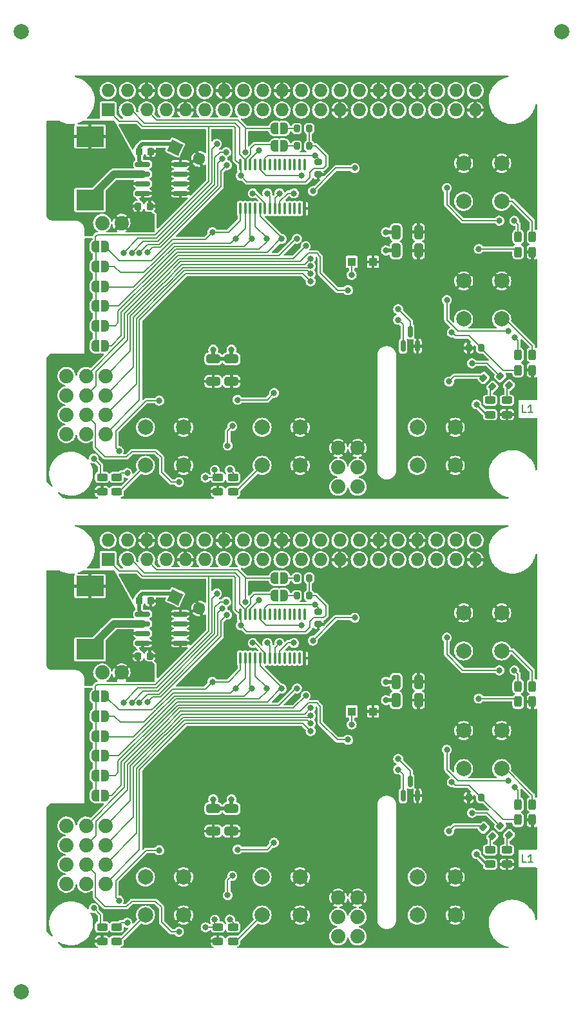
<source format=gbr>
%TF.GenerationSoftware,KiCad,Pcbnew,6.0.11+dfsg-1*%
%TF.CreationDate,2024-03-17T12:00:56+00:00*%
%TF.ProjectId,panel,70616e65-6c2e-46b6-9963-61645f706362,rev?*%
%TF.SameCoordinates,Original*%
%TF.FileFunction,Copper,L1,Top*%
%TF.FilePolarity,Positive*%
%FSLAX46Y46*%
G04 Gerber Fmt 4.6, Leading zero omitted, Abs format (unit mm)*
G04 Created by KiCad (PCBNEW 6.0.11+dfsg-1) date 2024-03-17 12:00:56*
%MOMM*%
%LPD*%
G01*
G04 APERTURE LIST*
G04 Aperture macros list*
%AMRoundRect*
0 Rectangle with rounded corners*
0 $1 Rounding radius*
0 $2 $3 $4 $5 $6 $7 $8 $9 X,Y pos of 4 corners*
0 Add a 4 corners polygon primitive as box body*
4,1,4,$2,$3,$4,$5,$6,$7,$8,$9,$2,$3,0*
0 Add four circle primitives for the rounded corners*
1,1,$1+$1,$2,$3*
1,1,$1+$1,$4,$5*
1,1,$1+$1,$6,$7*
1,1,$1+$1,$8,$9*
0 Add four rect primitives between the rounded corners*
20,1,$1+$1,$2,$3,$4,$5,0*
20,1,$1+$1,$4,$5,$6,$7,0*
20,1,$1+$1,$6,$7,$8,$9,0*
20,1,$1+$1,$8,$9,$2,$3,0*%
%AMRotRect*
0 Rectangle, with rotation*
0 The origin of the aperture is its center*
0 $1 length*
0 $2 width*
0 $3 Rotation angle, in degrees counterclockwise*
0 Add horizontal line*
21,1,$1,$2,0,0,$3*%
%AMFreePoly0*
4,1,22,0.500000,-0.750000,0.000000,-0.750000,0.000000,-0.745033,-0.079941,-0.743568,-0.215256,-0.701293,-0.333266,-0.622738,-0.424486,-0.514219,-0.481581,-0.384460,-0.499164,-0.250000,-0.500000,-0.250000,-0.500000,0.250000,-0.499164,0.250000,-0.499963,0.256109,-0.478152,0.396186,-0.417904,0.524511,-0.324060,0.630769,-0.204165,0.706417,-0.067858,0.745374,0.000000,0.744959,0.000000,0.750000,
0.500000,0.750000,0.500000,-0.750000,0.500000,-0.750000,$1*%
%AMFreePoly1*
4,1,20,0.000000,0.744959,0.073905,0.744508,0.209726,0.703889,0.328688,0.626782,0.421226,0.519385,0.479903,0.390333,0.500000,0.250000,0.500000,-0.250000,0.499851,-0.262216,0.476331,-0.402017,0.414519,-0.529596,0.319384,-0.634700,0.198574,-0.708877,0.061801,-0.746166,0.000000,-0.745033,0.000000,-0.750000,-0.500000,-0.750000,-0.500000,0.750000,0.000000,0.750000,0.000000,0.744959,
0.000000,0.744959,$1*%
G04 Aperture macros list end*
%ADD10C,0.150000*%
%TA.AperFunction,NonConductor*%
%ADD11C,0.150000*%
%TD*%
%TA.AperFunction,SMDPad,CuDef*%
%ADD12RoundRect,0.243750X0.456250X-0.243750X0.456250X0.243750X-0.456250X0.243750X-0.456250X-0.243750X0*%
%TD*%
%TA.AperFunction,SMDPad,CuDef*%
%ADD13RoundRect,0.243750X0.243750X0.456250X-0.243750X0.456250X-0.243750X-0.456250X0.243750X-0.456250X0*%
%TD*%
%TA.AperFunction,ComponentPad*%
%ADD14C,2.000000*%
%TD*%
%TA.AperFunction,SMDPad,CuDef*%
%ADD15FreePoly0,0.000000*%
%TD*%
%TA.AperFunction,SMDPad,CuDef*%
%ADD16FreePoly1,0.000000*%
%TD*%
%TA.AperFunction,ComponentPad*%
%ADD17C,1.879600*%
%TD*%
%TA.AperFunction,SMDPad,CuDef*%
%ADD18RoundRect,0.250000X-0.325000X-0.650000X0.325000X-0.650000X0.325000X0.650000X-0.325000X0.650000X0*%
%TD*%
%TA.AperFunction,SMDPad,CuDef*%
%ADD19RoundRect,0.225000X-0.225000X-0.250000X0.225000X-0.250000X0.225000X0.250000X-0.225000X0.250000X0*%
%TD*%
%TA.AperFunction,SMDPad,CuDef*%
%ADD20RoundRect,0.200000X-0.200000X-0.275000X0.200000X-0.275000X0.200000X0.275000X-0.200000X0.275000X0*%
%TD*%
%TA.AperFunction,ComponentPad*%
%ADD21R,1.727200X1.727200*%
%TD*%
%TA.AperFunction,ComponentPad*%
%ADD22O,1.727200X1.727200*%
%TD*%
%TA.AperFunction,SMDPad,CuDef*%
%ADD23R,1.100000X1.100000*%
%TD*%
%TA.AperFunction,SMDPad,CuDef*%
%ADD24RoundRect,0.250000X-0.650000X0.325000X-0.650000X-0.325000X0.650000X-0.325000X0.650000X0.325000X0*%
%TD*%
%TA.AperFunction,SMDPad,CuDef*%
%ADD25R,3.600000X2.700000*%
%TD*%
%TA.AperFunction,SMDPad,CuDef*%
%ADD26C,2.000000*%
%TD*%
%TA.AperFunction,SMDPad,CuDef*%
%ADD27RoundRect,0.100000X0.100000X-0.637500X0.100000X0.637500X-0.100000X0.637500X-0.100000X-0.637500X0*%
%TD*%
%TA.AperFunction,SMDPad,CuDef*%
%ADD28RoundRect,0.150000X0.150000X-0.587500X0.150000X0.587500X-0.150000X0.587500X-0.150000X-0.587500X0*%
%TD*%
%TA.AperFunction,SMDPad,CuDef*%
%ADD29RoundRect,0.200000X0.275000X-0.200000X0.275000X0.200000X-0.275000X0.200000X-0.275000X-0.200000X0*%
%TD*%
%TA.AperFunction,SMDPad,CuDef*%
%ADD30RoundRect,0.200000X0.335876X0.053033X0.053033X0.335876X-0.335876X-0.053033X-0.053033X-0.335876X0*%
%TD*%
%TA.AperFunction,SMDPad,CuDef*%
%ADD31RoundRect,0.150000X-0.825000X-0.150000X0.825000X-0.150000X0.825000X0.150000X-0.825000X0.150000X0*%
%TD*%
%TA.AperFunction,ComponentPad*%
%ADD32RotRect,1.600000X1.600000X335.000000*%
%TD*%
%TA.AperFunction,ComponentPad*%
%ADD33C,1.600000*%
%TD*%
%TA.AperFunction,ViaPad*%
%ADD34C,0.800000*%
%TD*%
%TA.AperFunction,ViaPad*%
%ADD35C,1.000000*%
%TD*%
%TA.AperFunction,Conductor*%
%ADD36C,0.200000*%
%TD*%
%TA.AperFunction,Conductor*%
%ADD37C,0.250000*%
%TD*%
%TA.AperFunction,Conductor*%
%ADD38C,1.000000*%
%TD*%
%TA.AperFunction,Conductor*%
%ADD39C,0.500000*%
%TD*%
G04 APERTURE END LIST*
D10*
D11*
X179333333Y-72452380D02*
X178857142Y-72452380D01*
X178857142Y-71452380D01*
X180190476Y-72452380D02*
X179619047Y-72452380D01*
X179904761Y-72452380D02*
X179904761Y-71452380D01*
X179809523Y-71595238D01*
X179714285Y-71690476D01*
X179619047Y-71738095D01*
D10*
D11*
X179333333Y-131452380D02*
X178857142Y-131452380D01*
X178857142Y-130452380D01*
X180190476Y-131452380D02*
X179619047Y-131452380D01*
X179904761Y-131452380D02*
X179904761Y-130452380D01*
X179809523Y-130595238D01*
X179714285Y-130690476D01*
X179619047Y-130738095D01*
D12*
%TO.P,D38,1,K*%
%TO.N,Board_1-GND*%
X176800000Y-131737500D03*
%TO.P,D38,2,A*%
%TO.N,Board_1-Net-(D38-Pad2)*%
X176800000Y-129862500D03*
%TD*%
D13*
%TO.P,D30,1,K*%
%TO.N,Board_0-GND*%
X180137500Y-66900000D03*
%TO.P,D30,2,A*%
%TO.N,Board_0-Net-(D13-Pad2)*%
X178262500Y-66900000D03*
%TD*%
%TO.P,D37,1,K*%
%TO.N,Board_1-GND*%
X180137500Y-110400000D03*
%TO.P,D37,2,A*%
%TO.N,Board_1-Net-(D26-Pad2)*%
X178262500Y-110400000D03*
%TD*%
D14*
%TO.P,J3,1,Pin_1*%
%TO.N,Board_1-VIN*%
X165000000Y-138405000D03*
X165000000Y-133405000D03*
%TO.P,J3,2,Pin_2*%
%TO.N,Board_1-GND*%
X170000000Y-133405000D03*
X170000000Y-138405000D03*
%TD*%
D15*
%TO.P,JP1,1,A*%
%TO.N,Board_1-+3V3*%
X122700000Y-109700000D03*
D16*
%TO.P,JP1,2,B*%
%TO.N,Board_1-Net-(JP1-Pad2)*%
X124000000Y-109700000D03*
%TD*%
D14*
%TO.P,J8,1,Pin_1*%
%TO.N,Board_0-OUT4*%
X171105000Y-44750000D03*
X176105000Y-44750000D03*
%TO.P,J8,2,Pin_2*%
%TO.N,Board_0-GND*%
X171105000Y-39750000D03*
X176105000Y-39750000D03*
%TD*%
D15*
%TO.P,JP5,1,A*%
%TO.N,Board_0-+3V3*%
X122700000Y-61100000D03*
D16*
%TO.P,JP5,2,B*%
%TO.N,Board_0-Net-(JP5-Pad2)*%
X124000000Y-61100000D03*
%TD*%
D15*
%TO.P,JP8,1,A*%
%TO.N,Board_0-I2C_SCL*%
X146250000Y-35200000D03*
D16*
%TO.P,JP8,2,B*%
%TO.N,Board_0-Net-(JP8-Pad2)*%
X147550000Y-35200000D03*
%TD*%
D17*
%TO.P,J10,1,1*%
%TO.N,Board_0-VIN*%
X157170000Y-82206800D03*
%TO.P,J10,2,2*%
X154630000Y-82206800D03*
%TO.P,J10,3,3*%
%TO.N,Board_0-unconnected-(J10-Pad3)*%
X157170000Y-79666800D03*
%TO.P,J10,4,4*%
%TO.N,Board_0-unconnected-(J10-Pad4)*%
X154630000Y-79666800D03*
%TO.P,J10,5,5*%
%TO.N,Board_0-GND*%
X157170000Y-77126800D03*
%TO.P,J10,6,6*%
X154630000Y-77126800D03*
%TD*%
D18*
%TO.P,C15,1*%
%TO.N,Board_1-VCC*%
X162225000Y-107800000D03*
%TO.P,C15,2*%
%TO.N,Board_1-GND*%
X165175000Y-107800000D03*
%TD*%
D15*
%TO.P,JP6,1,A*%
%TO.N,Board_1-+3V3*%
X122700000Y-122700000D03*
D16*
%TO.P,JP6,2,B*%
%TO.N,Board_1-Net-(JP6-Pad2)*%
X124000000Y-122700000D03*
%TD*%
D19*
%TO.P,C6,1*%
%TO.N,Board_0-VCC*%
X128425000Y-38200000D03*
%TO.P,C6,2*%
%TO.N,Board_0-GND*%
X129975000Y-38200000D03*
%TD*%
D15*
%TO.P,JP4,1,A*%
%TO.N,Board_1-+3V3*%
X122700000Y-117500000D03*
D16*
%TO.P,JP4,2,B*%
%TO.N,Board_1-Net-(JP4-Pad2)*%
X124000000Y-117500000D03*
%TD*%
D20*
%TO.P,R12,1,1*%
%TO.N,Board_1-GND*%
X171775000Y-123000000D03*
%TO.P,R12,2,2*%
%TO.N,Board_1-Net-(D13-Pad2)*%
X173425000Y-123000000D03*
%TD*%
D17*
%TO.P,J9,1,1*%
%TO.N,Board_1-+5V*%
X126140000Y-106590000D03*
%TO.P,J9,2,2*%
%TO.N,Board_1-PI_5V0*%
X123600000Y-106590000D03*
%TD*%
D21*
%TO.P,J2,1,3.3V*%
%TO.N,Board_1-+3V3*%
X124370000Y-91770000D03*
D22*
%TO.P,J2,2,5V*%
%TO.N,Board_1-PI_5V0*%
X124370000Y-89230000D03*
%TO.P,J2,3,SDA*%
%TO.N,Board_1-I2C_SDA*%
X126910000Y-91770000D03*
%TO.P,J2,4,5V*%
%TO.N,Board_1-PI_5V0*%
X126910000Y-89230000D03*
%TO.P,J2,5,SCL*%
%TO.N,Board_1-I2C_SCL*%
X129450000Y-91770000D03*
%TO.P,J2,6,GND*%
%TO.N,Board_1-GND*%
X129450000Y-89230000D03*
%TO.P,J2,7,GP4*%
%TO.N,Board_1-unconnected-(J2-Pad7)*%
X131990000Y-91770000D03*
%TO.P,J2,8,TXO*%
%TO.N,Board_1-unconnected-(J2-Pad8)*%
X131990000Y-89230000D03*
%TO.P,J2,9,GND*%
%TO.N,Board_1-GND*%
X134530000Y-91770000D03*
%TO.P,J2,10,RXI*%
%TO.N,Board_1-unconnected-(J2-Pad10)*%
X134530000Y-89230000D03*
%TO.P,J2,11,GP17*%
%TO.N,Board_1-unconnected-(J2-Pad11)*%
X137070000Y-91770000D03*
%TO.P,J2,12,GP18#*%
%TO.N,Board_1-unconnected-(J2-Pad12)*%
X137070000Y-89230000D03*
%TO.P,J2,13,GP27*%
%TO.N,Board_1-Net-(D34-Pad1)*%
X139610000Y-91770000D03*
%TO.P,J2,14,GND*%
%TO.N,Board_1-GND*%
X139610000Y-89230000D03*
%TO.P,J2,15,GP22*%
%TO.N,Board_1-Net-(D35-Pad2)*%
X142150000Y-91770000D03*
%TO.P,J2,16,GP23*%
%TO.N,Board_1-Net-(D35-Pad1)*%
X142150000Y-89230000D03*
%TO.P,J2,17,3.3V*%
%TO.N,Board_1-unconnected-(J2-Pad17)*%
X144690000Y-91770000D03*
%TO.P,J2,18,GP24*%
%TO.N,Board_1-Net-(D34-Pad2)*%
X144690000Y-89230000D03*
%TO.P,J2,19,MOSI*%
%TO.N,Board_1-unconnected-(J2-Pad19)*%
X147230000Y-91770000D03*
%TO.P,J2,20,GND*%
%TO.N,Board_1-GND*%
X147230000Y-89230000D03*
%TO.P,J2,21,MISO*%
%TO.N,Board_1-unconnected-(J2-Pad21)*%
X149770000Y-91770000D03*
%TO.P,J2,22,GP25*%
%TO.N,Board_1-OE*%
X149770000Y-89230000D03*
%TO.P,J2,23,SCLK*%
%TO.N,Board_1-unconnected-(J2-Pad23)*%
X152310000Y-91770000D03*
%TO.P,J2,24,CE0*%
%TO.N,Board_1-unconnected-(J2-Pad24)*%
X152310000Y-89230000D03*
%TO.P,J2,25,GND*%
%TO.N,Board_1-GND*%
X154850000Y-91770000D03*
%TO.P,J2,26,CE1*%
%TO.N,Board_1-unconnected-(J2-Pad26)*%
X154850000Y-89230000D03*
%TO.P,J2,27,ID_SD*%
%TO.N,Board_1-unconnected-(J2-Pad27)*%
X157390000Y-91770000D03*
%TO.P,J2,28,ID_SC*%
%TO.N,Board_1-unconnected-(J2-Pad28)*%
X157390000Y-89230000D03*
%TO.P,J2,29,GP5*%
%TO.N,Board_1-unconnected-(J2-Pad29)*%
X159930000Y-91770000D03*
%TO.P,J2,30,GND*%
%TO.N,Board_1-GND*%
X159930000Y-89230000D03*
%TO.P,J2,31,GP6*%
%TO.N,Board_1-unconnected-(J2-Pad31)*%
X162470000Y-91770000D03*
%TO.P,J2,32,GP12*%
%TO.N,Board_1-unconnected-(J2-Pad32)*%
X162470000Y-89230000D03*
%TO.P,J2,33,GP13*%
%TO.N,Board_1-unconnected-(J2-Pad33)*%
X165010000Y-91770000D03*
%TO.P,J2,34,GND*%
%TO.N,Board_1-GND*%
X165010000Y-89230000D03*
%TO.P,J2,35,GP19*%
%TO.N,Board_1-unconnected-(J2-Pad35)*%
X167550000Y-91770000D03*
%TO.P,J2,36,GP16*%
%TO.N,Board_1-unconnected-(J2-Pad36)*%
X167550000Y-89230000D03*
%TO.P,J2,37,GP26*%
%TO.N,Board_1-unconnected-(J2-Pad37)*%
X170090000Y-91770000D03*
%TO.P,J2,38,GP20*%
%TO.N,Board_1-unconnected-(J2-Pad38)*%
X170090000Y-89230000D03*
%TO.P,J2,39,GND*%
%TO.N,Board_1-GND*%
X172630000Y-91770000D03*
%TO.P,J2,40,GP21*%
%TO.N,Board_1-unconnected-(J2-Pad40)*%
X172630000Y-89230000D03*
%TD*%
D12*
%TO.P,D31,1,K*%
%TO.N,Board_0-GND*%
X138800000Y-82837500D03*
%TO.P,D31,2,A*%
%TO.N,Board_0-Net-(D25-Pad2)*%
X138800000Y-80962500D03*
%TD*%
D13*
%TO.P,D20,1,K*%
%TO.N,Board_0-OUT4*%
X180137500Y-49400000D03*
%TO.P,D20,2,A*%
%TO.N,Board_0-Net-(D20-Pad2)*%
X178262500Y-49400000D03*
%TD*%
D14*
%TO.P,J7,1,Pin_1*%
%TO.N,Board_1-OUT3*%
X171105000Y-119200000D03*
X176105000Y-119200000D03*
%TO.P,J7,2,Pin_2*%
%TO.N,Board_1-GND*%
X171105000Y-114200000D03*
X176105000Y-114200000D03*
%TD*%
D17*
%TO.P,J1,1,1*%
%TO.N,Board_0-PI4*%
X118920000Y-67670000D03*
%TO.P,J1,2,2*%
%TO.N,Board_0-PI3*%
X118920000Y-70210000D03*
%TO.P,J1,3,3*%
%TO.N,Board_0-PI2*%
X118920000Y-72750000D03*
%TO.P,J1,4,4*%
%TO.N,Board_0-PI1*%
X118920000Y-75290000D03*
%TD*%
D12*
%TO.P,D19,1,K*%
%TO.N,Board_1-OUT2*%
X140800000Y-141837500D03*
%TO.P,D19,2,A*%
%TO.N,Board_1-Net-(D19-Pad2)*%
X140800000Y-139962500D03*
%TD*%
D20*
%TO.P,R39,1,1*%
%TO.N,Board_0-Net-(JP7-Pad2)*%
X149175000Y-37500000D03*
%TO.P,R39,2,2*%
%TO.N,Board_0-+3V3*%
X150825000Y-37500000D03*
%TD*%
D18*
%TO.P,C15,1*%
%TO.N,Board_0-VCC*%
X162225000Y-48800000D03*
%TO.P,C15,2*%
%TO.N,Board_0-GND*%
X165175000Y-48800000D03*
%TD*%
D23*
%TO.P,D15,1,K*%
%TO.N,Board_1-Net-(D13-Pad2)*%
X156400000Y-111700000D03*
%TO.P,D15,2,A*%
%TO.N,Board_1-GND*%
X159200000Y-111700000D03*
%TD*%
D15*
%TO.P,JP2,1,A*%
%TO.N,Board_1-+3V3*%
X122700000Y-112300000D03*
D16*
%TO.P,JP2,2,B*%
%TO.N,Board_1-Net-(JP2-Pad2)*%
X124000000Y-112300000D03*
%TD*%
D15*
%TO.P,JP5,1,A*%
%TO.N,Board_1-+3V3*%
X122700000Y-120100000D03*
D16*
%TO.P,JP5,2,B*%
%TO.N,Board_1-Net-(JP5-Pad2)*%
X124000000Y-120100000D03*
%TD*%
D24*
%TO.P,C3,1*%
%TO.N,Board_1-VCC*%
X138200000Y-124425000D03*
%TO.P,C3,2*%
%TO.N,Board_1-GND*%
X138200000Y-127375000D03*
%TD*%
D14*
%TO.P,J7,1,Pin_1*%
%TO.N,Board_0-OUT3*%
X171105000Y-60200000D03*
X176105000Y-60200000D03*
%TO.P,J7,2,Pin_2*%
%TO.N,Board_0-GND*%
X176105000Y-55200000D03*
X171105000Y-55200000D03*
%TD*%
D15*
%TO.P,JP2,1,A*%
%TO.N,Board_0-+3V3*%
X122700000Y-53300000D03*
D16*
%TO.P,JP2,2,B*%
%TO.N,Board_0-Net-(JP2-Pad2)*%
X124000000Y-53300000D03*
%TD*%
D14*
%TO.P,J5,1,Pin_1*%
%TO.N,Board_1-OUT2*%
X144625000Y-138405000D03*
X144625000Y-133405000D03*
%TO.P,J5,2,Pin_2*%
%TO.N,Board_1-GND*%
X149625000Y-133405000D03*
X149625000Y-138405000D03*
%TD*%
%TO.P,J4,1,Pin_1*%
%TO.N,Board_1-OUT1*%
X129300000Y-138405000D03*
X129300000Y-133405000D03*
%TO.P,J4,2,Pin_2*%
%TO.N,Board_1-GND*%
X134300000Y-138405000D03*
X134300000Y-133405000D03*
%TD*%
D15*
%TO.P,JP7,1,A*%
%TO.N,Board_0-I2C_SDA*%
X146250000Y-37500000D03*
D16*
%TO.P,JP7,2,B*%
%TO.N,Board_0-Net-(JP7-Pad2)*%
X147550000Y-37500000D03*
%TD*%
D14*
%TO.P,J8,1,Pin_1*%
%TO.N,Board_1-OUT4*%
X176105000Y-103750000D03*
X171105000Y-103750000D03*
%TO.P,J8,2,Pin_2*%
%TO.N,Board_1-GND*%
X176105000Y-98750000D03*
X171105000Y-98750000D03*
%TD*%
D25*
%TO.P,L1,1,1*%
%TO.N,Board_0-Net-(D36-Pad1)*%
X122000000Y-44550000D03*
%TO.P,L1,2,2*%
%TO.N,Board_0-+5V*%
X122000000Y-36250000D03*
%TD*%
D12*
%TO.P,D31,1,K*%
%TO.N,Board_1-GND*%
X138800000Y-141837500D03*
%TO.P,D31,2,A*%
%TO.N,Board_1-Net-(D25-Pad2)*%
X138800000Y-139962500D03*
%TD*%
D19*
%TO.P,C6,1*%
%TO.N,Board_1-VCC*%
X128425000Y-97200000D03*
%TO.P,C6,2*%
%TO.N,Board_1-GND*%
X129975000Y-97200000D03*
%TD*%
D17*
%TO.P,J10,1,1*%
%TO.N,Board_1-VIN*%
X157170000Y-141206800D03*
%TO.P,J10,2,2*%
X154630000Y-141206800D03*
%TO.P,J10,3,3*%
%TO.N,Board_1-unconnected-(J10-Pad3)*%
X157170000Y-138666800D03*
%TO.P,J10,4,4*%
%TO.N,Board_1-unconnected-(J10-Pad4)*%
X154630000Y-138666800D03*
%TO.P,J10,5,5*%
%TO.N,Board_1-GND*%
X157170000Y-136126800D03*
%TO.P,J10,6,6*%
X154630000Y-136126800D03*
%TD*%
D26*
%TO.P,REF\u002A\u002A,*%
%TO.N,*%
X184000000Y-22500000D03*
%TD*%
D12*
%TO.P,D38,1,K*%
%TO.N,Board_0-GND*%
X176800000Y-72737500D03*
%TO.P,D38,2,A*%
%TO.N,Board_0-Net-(D38-Pad2)*%
X176800000Y-70862500D03*
%TD*%
D13*
%TO.P,D20,1,K*%
%TO.N,Board_1-OUT4*%
X180137500Y-108400000D03*
%TO.P,D20,2,A*%
%TO.N,Board_1-Net-(D20-Pad2)*%
X178262500Y-108400000D03*
%TD*%
D14*
%TO.P,J5,1,Pin_1*%
%TO.N,Board_0-OUT2*%
X144625000Y-79405000D03*
X144625000Y-74405000D03*
%TO.P,J5,2,Pin_2*%
%TO.N,Board_0-GND*%
X149625000Y-74405000D03*
X149625000Y-79405000D03*
%TD*%
D27*
%TO.P,U2,1,A0*%
%TO.N,Board_0-Net-(JP1-Pad2)*%
X141750000Y-45687500D03*
%TO.P,U2,2,A1*%
%TO.N,Board_0-Net-(JP2-Pad2)*%
X142400000Y-45687500D03*
%TO.P,U2,3,A2*%
%TO.N,Board_0-Net-(JP3-Pad2)*%
X143050000Y-45687500D03*
%TO.P,U2,4,A3*%
%TO.N,Board_0-Net-(JP4-Pad2)*%
X143700000Y-45687500D03*
%TO.P,U2,5,A4*%
%TO.N,Board_0-Net-(JP5-Pad2)*%
X144350000Y-45687500D03*
%TO.P,U2,6,LED0*%
%TO.N,Board_0-Net-(D33-Pad2)*%
X145000000Y-45687500D03*
%TO.P,U2,7,LED1*%
%TO.N,Board_0-Net-(D33-Pad1)*%
X145650000Y-45687500D03*
%TO.P,U2,8,LED2*%
%TO.N,Board_0-Net-(D32-Pad2)*%
X146300000Y-45687500D03*
%TO.P,U2,9,LED3*%
%TO.N,Board_0-Net-(D32-Pad1)*%
X146950000Y-45687500D03*
%TO.P,U2,10,LED4*%
%TO.N,Board_0-unconnected-(U2-Pad10)*%
X147600000Y-45687500D03*
%TO.P,U2,11,LED5*%
%TO.N,Board_0-unconnected-(U2-Pad11)*%
X148250000Y-45687500D03*
%TO.P,U2,12,LED6*%
%TO.N,Board_0-unconnected-(U2-Pad12)*%
X148900000Y-45687500D03*
%TO.P,U2,13,LED7*%
%TO.N,Board_0-unconnected-(U2-Pad13)*%
X149550000Y-45687500D03*
%TO.P,U2,14,VSS*%
%TO.N,Board_0-GND*%
X150200000Y-45687500D03*
%TO.P,U2,15,LED8*%
%TO.N,Board_0-unconnected-(U2-Pad15)*%
X150200000Y-39962500D03*
%TO.P,U2,16,LED9*%
%TO.N,Board_0-unconnected-(U2-Pad16)*%
X149550000Y-39962500D03*
%TO.P,U2,17,LED10*%
%TO.N,Board_0-unconnected-(U2-Pad17)*%
X148900000Y-39962500D03*
%TO.P,U2,18,LED11*%
%TO.N,Board_0-unconnected-(U2-Pad18)*%
X148250000Y-39962500D03*
%TO.P,U2,19,LED12*%
%TO.N,Board_0-unconnected-(U2-Pad19)*%
X147600000Y-39962500D03*
%TO.P,U2,20,LED13*%
%TO.N,Board_0-unconnected-(U2-Pad20)*%
X146950000Y-39962500D03*
%TO.P,U2,21,LED14*%
%TO.N,Board_0-unconnected-(U2-Pad21)*%
X146300000Y-39962500D03*
%TO.P,U2,22,LED15*%
%TO.N,Board_0-unconnected-(U2-Pad22)*%
X145650000Y-39962500D03*
%TO.P,U2,23,~{OE}*%
%TO.N,Board_0-OE*%
X145000000Y-39962500D03*
%TO.P,U2,24,A5*%
%TO.N,Board_0-Net-(JP6-Pad2)*%
X144350000Y-39962500D03*
%TO.P,U2,25,EXTCLK*%
%TO.N,Board_0-unconnected-(U2-Pad25)*%
X143700000Y-39962500D03*
%TO.P,U2,26,SCL*%
%TO.N,Board_0-I2C_SCL*%
X143050000Y-39962500D03*
%TO.P,U2,27,SDA*%
%TO.N,Board_0-I2C_SDA*%
X142400000Y-39962500D03*
%TO.P,U2,28,VDD*%
%TO.N,Board_0-+3V3*%
X141750000Y-39962500D03*
%TD*%
D13*
%TO.P,D5,1,K*%
%TO.N,Board_1-OUT3*%
X180137500Y-123900000D03*
%TO.P,D5,2,A*%
%TO.N,Board_1-Net-(D5-Pad2)*%
X178262500Y-123900000D03*
%TD*%
D14*
%TO.P,J3,1,Pin_1*%
%TO.N,Board_0-VIN*%
X165000000Y-79405000D03*
X165000000Y-74405000D03*
%TO.P,J3,2,Pin_2*%
%TO.N,Board_0-GND*%
X170000000Y-79405000D03*
X170000000Y-74405000D03*
%TD*%
D20*
%TO.P,R40,1,1*%
%TO.N,Board_0-Net-(JP8-Pad2)*%
X149175000Y-35200000D03*
%TO.P,R40,2,2*%
%TO.N,Board_0-+3V3*%
X150825000Y-35200000D03*
%TD*%
D26*
%TO.P,REF\u002A\u002A,*%
%TO.N,*%
X113000000Y-22500000D03*
%TD*%
D15*
%TO.P,JP3,1,A*%
%TO.N,Board_1-+3V3*%
X122700000Y-114900000D03*
D16*
%TO.P,JP3,2,B*%
%TO.N,Board_1-Net-(JP3-Pad2)*%
X124000000Y-114900000D03*
%TD*%
D17*
%TO.P,J1,1,1*%
%TO.N,Board_1-PI4*%
X118920000Y-126670000D03*
%TO.P,J1,2,2*%
%TO.N,Board_1-PI3*%
X118920000Y-129210000D03*
%TO.P,J1,3,3*%
%TO.N,Board_1-PI2*%
X118920000Y-131750000D03*
%TO.P,J1,4,4*%
%TO.N,Board_1-PI1*%
X118920000Y-134290000D03*
%TD*%
D12*
%TO.P,D1,1,K*%
%TO.N,Board_1-Net-(D1-Pad1)*%
X174600000Y-131737500D03*
%TO.P,D1,2,A*%
%TO.N,Board_1-Net-(D1-Pad2)*%
X174600000Y-129862500D03*
%TD*%
D20*
%TO.P,R39,1,1*%
%TO.N,Board_1-Net-(JP7-Pad2)*%
X149175000Y-96500000D03*
%TO.P,R39,2,2*%
%TO.N,Board_1-+3V3*%
X150825000Y-96500000D03*
%TD*%
D25*
%TO.P,L1,1,1*%
%TO.N,Board_1-Net-(D36-Pad1)*%
X122000000Y-103550000D03*
%TO.P,L1,2,2*%
%TO.N,Board_1-+5V*%
X122000000Y-95250000D03*
%TD*%
D17*
%TO.P,J9,1,1*%
%TO.N,Board_0-+5V*%
X126140000Y-47590000D03*
%TO.P,J9,2,2*%
%TO.N,Board_0-PI_5V0*%
X123600000Y-47590000D03*
%TD*%
D15*
%TO.P,JP1,1,A*%
%TO.N,Board_0-+3V3*%
X122700000Y-50700000D03*
D16*
%TO.P,JP1,2,B*%
%TO.N,Board_0-Net-(JP1-Pad2)*%
X124000000Y-50700000D03*
%TD*%
D17*
%TO.P,J6,1,1*%
%TO.N,Board_1-INPUT1*%
X124020000Y-134290000D03*
%TO.P,J6,2,2*%
%TO.N,Board_1-MOSFET1*%
X121480000Y-134290000D03*
%TO.P,J6,3,3*%
%TO.N,Board_1-INPUT2*%
X124020000Y-131750000D03*
%TO.P,J6,4,4*%
%TO.N,Board_1-MOSFET2*%
X121480000Y-131750000D03*
%TO.P,J6,5,5*%
%TO.N,Board_1-INPUT3*%
X124020000Y-129210000D03*
%TO.P,J6,6,6*%
%TO.N,Board_1-MOSFET3*%
X121480000Y-129210000D03*
%TO.P,J6,7,7*%
%TO.N,Board_1-INPUT4*%
X124020000Y-126670000D03*
%TO.P,J6,8,8*%
%TO.N,Board_1-MOSFET4*%
X121480000Y-126670000D03*
%TD*%
D12*
%TO.P,D1,1,K*%
%TO.N,Board_0-Net-(D1-Pad1)*%
X174600000Y-72737500D03*
%TO.P,D1,2,A*%
%TO.N,Board_0-Net-(D1-Pad2)*%
X174600000Y-70862500D03*
%TD*%
D15*
%TO.P,JP6,1,A*%
%TO.N,Board_0-+3V3*%
X122700000Y-63700000D03*
D16*
%TO.P,JP6,2,B*%
%TO.N,Board_0-Net-(JP6-Pad2)*%
X124000000Y-63700000D03*
%TD*%
D15*
%TO.P,JP3,1,A*%
%TO.N,Board_0-+3V3*%
X122700000Y-55900000D03*
D16*
%TO.P,JP3,2,B*%
%TO.N,Board_0-Net-(JP3-Pad2)*%
X124000000Y-55900000D03*
%TD*%
D21*
%TO.P,J2,1,3.3V*%
%TO.N,Board_0-+3V3*%
X124370000Y-32770000D03*
D22*
%TO.P,J2,2,5V*%
%TO.N,Board_0-PI_5V0*%
X124370000Y-30230000D03*
%TO.P,J2,3,SDA*%
%TO.N,Board_0-I2C_SDA*%
X126910000Y-32770000D03*
%TO.P,J2,4,5V*%
%TO.N,Board_0-PI_5V0*%
X126910000Y-30230000D03*
%TO.P,J2,5,SCL*%
%TO.N,Board_0-I2C_SCL*%
X129450000Y-32770000D03*
%TO.P,J2,6,GND*%
%TO.N,Board_0-GND*%
X129450000Y-30230000D03*
%TO.P,J2,7,GP4*%
%TO.N,Board_0-unconnected-(J2-Pad7)*%
X131990000Y-32770000D03*
%TO.P,J2,8,TXO*%
%TO.N,Board_0-unconnected-(J2-Pad8)*%
X131990000Y-30230000D03*
%TO.P,J2,9,GND*%
%TO.N,Board_0-GND*%
X134530000Y-32770000D03*
%TO.P,J2,10,RXI*%
%TO.N,Board_0-unconnected-(J2-Pad10)*%
X134530000Y-30230000D03*
%TO.P,J2,11,GP17*%
%TO.N,Board_0-unconnected-(J2-Pad11)*%
X137070000Y-32770000D03*
%TO.P,J2,12,GP18#*%
%TO.N,Board_0-unconnected-(J2-Pad12)*%
X137070000Y-30230000D03*
%TO.P,J2,13,GP27*%
%TO.N,Board_0-Net-(D34-Pad1)*%
X139610000Y-32770000D03*
%TO.P,J2,14,GND*%
%TO.N,Board_0-GND*%
X139610000Y-30230000D03*
%TO.P,J2,15,GP22*%
%TO.N,Board_0-Net-(D35-Pad2)*%
X142150000Y-32770000D03*
%TO.P,J2,16,GP23*%
%TO.N,Board_0-Net-(D35-Pad1)*%
X142150000Y-30230000D03*
%TO.P,J2,17,3.3V*%
%TO.N,Board_0-unconnected-(J2-Pad17)*%
X144690000Y-32770000D03*
%TO.P,J2,18,GP24*%
%TO.N,Board_0-Net-(D34-Pad2)*%
X144690000Y-30230000D03*
%TO.P,J2,19,MOSI*%
%TO.N,Board_0-unconnected-(J2-Pad19)*%
X147230000Y-32770000D03*
%TO.P,J2,20,GND*%
%TO.N,Board_0-GND*%
X147230000Y-30230000D03*
%TO.P,J2,21,MISO*%
%TO.N,Board_0-unconnected-(J2-Pad21)*%
X149770000Y-32770000D03*
%TO.P,J2,22,GP25*%
%TO.N,Board_0-OE*%
X149770000Y-30230000D03*
%TO.P,J2,23,SCLK*%
%TO.N,Board_0-unconnected-(J2-Pad23)*%
X152310000Y-32770000D03*
%TO.P,J2,24,CE0*%
%TO.N,Board_0-unconnected-(J2-Pad24)*%
X152310000Y-30230000D03*
%TO.P,J2,25,GND*%
%TO.N,Board_0-GND*%
X154850000Y-32770000D03*
%TO.P,J2,26,CE1*%
%TO.N,Board_0-unconnected-(J2-Pad26)*%
X154850000Y-30230000D03*
%TO.P,J2,27,ID_SD*%
%TO.N,Board_0-unconnected-(J2-Pad27)*%
X157390000Y-32770000D03*
%TO.P,J2,28,ID_SC*%
%TO.N,Board_0-unconnected-(J2-Pad28)*%
X157390000Y-30230000D03*
%TO.P,J2,29,GP5*%
%TO.N,Board_0-unconnected-(J2-Pad29)*%
X159930000Y-32770000D03*
%TO.P,J2,30,GND*%
%TO.N,Board_0-GND*%
X159930000Y-30230000D03*
%TO.P,J2,31,GP6*%
%TO.N,Board_0-unconnected-(J2-Pad31)*%
X162470000Y-32770000D03*
%TO.P,J2,32,GP12*%
%TO.N,Board_0-unconnected-(J2-Pad32)*%
X162470000Y-30230000D03*
%TO.P,J2,33,GP13*%
%TO.N,Board_0-unconnected-(J2-Pad33)*%
X165010000Y-32770000D03*
%TO.P,J2,34,GND*%
%TO.N,Board_0-GND*%
X165010000Y-30230000D03*
%TO.P,J2,35,GP19*%
%TO.N,Board_0-unconnected-(J2-Pad35)*%
X167550000Y-32770000D03*
%TO.P,J2,36,GP16*%
%TO.N,Board_0-unconnected-(J2-Pad36)*%
X167550000Y-30230000D03*
%TO.P,J2,37,GP26*%
%TO.N,Board_0-unconnected-(J2-Pad37)*%
X170090000Y-32770000D03*
%TO.P,J2,38,GP20*%
%TO.N,Board_0-unconnected-(J2-Pad38)*%
X170090000Y-30230000D03*
%TO.P,J2,39,GND*%
%TO.N,Board_0-GND*%
X172630000Y-32770000D03*
%TO.P,J2,40,GP21*%
%TO.N,Board_0-unconnected-(J2-Pad40)*%
X172630000Y-30230000D03*
%TD*%
D12*
%TO.P,D29,1,K*%
%TO.N,Board_0-GND*%
X123600000Y-82837500D03*
%TO.P,D29,2,A*%
%TO.N,Board_0-Net-(D12-Pad2)*%
X123600000Y-80962500D03*
%TD*%
D14*
%TO.P,J4,1,Pin_1*%
%TO.N,Board_0-OUT1*%
X129300000Y-74405000D03*
X129300000Y-79405000D03*
%TO.P,J4,2,Pin_2*%
%TO.N,Board_0-GND*%
X134300000Y-74405000D03*
X134300000Y-79405000D03*
%TD*%
D28*
%TO.P,Q5,1,G*%
%TO.N,Board_1-Net-(D13-Pad2)*%
X163150000Y-122737500D03*
%TO.P,Q5,2,S*%
%TO.N,Board_1-GND*%
X165050000Y-122737500D03*
%TO.P,Q5,3,D*%
%TO.N,Board_1-Net-(Q5-Pad3)*%
X164100000Y-120862500D03*
%TD*%
D24*
%TO.P,C11,1*%
%TO.N,Board_1-VCC*%
X140600000Y-124425000D03*
%TO.P,C11,2*%
%TO.N,Board_1-GND*%
X140600000Y-127375000D03*
%TD*%
%TO.P,C11,1*%
%TO.N,Board_0-VCC*%
X140600000Y-65425000D03*
%TO.P,C11,2*%
%TO.N,Board_0-GND*%
X140600000Y-68375000D03*
%TD*%
D17*
%TO.P,J6,1,1*%
%TO.N,Board_0-INPUT1*%
X124020000Y-75290000D03*
%TO.P,J6,2,2*%
%TO.N,Board_0-MOSFET1*%
X121480000Y-75290000D03*
%TO.P,J6,3,3*%
%TO.N,Board_0-INPUT2*%
X124020000Y-72750000D03*
%TO.P,J6,4,4*%
%TO.N,Board_0-MOSFET2*%
X121480000Y-72750000D03*
%TO.P,J6,5,5*%
%TO.N,Board_0-INPUT3*%
X124020000Y-70210000D03*
%TO.P,J6,6,6*%
%TO.N,Board_0-MOSFET3*%
X121480000Y-70210000D03*
%TO.P,J6,7,7*%
%TO.N,Board_0-INPUT4*%
X124020000Y-67670000D03*
%TO.P,J6,8,8*%
%TO.N,Board_0-MOSFET4*%
X121480000Y-67670000D03*
%TD*%
D29*
%TO.P,R28,1,1*%
%TO.N,Board_0-GND*%
X152000000Y-41225000D03*
%TO.P,R28,2,2*%
%TO.N,Board_0-OE*%
X152000000Y-39575000D03*
%TD*%
D12*
%TO.P,D19,1,K*%
%TO.N,Board_0-OUT2*%
X140800000Y-82837500D03*
%TO.P,D19,2,A*%
%TO.N,Board_0-Net-(D19-Pad2)*%
X140800000Y-80962500D03*
%TD*%
D13*
%TO.P,D5,1,K*%
%TO.N,Board_0-OUT3*%
X180137500Y-64900000D03*
%TO.P,D5,2,A*%
%TO.N,Board_0-Net-(D5-Pad2)*%
X178262500Y-64900000D03*
%TD*%
D30*
%TO.P,R1,1,1*%
%TO.N,Board_0-Net-(D1-Pad2)*%
X174883363Y-69083363D03*
%TO.P,R1,2,2*%
%TO.N,Board_0-VIN*%
X173716637Y-67916637D03*
%TD*%
D26*
%TO.P,REF\u002A\u002A,*%
%TO.N,*%
X113000000Y-148500000D03*
%TD*%
D27*
%TO.P,U2,1,A0*%
%TO.N,Board_1-Net-(JP1-Pad2)*%
X141750000Y-104687500D03*
%TO.P,U2,2,A1*%
%TO.N,Board_1-Net-(JP2-Pad2)*%
X142400000Y-104687500D03*
%TO.P,U2,3,A2*%
%TO.N,Board_1-Net-(JP3-Pad2)*%
X143050000Y-104687500D03*
%TO.P,U2,4,A3*%
%TO.N,Board_1-Net-(JP4-Pad2)*%
X143700000Y-104687500D03*
%TO.P,U2,5,A4*%
%TO.N,Board_1-Net-(JP5-Pad2)*%
X144350000Y-104687500D03*
%TO.P,U2,6,LED0*%
%TO.N,Board_1-Net-(D33-Pad2)*%
X145000000Y-104687500D03*
%TO.P,U2,7,LED1*%
%TO.N,Board_1-Net-(D33-Pad1)*%
X145650000Y-104687500D03*
%TO.P,U2,8,LED2*%
%TO.N,Board_1-Net-(D32-Pad2)*%
X146300000Y-104687500D03*
%TO.P,U2,9,LED3*%
%TO.N,Board_1-Net-(D32-Pad1)*%
X146950000Y-104687500D03*
%TO.P,U2,10,LED4*%
%TO.N,Board_1-unconnected-(U2-Pad10)*%
X147600000Y-104687500D03*
%TO.P,U2,11,LED5*%
%TO.N,Board_1-unconnected-(U2-Pad11)*%
X148250000Y-104687500D03*
%TO.P,U2,12,LED6*%
%TO.N,Board_1-unconnected-(U2-Pad12)*%
X148900000Y-104687500D03*
%TO.P,U2,13,LED7*%
%TO.N,Board_1-unconnected-(U2-Pad13)*%
X149550000Y-104687500D03*
%TO.P,U2,14,VSS*%
%TO.N,Board_1-GND*%
X150200000Y-104687500D03*
%TO.P,U2,15,LED8*%
%TO.N,Board_1-unconnected-(U2-Pad15)*%
X150200000Y-98962500D03*
%TO.P,U2,16,LED9*%
%TO.N,Board_1-unconnected-(U2-Pad16)*%
X149550000Y-98962500D03*
%TO.P,U2,17,LED10*%
%TO.N,Board_1-unconnected-(U2-Pad17)*%
X148900000Y-98962500D03*
%TO.P,U2,18,LED11*%
%TO.N,Board_1-unconnected-(U2-Pad18)*%
X148250000Y-98962500D03*
%TO.P,U2,19,LED12*%
%TO.N,Board_1-unconnected-(U2-Pad19)*%
X147600000Y-98962500D03*
%TO.P,U2,20,LED13*%
%TO.N,Board_1-unconnected-(U2-Pad20)*%
X146950000Y-98962500D03*
%TO.P,U2,21,LED14*%
%TO.N,Board_1-unconnected-(U2-Pad21)*%
X146300000Y-98962500D03*
%TO.P,U2,22,LED15*%
%TO.N,Board_1-unconnected-(U2-Pad22)*%
X145650000Y-98962500D03*
%TO.P,U2,23,~{OE}*%
%TO.N,Board_1-OE*%
X145000000Y-98962500D03*
%TO.P,U2,24,A5*%
%TO.N,Board_1-Net-(JP6-Pad2)*%
X144350000Y-98962500D03*
%TO.P,U2,25,EXTCLK*%
%TO.N,Board_1-unconnected-(U2-Pad25)*%
X143700000Y-98962500D03*
%TO.P,U2,26,SCL*%
%TO.N,Board_1-I2C_SCL*%
X143050000Y-98962500D03*
%TO.P,U2,27,SDA*%
%TO.N,Board_1-I2C_SDA*%
X142400000Y-98962500D03*
%TO.P,U2,28,VDD*%
%TO.N,Board_1-+3V3*%
X141750000Y-98962500D03*
%TD*%
D19*
%TO.P,C9,1*%
%TO.N,Board_1-+5V*%
X128325000Y-104400000D03*
%TO.P,C9,2*%
%TO.N,Board_1-GND*%
X129875000Y-104400000D03*
%TD*%
D15*
%TO.P,JP8,1,A*%
%TO.N,Board_1-I2C_SCL*%
X146250000Y-94200000D03*
D16*
%TO.P,JP8,2,B*%
%TO.N,Board_1-Net-(JP8-Pad2)*%
X147550000Y-94200000D03*
%TD*%
D29*
%TO.P,R28,1,1*%
%TO.N,Board_1-GND*%
X152000000Y-100225000D03*
%TO.P,R28,2,2*%
%TO.N,Board_1-OE*%
X152000000Y-98575000D03*
%TD*%
D18*
%TO.P,C16,1*%
%TO.N,Board_0-VCC*%
X162225000Y-51200000D03*
%TO.P,C16,2*%
%TO.N,Board_0-GND*%
X165175000Y-51200000D03*
%TD*%
D15*
%TO.P,JP7,1,A*%
%TO.N,Board_1-I2C_SDA*%
X146250000Y-96500000D03*
D16*
%TO.P,JP7,2,B*%
%TO.N,Board_1-Net-(JP7-Pad2)*%
X147550000Y-96500000D03*
%TD*%
D19*
%TO.P,C9,1*%
%TO.N,Board_0-+5V*%
X128325000Y-45400000D03*
%TO.P,C9,2*%
%TO.N,Board_0-GND*%
X129875000Y-45400000D03*
%TD*%
D31*
%TO.P,U1,1,VIN*%
%TO.N,Board_1-VCC*%
X128925000Y-98895000D03*
%TO.P,U1,2,OUTPUT*%
%TO.N,Board_1-Net-(D36-Pad1)*%
X128925000Y-100165000D03*
%TO.P,U1,3,FEEDBACK*%
%TO.N,Board_1-+5V*%
X128925000Y-101435000D03*
%TO.P,U1,4,EN*%
%TO.N,Board_1-GND*%
X128925000Y-102705000D03*
%TO.P,U1,5,GND*%
X133875000Y-102705000D03*
%TO.P,U1,6,GND*%
X133875000Y-101435000D03*
%TO.P,U1,7,GND*%
X133875000Y-100165000D03*
%TO.P,U1,8,GND*%
X133875000Y-98895000D03*
%TD*%
D23*
%TO.P,D15,1,K*%
%TO.N,Board_0-Net-(D13-Pad2)*%
X156400000Y-52700000D03*
%TO.P,D15,2,A*%
%TO.N,Board_0-GND*%
X159200000Y-52700000D03*
%TD*%
D15*
%TO.P,JP4,1,A*%
%TO.N,Board_0-+3V3*%
X122700000Y-58500000D03*
D16*
%TO.P,JP4,2,B*%
%TO.N,Board_0-Net-(JP4-Pad2)*%
X124000000Y-58500000D03*
%TD*%
D28*
%TO.P,Q5,1,G*%
%TO.N,Board_0-Net-(D13-Pad2)*%
X163150000Y-63737500D03*
%TO.P,Q5,2,S*%
%TO.N,Board_0-GND*%
X165050000Y-63737500D03*
%TO.P,Q5,3,D*%
%TO.N,Board_0-Net-(Q5-Pad3)*%
X164100000Y-61862500D03*
%TD*%
D12*
%TO.P,D4,1,K*%
%TO.N,Board_0-OUT1*%
X125500000Y-82837500D03*
%TO.P,D4,2,A*%
%TO.N,Board_0-Net-(D4-Pad2)*%
X125500000Y-80962500D03*
%TD*%
D20*
%TO.P,R40,1,1*%
%TO.N,Board_1-Net-(JP8-Pad2)*%
X149175000Y-94200000D03*
%TO.P,R40,2,2*%
%TO.N,Board_1-+3V3*%
X150825000Y-94200000D03*
%TD*%
D12*
%TO.P,D29,1,K*%
%TO.N,Board_1-GND*%
X123600000Y-141837500D03*
%TO.P,D29,2,A*%
%TO.N,Board_1-Net-(D12-Pad2)*%
X123600000Y-139962500D03*
%TD*%
D24*
%TO.P,C3,1*%
%TO.N,Board_0-VCC*%
X138200000Y-65425000D03*
%TO.P,C3,2*%
%TO.N,Board_0-GND*%
X138200000Y-68375000D03*
%TD*%
D12*
%TO.P,D4,1,K*%
%TO.N,Board_1-OUT1*%
X125500000Y-141837500D03*
%TO.P,D4,2,A*%
%TO.N,Board_1-Net-(D4-Pad2)*%
X125500000Y-139962500D03*
%TD*%
D20*
%TO.P,R12,1,1*%
%TO.N,Board_0-GND*%
X171775000Y-64000000D03*
%TO.P,R12,2,2*%
%TO.N,Board_0-Net-(D13-Pad2)*%
X173425000Y-64000000D03*
%TD*%
D30*
%TO.P,R1,1,1*%
%TO.N,Board_1-Net-(D1-Pad2)*%
X174883363Y-128083363D03*
%TO.P,R1,2,2*%
%TO.N,Board_1-VIN*%
X173716637Y-126916637D03*
%TD*%
%TO.P,R23,1,1*%
%TO.N,Board_1-Net-(D38-Pad2)*%
X177083363Y-127883363D03*
%TO.P,R23,2,2*%
%TO.N,Board_1-VCC*%
X175916637Y-126716637D03*
%TD*%
D13*
%TO.P,D37,1,K*%
%TO.N,Board_0-GND*%
X180137500Y-51400000D03*
%TO.P,D37,2,A*%
%TO.N,Board_0-Net-(D26-Pad2)*%
X178262500Y-51400000D03*
%TD*%
D31*
%TO.P,U1,1,VIN*%
%TO.N,Board_0-VCC*%
X128925000Y-39895000D03*
%TO.P,U1,2,OUTPUT*%
%TO.N,Board_0-Net-(D36-Pad1)*%
X128925000Y-41165000D03*
%TO.P,U1,3,FEEDBACK*%
%TO.N,Board_0-+5V*%
X128925000Y-42435000D03*
%TO.P,U1,4,EN*%
%TO.N,Board_0-GND*%
X128925000Y-43705000D03*
%TO.P,U1,5,GND*%
X133875000Y-43705000D03*
%TO.P,U1,6,GND*%
X133875000Y-42435000D03*
%TO.P,U1,7,GND*%
X133875000Y-41165000D03*
%TO.P,U1,8,GND*%
X133875000Y-39895000D03*
%TD*%
D18*
%TO.P,C16,1*%
%TO.N,Board_1-VCC*%
X162225000Y-110200000D03*
%TO.P,C16,2*%
%TO.N,Board_1-GND*%
X165175000Y-110200000D03*
%TD*%
D13*
%TO.P,D30,1,K*%
%TO.N,Board_1-GND*%
X180137500Y-125900000D03*
%TO.P,D30,2,A*%
%TO.N,Board_1-Net-(D13-Pad2)*%
X178262500Y-125900000D03*
%TD*%
D30*
%TO.P,R23,1,1*%
%TO.N,Board_0-Net-(D38-Pad2)*%
X177083363Y-68883363D03*
%TO.P,R23,2,2*%
%TO.N,Board_0-VCC*%
X175916637Y-67716637D03*
%TD*%
D32*
%TO.P,C8,1*%
%TO.N,Board_0-VCC*%
X133200000Y-37700000D03*
D33*
%TO.P,C8,2*%
%TO.N,Board_0-GND*%
X136372077Y-39179164D03*
%TD*%
D32*
%TO.P,C8,1*%
%TO.N,Board_1-VCC*%
X133200000Y-96700000D03*
D33*
%TO.P,C8,2*%
%TO.N,Board_1-GND*%
X136372077Y-98179164D03*
%TD*%
D34*
%TO.N,Board_0-+3V3*%
X141800000Y-41399500D03*
D35*
%TO.N,Board_0-+5V*%
X123200000Y-38400000D03*
X122000000Y-39700000D03*
X120800000Y-40900000D03*
X123200000Y-39700000D03*
X129600000Y-46900000D03*
X123200000Y-40900000D03*
X129600000Y-48100000D03*
X122000000Y-38400000D03*
X128400000Y-46900000D03*
D34*
X127200000Y-42800000D03*
D35*
X120800000Y-38400000D03*
D34*
X126000000Y-42800000D03*
D35*
X120800000Y-39700000D03*
X122000000Y-40900000D03*
X126300000Y-39900000D03*
X127000000Y-45900000D03*
D34*
%TO.N,Board_0-GND*%
X160400000Y-45000000D03*
X149800000Y-36300000D03*
X147800000Y-43000000D03*
X144300000Y-43000000D03*
X139000000Y-72200000D03*
D35*
X130900000Y-41900000D03*
X132000000Y-43800000D03*
D34*
X131200000Y-76300000D03*
D35*
X132000000Y-42500000D03*
X132000000Y-39900000D03*
D34*
X141700000Y-76300000D03*
D35*
X130900000Y-43100000D03*
D34*
X129000000Y-81800000D03*
X136800000Y-82800000D03*
D35*
X135300000Y-37500000D03*
D34*
X172000000Y-48200000D03*
X169000000Y-46800000D03*
D35*
X132000000Y-41200000D03*
D34*
X168900000Y-49900000D03*
X135700000Y-41100000D03*
X141100000Y-55200000D03*
X143500000Y-56400000D03*
X134800000Y-55200000D03*
X135700000Y-42500000D03*
X139600000Y-44000000D03*
X170600000Y-52100000D03*
D35*
X130900000Y-40600000D03*
X133500000Y-35900000D03*
D34*
X137200000Y-55200000D03*
X133300000Y-44800000D03*
D35*
X127100000Y-35400000D03*
D34*
X158000000Y-47200000D03*
X124400000Y-79600000D03*
X137200000Y-56400000D03*
X149800999Y-44010273D03*
D35*
X131200000Y-35900000D03*
D34*
X141700000Y-75200000D03*
X140155378Y-37055378D03*
X135750500Y-48442888D03*
X162500000Y-46700000D03*
X122000000Y-83100000D03*
X137300000Y-73500000D03*
X134800000Y-56400000D03*
X141100000Y-56400000D03*
X129960444Y-38232669D03*
X143500000Y-55200000D03*
X130600000Y-61400000D03*
D35*
X130900000Y-39200000D03*
D34*
X138100000Y-47200000D03*
%TO.N,Board_0-I2C_SCL*%
X142400000Y-38299999D03*
X144200000Y-38100000D03*
%TO.N,Board_0-INPUT1*%
X151000000Y-55250000D03*
%TO.N,Board_0-INPUT2*%
X151000000Y-54250000D03*
%TO.N,Board_0-INPUT3*%
X151000000Y-53250000D03*
%TO.N,Board_0-INPUT4*%
X151000000Y-52250497D03*
%TO.N,Board_0-MOSFET2*%
X133700000Y-81600000D03*
%TO.N,Board_0-MOSFET3*%
X155900000Y-56400000D03*
%TO.N,Board_0-MOSFET4*%
X151300000Y-43400000D03*
X156787500Y-40387500D03*
X150353430Y-50628910D03*
%TO.N,Board_0-Net-(D1-Pad1)*%
X172800000Y-71400000D03*
%TO.N,Board_0-Net-(D10-Pad1)*%
X131100000Y-70900000D03*
X125800000Y-77500000D03*
%TO.N,Board_0-Net-(D11-Pad1)*%
X177000000Y-61800000D03*
X168900000Y-57700000D03*
%TO.N,Board_0-Net-(D12-Pad2)*%
X122500000Y-78500000D03*
%TO.N,Board_0-Net-(D13-Pad2)*%
X156400000Y-54400000D03*
X162500000Y-60300000D03*
X169555378Y-61944622D03*
%TO.N,Board_0-Net-(D19-Pad2)*%
X140400000Y-80000000D03*
%TO.N,Board_0-Net-(D20-Pad2)*%
X177774500Y-47300000D03*
%TO.N,Board_0-Net-(D21-Pad2)*%
X141400000Y-70800000D03*
X140700000Y-74250000D03*
X140100000Y-76800000D03*
X146200000Y-69900000D03*
%TO.N,Board_0-Net-(D22-Pad2)*%
X168900000Y-43000000D03*
X175800000Y-47300000D03*
%TO.N,Board_0-Net-(D25-Pad2)*%
X137200000Y-81000000D03*
X138400000Y-80000000D03*
%TO.N,Board_0-Net-(D26-Pad2)*%
X173100000Y-51000000D03*
%TO.N,Board_0-Net-(D32-Pad1)*%
X148800000Y-43700000D03*
%TO.N,Board_0-Net-(D32-Pad2)*%
X146900000Y-43700000D03*
%TO.N,Board_0-Net-(D33-Pad1)*%
X145300000Y-43700000D03*
%TO.N,Board_0-Net-(D33-Pad2)*%
X143400000Y-43700000D03*
%TO.N,Board_0-Net-(D34-Pad1)*%
X126400000Y-51500000D03*
X138673691Y-37196288D03*
%TO.N,Board_0-Net-(D34-Pad2)*%
X129575418Y-51475418D03*
X140000000Y-40000000D03*
%TO.N,Board_0-Net-(D35-Pad1)*%
X139399173Y-39166968D03*
X128500000Y-51500000D03*
%TO.N,Board_0-Net-(D35-Pad2)*%
X127500000Y-51500000D03*
X139900000Y-38300000D03*
D35*
%TO.N,Board_0-Net-(D36-Pad1)*%
X123900000Y-42400000D03*
D34*
%TO.N,Board_0-Net-(D4-Pad2)*%
X126900000Y-80400000D03*
%TO.N,Board_0-Net-(D5-Pad2)*%
X177800000Y-62600000D03*
%TO.N,Board_0-Net-(JP1-Pad2)*%
X138100000Y-48800000D03*
%TO.N,Board_0-Net-(JP2-Pad2)*%
X141201088Y-49668407D03*
%TO.N,Board_0-Net-(JP3-Pad2)*%
X143242258Y-49673573D03*
%TO.N,Board_0-Net-(JP4-Pad2)*%
X145205477Y-49682397D03*
%TO.N,Board_0-Net-(JP5-Pad2)*%
X147205477Y-49682397D03*
%TO.N,Board_0-Net-(JP6-Pad2)*%
X149800000Y-41400000D03*
X149205477Y-49669897D03*
%TO.N,Board_0-Net-(Q5-Pad3)*%
X162500000Y-58900000D03*
%TO.N,Board_0-OE*%
X151600000Y-38700000D03*
%TO.N,Board_0-VCC*%
X140600000Y-64200000D03*
X160900000Y-48800000D03*
X172200000Y-66000000D03*
X160900000Y-51200000D03*
X138200000Y-64200000D03*
%TO.N,Board_0-VIN*%
X169200000Y-68400000D03*
%TO.N,Board_1-+3V3*%
X141800000Y-100399500D03*
D35*
%TO.N,Board_1-+5V*%
X123200000Y-97400000D03*
X122000000Y-98700000D03*
X120800000Y-99900000D03*
X123200000Y-98700000D03*
X129600000Y-105900000D03*
X123200000Y-99900000D03*
X129600000Y-107100000D03*
X122000000Y-97400000D03*
X128400000Y-105900000D03*
D34*
X127200000Y-101800000D03*
D35*
X120800000Y-97400000D03*
D34*
X126000000Y-101800000D03*
D35*
X120800000Y-98700000D03*
X122000000Y-99900000D03*
X126300000Y-98900000D03*
X127000000Y-104900000D03*
D34*
%TO.N,Board_1-GND*%
X160400000Y-104000000D03*
X149800000Y-95300000D03*
X147800000Y-102000000D03*
X144300000Y-102000000D03*
X139000000Y-131200000D03*
D35*
X130900000Y-100900000D03*
X132000000Y-102800000D03*
D34*
X131200000Y-135300000D03*
D35*
X132000000Y-101500000D03*
X132000000Y-98900000D03*
D34*
X141700000Y-135300000D03*
D35*
X130900000Y-102100000D03*
D34*
X129000000Y-140800000D03*
X136800000Y-141800000D03*
D35*
X135300000Y-96500000D03*
D34*
X172000000Y-107200000D03*
X169000000Y-105800000D03*
D35*
X132000000Y-100200000D03*
D34*
X168900000Y-108900000D03*
X135700000Y-100100000D03*
X141100000Y-114200000D03*
X143500000Y-115400000D03*
X134800000Y-114200000D03*
X135700000Y-101500000D03*
X139600000Y-103000000D03*
X170600000Y-111100000D03*
D35*
X130900000Y-99600000D03*
X133500000Y-94900000D03*
D34*
X137200000Y-114200000D03*
X133300000Y-103800000D03*
D35*
X127100000Y-94400000D03*
D34*
X158000000Y-106200000D03*
X124400000Y-138600000D03*
X137200000Y-115400000D03*
X149800999Y-103010273D03*
D35*
X131200000Y-94900000D03*
D34*
X141700000Y-134200000D03*
X140155378Y-96055378D03*
X135750500Y-107442888D03*
X162500000Y-105700000D03*
X122000000Y-142100000D03*
X137300000Y-132500000D03*
X134800000Y-115400000D03*
X141100000Y-115400000D03*
X129960444Y-97232669D03*
X143500000Y-114200000D03*
X130600000Y-120400000D03*
D35*
X130900000Y-98200000D03*
D34*
X138100000Y-106200000D03*
%TO.N,Board_1-I2C_SCL*%
X142400000Y-97299999D03*
X144200000Y-97100000D03*
%TO.N,Board_1-INPUT1*%
X151000000Y-114250000D03*
%TO.N,Board_1-INPUT2*%
X151000000Y-113250000D03*
%TO.N,Board_1-INPUT3*%
X151000000Y-112250000D03*
%TO.N,Board_1-INPUT4*%
X151000000Y-111250497D03*
%TO.N,Board_1-MOSFET2*%
X133700000Y-140600000D03*
%TO.N,Board_1-MOSFET3*%
X155900000Y-115400000D03*
%TO.N,Board_1-MOSFET4*%
X151300000Y-102400000D03*
X156787500Y-99387500D03*
X150353430Y-109628910D03*
%TO.N,Board_1-Net-(D1-Pad1)*%
X172800000Y-130400000D03*
%TO.N,Board_1-Net-(D10-Pad1)*%
X131100000Y-129900000D03*
X125800000Y-136500000D03*
%TO.N,Board_1-Net-(D11-Pad1)*%
X177000000Y-120800000D03*
X168900000Y-116700000D03*
%TO.N,Board_1-Net-(D12-Pad2)*%
X122500000Y-137500000D03*
%TO.N,Board_1-Net-(D13-Pad2)*%
X156400000Y-113400000D03*
X162500000Y-119300000D03*
X169555378Y-120944622D03*
%TO.N,Board_1-Net-(D19-Pad2)*%
X140400000Y-139000000D03*
%TO.N,Board_1-Net-(D20-Pad2)*%
X177774500Y-106300000D03*
%TO.N,Board_1-Net-(D21-Pad2)*%
X141400000Y-129800000D03*
X140700000Y-133250000D03*
X140100000Y-135800000D03*
X146200000Y-128900000D03*
%TO.N,Board_1-Net-(D22-Pad2)*%
X168900000Y-102000000D03*
X175800000Y-106300000D03*
%TO.N,Board_1-Net-(D25-Pad2)*%
X137200000Y-140000000D03*
X138400000Y-139000000D03*
%TO.N,Board_1-Net-(D26-Pad2)*%
X173100000Y-110000000D03*
%TO.N,Board_1-Net-(D32-Pad1)*%
X148800000Y-102700000D03*
%TO.N,Board_1-Net-(D32-Pad2)*%
X146900000Y-102700000D03*
%TO.N,Board_1-Net-(D33-Pad1)*%
X145300000Y-102700000D03*
%TO.N,Board_1-Net-(D33-Pad2)*%
X143400000Y-102700000D03*
%TO.N,Board_1-Net-(D34-Pad1)*%
X126400000Y-110500000D03*
X138673691Y-96196288D03*
%TO.N,Board_1-Net-(D34-Pad2)*%
X129575418Y-110475418D03*
X140000000Y-99000000D03*
%TO.N,Board_1-Net-(D35-Pad1)*%
X139399173Y-98166968D03*
X128500000Y-110500000D03*
%TO.N,Board_1-Net-(D35-Pad2)*%
X127500000Y-110500000D03*
X139900000Y-97300000D03*
D35*
%TO.N,Board_1-Net-(D36-Pad1)*%
X123900000Y-101400000D03*
D34*
%TO.N,Board_1-Net-(D4-Pad2)*%
X126900000Y-139400000D03*
%TO.N,Board_1-Net-(D5-Pad2)*%
X177800000Y-121600000D03*
%TO.N,Board_1-Net-(JP1-Pad2)*%
X138100000Y-107800000D03*
%TO.N,Board_1-Net-(JP2-Pad2)*%
X141201088Y-108668407D03*
%TO.N,Board_1-Net-(JP3-Pad2)*%
X143242258Y-108673573D03*
%TO.N,Board_1-Net-(JP4-Pad2)*%
X145205477Y-108682397D03*
%TO.N,Board_1-Net-(JP5-Pad2)*%
X147205477Y-108682397D03*
%TO.N,Board_1-Net-(JP6-Pad2)*%
X149800000Y-100400000D03*
X149205477Y-108669897D03*
%TO.N,Board_1-Net-(Q5-Pad3)*%
X162500000Y-117900000D03*
%TO.N,Board_1-OE*%
X151600000Y-97700000D03*
%TO.N,Board_1-VCC*%
X140600000Y-123200000D03*
X160900000Y-107800000D03*
X172200000Y-125000000D03*
X160900000Y-110200000D03*
X138200000Y-123200000D03*
%TO.N,Board_1-VIN*%
X169200000Y-127400000D03*
%TD*%
D36*
%TO.N,Board_0-+3V3*%
X141800000Y-40012500D02*
X141800000Y-41399500D01*
X150900000Y-41600000D02*
X150900000Y-40900000D01*
X151400000Y-40400000D02*
X152700000Y-40400000D01*
X141800000Y-41399500D02*
X142600500Y-42200000D01*
X137600000Y-34900500D02*
X136000500Y-34900500D01*
X151700000Y-37500000D02*
X150825000Y-37500000D01*
X125850000Y-34250000D02*
X124370000Y-32770000D01*
X142600500Y-42200000D02*
X150300000Y-42200000D01*
X128250000Y-34250000D02*
X125850000Y-34250000D01*
X136000500Y-34900500D02*
X140875500Y-34900500D01*
X150300000Y-42200000D02*
X150900000Y-41600000D01*
X122925736Y-49150000D02*
X130600000Y-49150000D01*
X137600000Y-42150000D02*
X137600000Y-34900500D01*
X153000000Y-38800000D02*
X151700000Y-37500000D01*
X136000500Y-34900500D02*
X128900500Y-34900500D01*
X130600000Y-49150000D02*
X137600000Y-42150000D01*
X128900500Y-34900500D02*
X128250000Y-34250000D01*
X122700000Y-50700000D02*
X122700000Y-49375736D01*
X150900000Y-40900000D02*
X151400000Y-40400000D01*
X152700000Y-40400000D02*
X153000000Y-40100000D01*
X153000000Y-40100000D02*
X153000000Y-38800000D01*
X140875500Y-34900500D02*
X141100000Y-35125000D01*
X150825000Y-37500000D02*
X150825000Y-35200000D01*
X122700000Y-49375736D02*
X122925736Y-49150000D01*
X141100000Y-35125000D02*
X141100000Y-39312500D01*
X122750000Y-50250000D02*
X122750000Y-63650000D01*
X141100000Y-39312500D02*
X141750000Y-39962500D01*
%TO.N,Board_0-I2C_SCL*%
X142400000Y-37300000D02*
X142400000Y-38299999D01*
X142400000Y-35100000D02*
X141401498Y-34101498D01*
X146250000Y-35200000D02*
X142400000Y-35200000D01*
X143050000Y-39962500D02*
X143050000Y-39250000D01*
X130781498Y-34101498D02*
X141401498Y-34101498D01*
X142400000Y-37300000D02*
X142400000Y-35100000D01*
X143050000Y-39250000D02*
X144200000Y-38100000D01*
X129450000Y-32770000D02*
X130781498Y-34101498D01*
X142400000Y-35200000D02*
X142400000Y-37300000D01*
%TO.N,Board_0-I2C_SDA*%
X141700000Y-38609315D02*
X141700000Y-35101998D01*
X141099001Y-34500999D02*
X129136689Y-34500999D01*
X142400000Y-39309315D02*
X141700000Y-38609315D01*
X142400000Y-39962500D02*
X142400000Y-39289242D01*
X142400000Y-39289242D02*
X143099500Y-38589742D01*
X143099500Y-37800500D02*
X143600000Y-37300000D01*
X143600000Y-37300000D02*
X146050000Y-37300000D01*
X143099500Y-38589742D02*
X143099500Y-37800500D01*
X142400000Y-39962500D02*
X142400000Y-39309315D01*
X129136689Y-34500999D02*
X127405690Y-32770000D01*
X141700000Y-35101998D02*
X141099001Y-34500999D01*
%TO.N,Board_0-INPUT1*%
X132214780Y-56600000D02*
X132225036Y-56600000D01*
X124020000Y-75290000D02*
X128500000Y-70810000D01*
X132225036Y-56600000D02*
X134575036Y-54250000D01*
X134575036Y-54250000D02*
X150000000Y-54250000D01*
X128500000Y-60314780D02*
X132214780Y-56600000D01*
X150000000Y-54250000D02*
X151000000Y-55250000D01*
X128500000Y-70810000D02*
X128500000Y-60314780D01*
%TO.N,Board_0-INPUT2*%
X150600499Y-53850499D02*
X151000000Y-54250000D01*
X128098004Y-68671996D02*
X128098004Y-60151796D01*
X132060056Y-56200000D02*
X134409557Y-53850499D01*
X132049800Y-56200000D02*
X132060056Y-56200000D01*
X128098004Y-60151796D02*
X132049800Y-56200000D01*
X134409557Y-53850499D02*
X150600499Y-53850499D01*
X124020000Y-72750000D02*
X128098004Y-68671996D01*
%TO.N,Board_0-INPUT3*%
X124020000Y-70210000D02*
X127698503Y-66531497D01*
X131895076Y-55800000D02*
X134244078Y-53450998D01*
X127698503Y-59986317D02*
X131884820Y-55800000D01*
X150799002Y-53450998D02*
X151000000Y-53250000D01*
X134244078Y-53450998D02*
X150799002Y-53450998D01*
X131884820Y-55800000D02*
X131895076Y-55800000D01*
X127698503Y-66531497D02*
X127698503Y-59986317D01*
%TO.N,Board_0-INPUT4*%
X134081094Y-53049002D02*
X150201495Y-53049002D01*
X124020000Y-67670000D02*
X127299002Y-64390998D01*
X127299002Y-64390998D02*
X127299002Y-59820838D01*
X131730096Y-55400000D02*
X134081094Y-53049002D01*
X131719840Y-55400000D02*
X131730096Y-55400000D01*
X127299002Y-59820838D02*
X131719840Y-55400000D01*
X150201495Y-53049002D02*
X151000000Y-52250497D01*
%TO.N,Board_0-MOSFET2*%
X121480000Y-72750000D02*
X122719800Y-73989800D01*
X122719800Y-77019800D02*
X124000000Y-78300000D01*
X131400000Y-80300000D02*
X132700000Y-81600000D01*
X122719800Y-73989800D02*
X122719800Y-77019800D01*
X130600000Y-77600000D02*
X131400000Y-78400000D01*
X126800000Y-78300000D02*
X127500000Y-77600000D01*
X131400000Y-78400000D02*
X131400000Y-80300000D01*
X132700000Y-81600000D02*
X133700000Y-81600000D01*
X124000000Y-78300000D02*
X126800000Y-78300000D01*
X127500000Y-77600000D02*
X130600000Y-77600000D01*
%TO.N,Board_0-MOSFET3*%
X131668609Y-54896507D02*
X133915615Y-52649501D01*
X151790240Y-51550997D02*
X152250000Y-52010757D01*
X121480000Y-70210000D02*
X122750000Y-68940000D01*
X122750000Y-67114980D02*
X126899501Y-62965479D01*
X126899501Y-62965479D02*
X126899501Y-59655359D01*
X150710257Y-51550997D02*
X151790240Y-51550997D01*
X122750000Y-68940000D02*
X122750000Y-67114980D01*
X152250000Y-52010757D02*
X152250000Y-54150000D01*
X154500000Y-56400000D02*
X155900000Y-56400000D01*
X133915615Y-52649501D02*
X149611753Y-52649501D01*
X152250000Y-54150000D02*
X154500000Y-56400000D01*
X126899501Y-59655359D02*
X131658353Y-54896507D01*
X131658353Y-54896507D02*
X131668609Y-54896507D01*
X149611753Y-52649501D02*
X150710257Y-51550997D01*
%TO.N,Board_0-MOSFET4*%
X133750136Y-52250000D02*
X148732340Y-52250000D01*
X126500000Y-62650000D02*
X126500000Y-59489880D01*
X148732340Y-52250000D02*
X150353430Y-50628910D01*
X121480000Y-67670000D02*
X126500000Y-62650000D01*
X126500000Y-59489880D02*
X131492874Y-54497006D01*
X151300000Y-43400000D02*
X154312500Y-40387500D01*
X154312500Y-40387500D02*
X156787500Y-40387500D01*
X131503130Y-54497006D02*
X133750136Y-52250000D01*
X131492874Y-54497006D02*
X131503130Y-54497006D01*
D37*
%TO.N,Board_0-Net-(D1-Pad1)*%
X174137500Y-72737500D02*
X172800000Y-71400000D01*
D36*
%TO.N,Board_0-Net-(D1-Pad2)*%
X174883363Y-69083363D02*
X174600000Y-69366726D01*
X174600000Y-69366726D02*
X174600000Y-70862500D01*
%TO.N,Board_0-Net-(D10-Pad1)*%
X125800000Y-77500000D02*
X125400000Y-77100000D01*
X125400000Y-74900000D02*
X129400000Y-70900000D01*
X129400000Y-70900000D02*
X131100000Y-70900000D01*
X125400000Y-77100000D02*
X125400000Y-74900000D01*
%TO.N,Board_0-Net-(D11-Pad1)*%
X177000000Y-61800000D02*
X170400000Y-61800000D01*
X170400000Y-61800000D02*
X168900000Y-60300000D01*
X168900000Y-60300000D02*
X168900000Y-57700000D01*
%TO.N,Board_0-Net-(D12-Pad2)*%
X123400000Y-79400000D02*
X122500000Y-78500000D01*
X123400000Y-80962500D02*
X123400000Y-79400000D01*
%TO.N,Board_0-Net-(D13-Pad2)*%
X156400000Y-52700000D02*
X156400000Y-54400000D01*
X178262500Y-66900000D02*
X176300000Y-66900000D01*
X171825000Y-62400000D02*
X171100000Y-62400000D01*
X171100000Y-62400000D02*
X170010756Y-62400000D01*
X170010756Y-62400000D02*
X169555378Y-61944622D01*
X173425000Y-64000000D02*
X171825000Y-62400000D01*
X176300000Y-66900000D02*
X173425000Y-64025000D01*
X163150000Y-60950000D02*
X162500000Y-60300000D01*
X163150000Y-63737500D02*
X163150000Y-60950000D01*
X173425000Y-64025000D02*
X173425000Y-64000000D01*
%TO.N,Board_0-Net-(D19-Pad2)*%
X140800000Y-80962500D02*
X140800000Y-80400000D01*
X140800000Y-80400000D02*
X140400000Y-80000000D01*
%TO.N,Board_0-Net-(D20-Pad2)*%
X178262500Y-47788000D02*
X177774500Y-47300000D01*
X178262500Y-49400000D02*
X178262500Y-47788000D01*
%TO.N,Board_0-Net-(D21-Pad2)*%
X146200000Y-69900000D02*
X145300000Y-70800000D01*
X140100000Y-74850000D02*
X140700000Y-74250000D01*
X140100000Y-76800000D02*
X140100000Y-74850000D01*
X145300000Y-70800000D02*
X141400000Y-70800000D01*
%TO.N,Board_0-Net-(D22-Pad2)*%
X175800000Y-47300000D02*
X171000000Y-47300000D01*
X171000000Y-47300000D02*
X168900000Y-45200000D01*
X168900000Y-45200000D02*
X168900000Y-43000000D01*
%TO.N,Board_0-Net-(D25-Pad2)*%
X138400000Y-80562500D02*
X138800000Y-80962500D01*
X137237500Y-80962500D02*
X138800000Y-80962500D01*
X138400000Y-80000000D02*
X138400000Y-80562500D01*
X137200000Y-81000000D02*
X137237500Y-80962500D01*
%TO.N,Board_0-Net-(D26-Pad2)*%
X177862500Y-51000000D02*
X173100000Y-51000000D01*
X178262500Y-51400000D02*
X177862500Y-51000000D01*
%TO.N,Board_0-Net-(D32-Pad1)*%
X148000000Y-43700000D02*
X148800000Y-43700000D01*
X146950000Y-44750000D02*
X148000000Y-43700000D01*
X146950000Y-45687500D02*
X146950000Y-44750000D01*
%TO.N,Board_0-Net-(D32-Pad2)*%
X146300000Y-44300000D02*
X146900000Y-43700000D01*
X146300000Y-45687500D02*
X146300000Y-44300000D01*
%TO.N,Board_0-Net-(D33-Pad1)*%
X145650000Y-45687500D02*
X145650000Y-44050000D01*
X145650000Y-44050000D02*
X145300000Y-43700000D01*
%TO.N,Board_0-Net-(D33-Pad2)*%
X145000000Y-44998959D02*
X143701041Y-43700000D01*
X143701041Y-43700000D02*
X143400000Y-43700000D01*
X145000000Y-45687500D02*
X145000000Y-44998959D01*
%TO.N,Board_0-Net-(D34-Pad1)*%
X128300499Y-49599501D02*
X130750835Y-49599501D01*
X137674501Y-42640479D02*
X138000000Y-42314980D01*
X138000000Y-42314980D02*
X138000000Y-37869979D01*
X126400000Y-51500000D02*
X128300499Y-49599501D01*
X137674501Y-42675834D02*
X137674501Y-42640479D01*
X130750835Y-49599501D02*
X137674501Y-42675834D01*
X138000000Y-37869979D02*
X138673691Y-37196288D01*
%TO.N,Board_0-Net-(D34-Pad2)*%
X139200000Y-40800000D02*
X140000000Y-40000000D01*
X130252832Y-50798004D02*
X131247272Y-50798004D01*
X131247272Y-50798004D02*
X139200000Y-42845276D01*
X139200000Y-42845276D02*
X139200000Y-40800000D01*
X129575418Y-51475418D02*
X130252832Y-50798004D01*
%TO.N,Board_0-Net-(D35-Pad1)*%
X138800000Y-39766141D02*
X139399173Y-39166968D01*
X138800000Y-42680296D02*
X138800000Y-39766141D01*
X131081793Y-50398503D02*
X138800000Y-42680296D01*
X128500000Y-51500000D02*
X129601497Y-50398503D01*
X129601497Y-50398503D02*
X131081793Y-50398503D01*
%TO.N,Board_0-Net-(D35-Pad2)*%
X138400499Y-38999501D02*
X139100000Y-38300000D01*
X129000998Y-49999002D02*
X130916314Y-49999002D01*
X127500000Y-51500000D02*
X129000998Y-49999002D01*
X139100000Y-38300000D02*
X139900000Y-38300000D01*
X130916314Y-49999002D02*
X138400499Y-42514817D01*
X138400499Y-42514817D02*
X138400499Y-38999501D01*
D38*
%TO.N,Board_0-Net-(D36-Pad1)*%
X125185000Y-41165000D02*
X122000000Y-44350000D01*
X128925000Y-41165000D02*
X125185000Y-41165000D01*
D36*
%TO.N,Board_0-Net-(D38-Pad2)*%
X176800000Y-69166726D02*
X177083363Y-68883363D01*
X176800000Y-70862500D02*
X176800000Y-69166726D01*
%TO.N,Board_0-Net-(D4-Pad2)*%
X125500000Y-80962500D02*
X126062500Y-80400000D01*
X126062500Y-80400000D02*
X126900000Y-80400000D01*
%TO.N,Board_0-Net-(D5-Pad2)*%
X177800000Y-62600000D02*
X178262500Y-63062500D01*
X178262500Y-63062500D02*
X178262500Y-64900000D01*
%TO.N,Board_0-Net-(JP1-Pad2)*%
X130500000Y-52100000D02*
X130510256Y-52100000D01*
X137150000Y-49750000D02*
X138100000Y-48800000D01*
X125800000Y-52500000D02*
X130100000Y-52500000D01*
X130510256Y-52100000D02*
X132860256Y-49750000D01*
X141750000Y-47250000D02*
X140200000Y-48800000D01*
X124000000Y-50700000D02*
X125800000Y-52500000D01*
X130100000Y-52500000D02*
X130500000Y-52100000D01*
X141750000Y-45687500D02*
X141750000Y-47250000D01*
X140200000Y-48800000D02*
X138100000Y-48800000D01*
X132860256Y-49750000D02*
X137150000Y-49750000D01*
%TO.N,Board_0-Net-(JP2-Pad2)*%
X140475000Y-50250000D02*
X142400000Y-48325000D01*
X124000000Y-53300000D02*
X125200000Y-53300000D01*
X130665479Y-52499501D02*
X130675735Y-52499501D01*
X130675735Y-52499501D02*
X132925236Y-50250000D01*
X142400000Y-48325000D02*
X142400000Y-45687500D01*
X132925236Y-50250000D02*
X140475000Y-50250000D01*
X129065479Y-54099501D02*
X130665479Y-52499501D01*
X125999501Y-54099501D02*
X129065479Y-54099501D01*
X125200000Y-53300000D02*
X125999501Y-54099501D01*
%TO.N,Board_0-Net-(JP3-Pad2)*%
X143242258Y-49673573D02*
X143050000Y-49481315D01*
X130830958Y-52899002D02*
X130841214Y-52899002D01*
X143050000Y-49481315D02*
X143050000Y-45687500D01*
X142263835Y-50651996D02*
X143242258Y-49673573D01*
X133088220Y-50651996D02*
X142263835Y-50651996D01*
X127729960Y-56000000D02*
X130830958Y-52899002D01*
X130841214Y-52899002D02*
X133088220Y-50651996D01*
X124150000Y-56000000D02*
X127729960Y-56000000D01*
%TO.N,Board_0-Net-(JP4-Pad2)*%
X143700000Y-48025000D02*
X145200000Y-49525000D01*
X133253699Y-51051497D02*
X131006693Y-53298503D01*
X125794940Y-58500000D02*
X124000000Y-58500000D01*
X144248503Y-51051497D02*
X133253699Y-51051497D01*
X145200000Y-49525000D02*
X145200000Y-50100000D01*
X145200000Y-50100000D02*
X144248503Y-51051497D01*
X143700000Y-45687500D02*
X143700000Y-48025000D01*
X131006693Y-53298503D02*
X130996437Y-53298503D01*
X130996437Y-53298503D02*
X125794940Y-58500000D01*
%TO.N,Board_0-Net-(JP5-Pad2)*%
X144350000Y-45687500D02*
X144350000Y-46675000D01*
X125300000Y-61100000D02*
X124000000Y-61100000D01*
X131172172Y-53698004D02*
X131161916Y-53698004D01*
X125700000Y-60700000D02*
X125300000Y-61100000D01*
X144350000Y-46675000D02*
X147200000Y-49525000D01*
X125700000Y-59159920D02*
X125700000Y-60700000D01*
X133419178Y-51450998D02*
X131172172Y-53698004D01*
X145274002Y-51450998D02*
X133419178Y-51450998D01*
X131161916Y-53698004D02*
X125700000Y-59159920D01*
X147200000Y-49525000D02*
X145274002Y-51450998D01*
%TO.N,Board_0-Net-(JP6-Pad2)*%
X133584657Y-51850499D02*
X131337651Y-54097505D01*
X145134315Y-41400000D02*
X149800000Y-41400000D01*
X144350000Y-39962500D02*
X144350000Y-40615685D01*
X126100499Y-62399501D02*
X124800000Y-63700000D01*
X131327395Y-54097505D02*
X126100499Y-59324401D01*
X131337651Y-54097505D02*
X131327395Y-54097505D01*
X146862001Y-51850499D02*
X133584657Y-51850499D01*
X126100499Y-59324401D02*
X126100499Y-62399501D01*
X149200000Y-49512500D02*
X146862001Y-51850499D01*
X124800000Y-63700000D02*
X124000000Y-63700000D01*
X144350000Y-40615685D02*
X145134315Y-41400000D01*
%TO.N,Board_0-Net-(JP7-Pad2)*%
X149175000Y-37500000D02*
X147550000Y-37500000D01*
%TO.N,Board_0-Net-(JP8-Pad2)*%
X149175000Y-35200000D02*
X147550000Y-35200000D01*
%TO.N,Board_0-Net-(Q5-Pad3)*%
X164100000Y-60500000D02*
X162500000Y-58900000D01*
X164100000Y-61862500D02*
X164100000Y-60500000D01*
%TO.N,Board_0-OE*%
X152000000Y-39575000D02*
X152000000Y-39100000D01*
X145397183Y-38700000D02*
X151600000Y-38700000D01*
X152000000Y-39100000D02*
X151600000Y-38700000D01*
X145000000Y-39097183D02*
X145397183Y-38700000D01*
X145000000Y-39962500D02*
X145000000Y-39097183D01*
%TO.N,Board_0-OUT1*%
X125867500Y-82837500D02*
X129300000Y-79405000D01*
%TO.N,Board_0-OUT2*%
X141192500Y-82837500D02*
X144625000Y-79405000D01*
X140800000Y-82837500D02*
X141192500Y-82837500D01*
%TO.N,Board_0-OUT3*%
X180137500Y-63732500D02*
X180137500Y-64900000D01*
X176105000Y-59700000D02*
X180137500Y-63732500D01*
%TO.N,Board_0-OUT4*%
X180137500Y-47368287D02*
X177519213Y-44750000D01*
X177519213Y-44750000D02*
X176105000Y-44750000D01*
X180137500Y-49400000D02*
X180137500Y-47368287D01*
D39*
%TO.N,Board_0-VCC*%
X162225000Y-51200000D02*
X160900000Y-51200000D01*
X162225000Y-48800000D02*
X160900000Y-48800000D01*
D36*
X174200000Y-66000000D02*
X172200000Y-66000000D01*
X175916637Y-67716637D02*
X174200000Y-66000000D01*
D39*
X140600000Y-64200000D02*
X140600000Y-65425000D01*
X128900000Y-37200000D02*
X132700000Y-37200000D01*
X138200000Y-64200000D02*
X138200000Y-65425000D01*
X132700000Y-37200000D02*
X133200000Y-37700000D01*
X128425000Y-38200000D02*
X128425000Y-37675000D01*
X138200000Y-65425000D02*
X140600000Y-65425000D01*
X128425000Y-37675000D02*
X128900000Y-37200000D01*
X128433789Y-39403789D02*
X128925000Y-39895000D01*
X128433789Y-38208789D02*
X128433789Y-39403789D01*
D36*
%TO.N,Board_0-VIN*%
X173500000Y-67700000D02*
X169900000Y-67700000D01*
X169900000Y-67700000D02*
X169200000Y-68400000D01*
X173716637Y-67916637D02*
X173500000Y-67700000D01*
%TO.N,Board_1-+3V3*%
X141800000Y-99012500D02*
X141800000Y-100399500D01*
X150900000Y-100600000D02*
X150900000Y-99900000D01*
X151400000Y-99400000D02*
X152700000Y-99400000D01*
X141800000Y-100399500D02*
X142600500Y-101200000D01*
X137600000Y-93900500D02*
X136000500Y-93900500D01*
X151700000Y-96500000D02*
X150825000Y-96500000D01*
X125850000Y-93250000D02*
X124370000Y-91770000D01*
X142600500Y-101200000D02*
X150300000Y-101200000D01*
X128250000Y-93250000D02*
X125850000Y-93250000D01*
X136000500Y-93900500D02*
X140875500Y-93900500D01*
X150300000Y-101200000D02*
X150900000Y-100600000D01*
X122925736Y-108150000D02*
X130600000Y-108150000D01*
X137600000Y-101150000D02*
X137600000Y-93900500D01*
X153000000Y-97800000D02*
X151700000Y-96500000D01*
X136000500Y-93900500D02*
X128900500Y-93900500D01*
X130600000Y-108150000D02*
X137600000Y-101150000D01*
X128900500Y-93900500D02*
X128250000Y-93250000D01*
X122700000Y-109700000D02*
X122700000Y-108375736D01*
X150900000Y-99900000D02*
X151400000Y-99400000D01*
X152700000Y-99400000D02*
X153000000Y-99100000D01*
X153000000Y-99100000D02*
X153000000Y-97800000D01*
X140875500Y-93900500D02*
X141100000Y-94125000D01*
X150825000Y-96500000D02*
X150825000Y-94200000D01*
X122700000Y-108375736D02*
X122925736Y-108150000D01*
X141100000Y-94125000D02*
X141100000Y-98312500D01*
X122750000Y-109250000D02*
X122750000Y-122650000D01*
X141100000Y-98312500D02*
X141750000Y-98962500D01*
%TO.N,Board_1-I2C_SCL*%
X142400000Y-96300000D02*
X142400000Y-97299999D01*
X142400000Y-94100000D02*
X141401498Y-93101498D01*
X146250000Y-94200000D02*
X142400000Y-94200000D01*
X143050000Y-98962500D02*
X143050000Y-98250000D01*
X130781498Y-93101498D02*
X141401498Y-93101498D01*
X142400000Y-96300000D02*
X142400000Y-94100000D01*
X143050000Y-98250000D02*
X144200000Y-97100000D01*
X129450000Y-91770000D02*
X130781498Y-93101498D01*
X142400000Y-94200000D02*
X142400000Y-96300000D01*
%TO.N,Board_1-I2C_SDA*%
X141700000Y-97609315D02*
X141700000Y-94101998D01*
X141099001Y-93500999D02*
X129136689Y-93500999D01*
X142400000Y-98309315D02*
X141700000Y-97609315D01*
X142400000Y-98962500D02*
X142400000Y-98289242D01*
X142400000Y-98289242D02*
X143099500Y-97589742D01*
X143099500Y-96800500D02*
X143600000Y-96300000D01*
X143600000Y-96300000D02*
X146050000Y-96300000D01*
X143099500Y-97589742D02*
X143099500Y-96800500D01*
X142400000Y-98962500D02*
X142400000Y-98309315D01*
X129136689Y-93500999D02*
X127405690Y-91770000D01*
X141700000Y-94101998D02*
X141099001Y-93500999D01*
%TO.N,Board_1-INPUT1*%
X132214780Y-115600000D02*
X132225036Y-115600000D01*
X124020000Y-134290000D02*
X128500000Y-129810000D01*
X132225036Y-115600000D02*
X134575036Y-113250000D01*
X134575036Y-113250000D02*
X150000000Y-113250000D01*
X128500000Y-119314780D02*
X132214780Y-115600000D01*
X150000000Y-113250000D02*
X151000000Y-114250000D01*
X128500000Y-129810000D02*
X128500000Y-119314780D01*
%TO.N,Board_1-INPUT2*%
X150600499Y-112850499D02*
X151000000Y-113250000D01*
X128098004Y-127671996D02*
X128098004Y-119151796D01*
X132060056Y-115200000D02*
X134409557Y-112850499D01*
X132049800Y-115200000D02*
X132060056Y-115200000D01*
X128098004Y-119151796D02*
X132049800Y-115200000D01*
X134409557Y-112850499D02*
X150600499Y-112850499D01*
X124020000Y-131750000D02*
X128098004Y-127671996D01*
%TO.N,Board_1-INPUT3*%
X124020000Y-129210000D02*
X127698503Y-125531497D01*
X131895076Y-114800000D02*
X134244078Y-112450998D01*
X127698503Y-118986317D02*
X131884820Y-114800000D01*
X150799002Y-112450998D02*
X151000000Y-112250000D01*
X134244078Y-112450998D02*
X150799002Y-112450998D01*
X131884820Y-114800000D02*
X131895076Y-114800000D01*
X127698503Y-125531497D02*
X127698503Y-118986317D01*
%TO.N,Board_1-INPUT4*%
X134081094Y-112049002D02*
X150201495Y-112049002D01*
X124020000Y-126670000D02*
X127299002Y-123390998D01*
X127299002Y-123390998D02*
X127299002Y-118820838D01*
X131730096Y-114400000D02*
X134081094Y-112049002D01*
X131719840Y-114400000D02*
X131730096Y-114400000D01*
X127299002Y-118820838D02*
X131719840Y-114400000D01*
X150201495Y-112049002D02*
X151000000Y-111250497D01*
%TO.N,Board_1-MOSFET2*%
X121480000Y-131750000D02*
X122719800Y-132989800D01*
X122719800Y-136019800D02*
X124000000Y-137300000D01*
X131400000Y-139300000D02*
X132700000Y-140600000D01*
X122719800Y-132989800D02*
X122719800Y-136019800D01*
X130600000Y-136600000D02*
X131400000Y-137400000D01*
X126800000Y-137300000D02*
X127500000Y-136600000D01*
X131400000Y-137400000D02*
X131400000Y-139300000D01*
X132700000Y-140600000D02*
X133700000Y-140600000D01*
X124000000Y-137300000D02*
X126800000Y-137300000D01*
X127500000Y-136600000D02*
X130600000Y-136600000D01*
%TO.N,Board_1-MOSFET3*%
X131668609Y-113896507D02*
X133915615Y-111649501D01*
X151790240Y-110550997D02*
X152250000Y-111010757D01*
X121480000Y-129210000D02*
X122750000Y-127940000D01*
X122750000Y-126114980D02*
X126899501Y-121965479D01*
X126899501Y-121965479D02*
X126899501Y-118655359D01*
X150710257Y-110550997D02*
X151790240Y-110550997D01*
X122750000Y-127940000D02*
X122750000Y-126114980D01*
X152250000Y-111010757D02*
X152250000Y-113150000D01*
X154500000Y-115400000D02*
X155900000Y-115400000D01*
X133915615Y-111649501D02*
X149611753Y-111649501D01*
X152250000Y-113150000D02*
X154500000Y-115400000D01*
X126899501Y-118655359D02*
X131658353Y-113896507D01*
X131658353Y-113896507D02*
X131668609Y-113896507D01*
X149611753Y-111649501D02*
X150710257Y-110550997D01*
%TO.N,Board_1-MOSFET4*%
X133750136Y-111250000D02*
X148732340Y-111250000D01*
X126500000Y-121650000D02*
X126500000Y-118489880D01*
X148732340Y-111250000D02*
X150353430Y-109628910D01*
X121480000Y-126670000D02*
X126500000Y-121650000D01*
X126500000Y-118489880D02*
X131492874Y-113497006D01*
X151300000Y-102400000D02*
X154312500Y-99387500D01*
X154312500Y-99387500D02*
X156787500Y-99387500D01*
X131503130Y-113497006D02*
X133750136Y-111250000D01*
X131492874Y-113497006D02*
X131503130Y-113497006D01*
D37*
%TO.N,Board_1-Net-(D1-Pad1)*%
X174137500Y-131737500D02*
X172800000Y-130400000D01*
D36*
%TO.N,Board_1-Net-(D1-Pad2)*%
X174883363Y-128083363D02*
X174600000Y-128366726D01*
X174600000Y-128366726D02*
X174600000Y-129862500D01*
%TO.N,Board_1-Net-(D10-Pad1)*%
X125800000Y-136500000D02*
X125400000Y-136100000D01*
X125400000Y-133900000D02*
X129400000Y-129900000D01*
X129400000Y-129900000D02*
X131100000Y-129900000D01*
X125400000Y-136100000D02*
X125400000Y-133900000D01*
%TO.N,Board_1-Net-(D11-Pad1)*%
X177000000Y-120800000D02*
X170400000Y-120800000D01*
X170400000Y-120800000D02*
X168900000Y-119300000D01*
X168900000Y-119300000D02*
X168900000Y-116700000D01*
%TO.N,Board_1-Net-(D12-Pad2)*%
X123400000Y-138400000D02*
X122500000Y-137500000D01*
X123400000Y-139962500D02*
X123400000Y-138400000D01*
%TO.N,Board_1-Net-(D13-Pad2)*%
X156400000Y-111700000D02*
X156400000Y-113400000D01*
X178262500Y-125900000D02*
X176300000Y-125900000D01*
X171825000Y-121400000D02*
X171100000Y-121400000D01*
X171100000Y-121400000D02*
X170010756Y-121400000D01*
X170010756Y-121400000D02*
X169555378Y-120944622D01*
X173425000Y-123000000D02*
X171825000Y-121400000D01*
X176300000Y-125900000D02*
X173425000Y-123025000D01*
X163150000Y-119950000D02*
X162500000Y-119300000D01*
X163150000Y-122737500D02*
X163150000Y-119950000D01*
X173425000Y-123025000D02*
X173425000Y-123000000D01*
%TO.N,Board_1-Net-(D19-Pad2)*%
X140800000Y-139962500D02*
X140800000Y-139400000D01*
X140800000Y-139400000D02*
X140400000Y-139000000D01*
%TO.N,Board_1-Net-(D20-Pad2)*%
X178262500Y-106788000D02*
X177774500Y-106300000D01*
X178262500Y-108400000D02*
X178262500Y-106788000D01*
%TO.N,Board_1-Net-(D21-Pad2)*%
X146200000Y-128900000D02*
X145300000Y-129800000D01*
X140100000Y-133850000D02*
X140700000Y-133250000D01*
X140100000Y-135800000D02*
X140100000Y-133850000D01*
X145300000Y-129800000D02*
X141400000Y-129800000D01*
%TO.N,Board_1-Net-(D22-Pad2)*%
X175800000Y-106300000D02*
X171000000Y-106300000D01*
X171000000Y-106300000D02*
X168900000Y-104200000D01*
X168900000Y-104200000D02*
X168900000Y-102000000D01*
%TO.N,Board_1-Net-(D25-Pad2)*%
X138400000Y-139562500D02*
X138800000Y-139962500D01*
X137237500Y-139962500D02*
X138800000Y-139962500D01*
X138400000Y-139000000D02*
X138400000Y-139562500D01*
X137200000Y-140000000D02*
X137237500Y-139962500D01*
%TO.N,Board_1-Net-(D26-Pad2)*%
X177862500Y-110000000D02*
X173100000Y-110000000D01*
X178262500Y-110400000D02*
X177862500Y-110000000D01*
%TO.N,Board_1-Net-(D32-Pad1)*%
X148000000Y-102700000D02*
X148800000Y-102700000D01*
X146950000Y-103750000D02*
X148000000Y-102700000D01*
X146950000Y-104687500D02*
X146950000Y-103750000D01*
%TO.N,Board_1-Net-(D32-Pad2)*%
X146300000Y-103300000D02*
X146900000Y-102700000D01*
X146300000Y-104687500D02*
X146300000Y-103300000D01*
%TO.N,Board_1-Net-(D33-Pad1)*%
X145650000Y-104687500D02*
X145650000Y-103050000D01*
X145650000Y-103050000D02*
X145300000Y-102700000D01*
%TO.N,Board_1-Net-(D33-Pad2)*%
X145000000Y-103998959D02*
X143701041Y-102700000D01*
X143701041Y-102700000D02*
X143400000Y-102700000D01*
X145000000Y-104687500D02*
X145000000Y-103998959D01*
%TO.N,Board_1-Net-(D34-Pad1)*%
X128300499Y-108599501D02*
X130750835Y-108599501D01*
X137674501Y-101640479D02*
X138000000Y-101314980D01*
X138000000Y-101314980D02*
X138000000Y-96869979D01*
X126400000Y-110500000D02*
X128300499Y-108599501D01*
X137674501Y-101675834D02*
X137674501Y-101640479D01*
X130750835Y-108599501D02*
X137674501Y-101675834D01*
X138000000Y-96869979D02*
X138673691Y-96196288D01*
%TO.N,Board_1-Net-(D34-Pad2)*%
X139200000Y-99800000D02*
X140000000Y-99000000D01*
X130252832Y-109798004D02*
X131247272Y-109798004D01*
X131247272Y-109798004D02*
X139200000Y-101845276D01*
X139200000Y-101845276D02*
X139200000Y-99800000D01*
X129575418Y-110475418D02*
X130252832Y-109798004D01*
%TO.N,Board_1-Net-(D35-Pad1)*%
X138800000Y-98766141D02*
X139399173Y-98166968D01*
X138800000Y-101680296D02*
X138800000Y-98766141D01*
X131081793Y-109398503D02*
X138800000Y-101680296D01*
X128500000Y-110500000D02*
X129601497Y-109398503D01*
X129601497Y-109398503D02*
X131081793Y-109398503D01*
%TO.N,Board_1-Net-(D35-Pad2)*%
X138400499Y-97999501D02*
X139100000Y-97300000D01*
X129000998Y-108999002D02*
X130916314Y-108999002D01*
X127500000Y-110500000D02*
X129000998Y-108999002D01*
X139100000Y-97300000D02*
X139900000Y-97300000D01*
X130916314Y-108999002D02*
X138400499Y-101514817D01*
X138400499Y-101514817D02*
X138400499Y-97999501D01*
D38*
%TO.N,Board_1-Net-(D36-Pad1)*%
X125185000Y-100165000D02*
X122000000Y-103350000D01*
X128925000Y-100165000D02*
X125185000Y-100165000D01*
D36*
%TO.N,Board_1-Net-(D38-Pad2)*%
X176800000Y-128166726D02*
X177083363Y-127883363D01*
X176800000Y-129862500D02*
X176800000Y-128166726D01*
%TO.N,Board_1-Net-(D4-Pad2)*%
X125500000Y-139962500D02*
X126062500Y-139400000D01*
X126062500Y-139400000D02*
X126900000Y-139400000D01*
%TO.N,Board_1-Net-(D5-Pad2)*%
X177800000Y-121600000D02*
X178262500Y-122062500D01*
X178262500Y-122062500D02*
X178262500Y-123900000D01*
%TO.N,Board_1-Net-(JP1-Pad2)*%
X130500000Y-111100000D02*
X130510256Y-111100000D01*
X137150000Y-108750000D02*
X138100000Y-107800000D01*
X125800000Y-111500000D02*
X130100000Y-111500000D01*
X130510256Y-111100000D02*
X132860256Y-108750000D01*
X141750000Y-106250000D02*
X140200000Y-107800000D01*
X124000000Y-109700000D02*
X125800000Y-111500000D01*
X130100000Y-111500000D02*
X130500000Y-111100000D01*
X141750000Y-104687500D02*
X141750000Y-106250000D01*
X140200000Y-107800000D02*
X138100000Y-107800000D01*
X132860256Y-108750000D02*
X137150000Y-108750000D01*
%TO.N,Board_1-Net-(JP2-Pad2)*%
X140475000Y-109250000D02*
X142400000Y-107325000D01*
X124000000Y-112300000D02*
X125200000Y-112300000D01*
X130665479Y-111499501D02*
X130675735Y-111499501D01*
X130675735Y-111499501D02*
X132925236Y-109250000D01*
X142400000Y-107325000D02*
X142400000Y-104687500D01*
X132925236Y-109250000D02*
X140475000Y-109250000D01*
X129065479Y-113099501D02*
X130665479Y-111499501D01*
X125999501Y-113099501D02*
X129065479Y-113099501D01*
X125200000Y-112300000D02*
X125999501Y-113099501D01*
%TO.N,Board_1-Net-(JP3-Pad2)*%
X143242258Y-108673573D02*
X143050000Y-108481315D01*
X130830958Y-111899002D02*
X130841214Y-111899002D01*
X143050000Y-108481315D02*
X143050000Y-104687500D01*
X142263835Y-109651996D02*
X143242258Y-108673573D01*
X133088220Y-109651996D02*
X142263835Y-109651996D01*
X127729960Y-115000000D02*
X130830958Y-111899002D01*
X130841214Y-111899002D02*
X133088220Y-109651996D01*
X124150000Y-115000000D02*
X127729960Y-115000000D01*
%TO.N,Board_1-Net-(JP4-Pad2)*%
X143700000Y-107025000D02*
X145200000Y-108525000D01*
X133253699Y-110051497D02*
X131006693Y-112298503D01*
X125794940Y-117500000D02*
X124000000Y-117500000D01*
X144248503Y-110051497D02*
X133253699Y-110051497D01*
X145200000Y-108525000D02*
X145200000Y-109100000D01*
X145200000Y-109100000D02*
X144248503Y-110051497D01*
X143700000Y-104687500D02*
X143700000Y-107025000D01*
X131006693Y-112298503D02*
X130996437Y-112298503D01*
X130996437Y-112298503D02*
X125794940Y-117500000D01*
%TO.N,Board_1-Net-(JP5-Pad2)*%
X144350000Y-104687500D02*
X144350000Y-105675000D01*
X125300000Y-120100000D02*
X124000000Y-120100000D01*
X131172172Y-112698004D02*
X131161916Y-112698004D01*
X125700000Y-119700000D02*
X125300000Y-120100000D01*
X144350000Y-105675000D02*
X147200000Y-108525000D01*
X125700000Y-118159920D02*
X125700000Y-119700000D01*
X133419178Y-110450998D02*
X131172172Y-112698004D01*
X145274002Y-110450998D02*
X133419178Y-110450998D01*
X131161916Y-112698004D02*
X125700000Y-118159920D01*
X147200000Y-108525000D02*
X145274002Y-110450998D01*
%TO.N,Board_1-Net-(JP6-Pad2)*%
X133584657Y-110850499D02*
X131337651Y-113097505D01*
X145134315Y-100400000D02*
X149800000Y-100400000D01*
X144350000Y-98962500D02*
X144350000Y-99615685D01*
X126100499Y-121399501D02*
X124800000Y-122700000D01*
X131327395Y-113097505D02*
X126100499Y-118324401D01*
X131337651Y-113097505D02*
X131327395Y-113097505D01*
X146862001Y-110850499D02*
X133584657Y-110850499D01*
X126100499Y-118324401D02*
X126100499Y-121399501D01*
X149200000Y-108512500D02*
X146862001Y-110850499D01*
X124800000Y-122700000D02*
X124000000Y-122700000D01*
X144350000Y-99615685D02*
X145134315Y-100400000D01*
%TO.N,Board_1-Net-(JP7-Pad2)*%
X149175000Y-96500000D02*
X147550000Y-96500000D01*
%TO.N,Board_1-Net-(JP8-Pad2)*%
X149175000Y-94200000D02*
X147550000Y-94200000D01*
%TO.N,Board_1-Net-(Q5-Pad3)*%
X164100000Y-119500000D02*
X162500000Y-117900000D01*
X164100000Y-120862500D02*
X164100000Y-119500000D01*
%TO.N,Board_1-OE*%
X152000000Y-98575000D02*
X152000000Y-98100000D01*
X145397183Y-97700000D02*
X151600000Y-97700000D01*
X152000000Y-98100000D02*
X151600000Y-97700000D01*
X145000000Y-98097183D02*
X145397183Y-97700000D01*
X145000000Y-98962500D02*
X145000000Y-98097183D01*
%TO.N,Board_1-OUT1*%
X125867500Y-141837500D02*
X129300000Y-138405000D01*
%TO.N,Board_1-OUT2*%
X141192500Y-141837500D02*
X144625000Y-138405000D01*
X140800000Y-141837500D02*
X141192500Y-141837500D01*
%TO.N,Board_1-OUT3*%
X180137500Y-122732500D02*
X180137500Y-123900000D01*
X176105000Y-118700000D02*
X180137500Y-122732500D01*
%TO.N,Board_1-OUT4*%
X180137500Y-106368287D02*
X177519213Y-103750000D01*
X177519213Y-103750000D02*
X176105000Y-103750000D01*
X180137500Y-108400000D02*
X180137500Y-106368287D01*
D39*
%TO.N,Board_1-VCC*%
X162225000Y-110200000D02*
X160900000Y-110200000D01*
X162225000Y-107800000D02*
X160900000Y-107800000D01*
D36*
X174200000Y-125000000D02*
X172200000Y-125000000D01*
X175916637Y-126716637D02*
X174200000Y-125000000D01*
D39*
X140600000Y-123200000D02*
X140600000Y-124425000D01*
X128900000Y-96200000D02*
X132700000Y-96200000D01*
X138200000Y-123200000D02*
X138200000Y-124425000D01*
X132700000Y-96200000D02*
X133200000Y-96700000D01*
X128425000Y-97200000D02*
X128425000Y-96675000D01*
X138200000Y-124425000D02*
X140600000Y-124425000D01*
X128425000Y-96675000D02*
X128900000Y-96200000D01*
X128433789Y-98403789D02*
X128925000Y-98895000D01*
X128433789Y-97208789D02*
X128433789Y-98403789D01*
D36*
%TO.N,Board_1-VIN*%
X173500000Y-126700000D02*
X169900000Y-126700000D01*
X169900000Y-126700000D02*
X169200000Y-127400000D01*
X173716637Y-126916637D02*
X173500000Y-126700000D01*
%TD*%
%TA.AperFunction,Conductor*%
%TO.N,Board_0-+5V*%
G36*
X117899419Y-34175474D02*
G01*
X117944416Y-34186460D01*
X118234355Y-34335789D01*
X118234363Y-34335793D01*
X118236853Y-34337075D01*
X118239479Y-34338070D01*
X118239486Y-34338073D01*
X118563509Y-34460834D01*
X118563516Y-34460836D01*
X118566139Y-34461830D01*
X118907430Y-34548507D01*
X119256340Y-34595992D01*
X119258700Y-34596085D01*
X119258703Y-34596085D01*
X119370127Y-34600463D01*
X119370151Y-34600463D01*
X119371081Y-34600500D01*
X119589198Y-34600500D01*
X119785203Y-34589370D01*
X119848762Y-34585761D01*
X119848764Y-34585761D01*
X119851560Y-34585602D01*
X119915745Y-34574573D01*
X119976297Y-34583353D01*
X120020124Y-34626047D01*
X120030485Y-34686349D01*
X120014826Y-34727144D01*
X119969922Y-34794349D01*
X119962603Y-34812017D01*
X119950948Y-34870612D01*
X119950000Y-34880234D01*
X119950000Y-36034320D01*
X119954122Y-36047005D01*
X119958243Y-36050000D01*
X121784320Y-36050000D01*
X121797005Y-36045878D01*
X121800000Y-36041757D01*
X121800000Y-36034320D01*
X122200000Y-36034320D01*
X122204122Y-36047005D01*
X122208243Y-36050000D01*
X124034320Y-36050000D01*
X124047005Y-36045878D01*
X124050000Y-36041757D01*
X124050000Y-34880234D01*
X124049052Y-34870612D01*
X124037397Y-34812017D01*
X124030078Y-34794349D01*
X123985659Y-34727870D01*
X123972130Y-34714341D01*
X123905651Y-34669922D01*
X123887983Y-34662603D01*
X123829388Y-34650948D01*
X123819766Y-34650000D01*
X122215680Y-34650000D01*
X122202995Y-34654122D01*
X122200000Y-34658243D01*
X122200000Y-36034320D01*
X121800000Y-36034320D01*
X121800000Y-34665680D01*
X121795878Y-34652995D01*
X121791757Y-34650000D01*
X120466512Y-34650000D01*
X120408321Y-34631093D01*
X120372357Y-34581593D01*
X120372357Y-34520407D01*
X120408321Y-34470907D01*
X120438809Y-34455955D01*
X120533970Y-34428218D01*
X120533974Y-34428217D01*
X120536659Y-34427434D01*
X120755208Y-34335789D01*
X120858791Y-34292353D01*
X120858793Y-34292352D01*
X120861390Y-34291263D01*
X120933005Y-34251157D01*
X121026558Y-34198765D01*
X121075264Y-34186143D01*
X123630486Y-34194727D01*
X125141639Y-34199804D01*
X125199765Y-34218906D01*
X125228086Y-34251157D01*
X125568179Y-34870612D01*
X127921070Y-39156235D01*
X127933289Y-39203880D01*
X127933289Y-39319785D01*
X127914382Y-39377976D01*
X127879232Y-39407995D01*
X127868601Y-39413411D01*
X127868595Y-39413416D01*
X127861658Y-39416950D01*
X127771950Y-39506658D01*
X127768415Y-39513595D01*
X127768414Y-39513597D01*
X127717890Y-39612756D01*
X127714354Y-39619696D01*
X127699500Y-39713481D01*
X127699501Y-40076518D01*
X127714354Y-40170304D01*
X127717889Y-40177242D01*
X127717891Y-40177248D01*
X127765434Y-40270555D01*
X127775006Y-40330987D01*
X127747229Y-40385503D01*
X127692712Y-40413281D01*
X127677225Y-40414500D01*
X125249411Y-40414500D01*
X125234522Y-40413374D01*
X125217059Y-40410717D01*
X125217055Y-40410717D01*
X125211370Y-40409852D01*
X125159505Y-40414070D01*
X125158231Y-40414174D01*
X125150205Y-40414500D01*
X125141178Y-40414500D01*
X125112781Y-40417811D01*
X125109357Y-40418149D01*
X125092651Y-40419508D01*
X125042678Y-40423572D01*
X125042675Y-40423573D01*
X125036941Y-40424039D01*
X125031470Y-40425811D01*
X125025826Y-40426939D01*
X125025801Y-40426815D01*
X125022454Y-40427545D01*
X125022483Y-40427668D01*
X125016890Y-40428990D01*
X125011172Y-40429657D01*
X125005759Y-40431622D01*
X125005758Y-40431622D01*
X124942850Y-40454456D01*
X124939583Y-40455578D01*
X124935870Y-40456781D01*
X124870454Y-40477973D01*
X124865539Y-40480956D01*
X124860305Y-40483352D01*
X124860253Y-40483238D01*
X124857165Y-40484717D01*
X124857221Y-40484830D01*
X124852076Y-40487406D01*
X124846669Y-40489369D01*
X124785865Y-40529234D01*
X124782982Y-40531052D01*
X124720840Y-40568761D01*
X124712548Y-40576085D01*
X124712355Y-40575866D01*
X124709350Y-40578259D01*
X124709536Y-40578481D01*
X124705121Y-40582172D01*
X124700315Y-40585323D01*
X124696366Y-40589492D01*
X124696362Y-40589495D01*
X124647401Y-40641180D01*
X124645534Y-40643099D01*
X123569948Y-41718685D01*
X123551820Y-41733001D01*
X123435022Y-41804856D01*
X123314724Y-41922661D01*
X123311726Y-41927313D01*
X123227566Y-42057904D01*
X123214354Y-42074279D01*
X122368129Y-42920504D01*
X122313612Y-42948281D01*
X122298125Y-42949500D01*
X120175326Y-42949500D01*
X120102260Y-42964034D01*
X120019399Y-43019399D01*
X119964034Y-43102260D01*
X119949500Y-43175326D01*
X119949500Y-45924674D01*
X119964034Y-45997740D01*
X120019399Y-46080601D01*
X120102260Y-46135966D01*
X120175326Y-46150500D01*
X123824674Y-46150500D01*
X123897740Y-46135966D01*
X123980601Y-46080601D01*
X124035966Y-45997740D01*
X124050500Y-45924674D01*
X124050500Y-45692291D01*
X127625000Y-45692291D01*
X127625289Y-45697625D01*
X127630640Y-45746880D01*
X127633489Y-45758859D01*
X127676596Y-45873850D01*
X127683299Y-45886093D01*
X127756437Y-45983682D01*
X127766318Y-45993563D01*
X127863907Y-46066701D01*
X127876150Y-46073404D01*
X127991141Y-46116511D01*
X128003120Y-46119360D01*
X128052375Y-46124711D01*
X128057709Y-46125000D01*
X128109320Y-46125000D01*
X128122005Y-46120878D01*
X128125000Y-46116757D01*
X128125000Y-45615680D01*
X128120878Y-45602995D01*
X128116757Y-45600000D01*
X127640680Y-45600000D01*
X127627995Y-45604122D01*
X127625000Y-45608243D01*
X127625000Y-45692291D01*
X124050500Y-45692291D01*
X124050500Y-43401875D01*
X124069407Y-43343684D01*
X124079496Y-43331871D01*
X125466871Y-41944496D01*
X125521388Y-41916719D01*
X125536875Y-41915500D01*
X127677785Y-41915500D01*
X127735976Y-41934407D01*
X127771940Y-41983907D01*
X127771940Y-42045093D01*
X127765995Y-42059445D01*
X127718371Y-42152912D01*
X127713616Y-42167547D01*
X127705386Y-42219512D01*
X127707473Y-42232687D01*
X127708249Y-42233463D01*
X127714651Y-42235000D01*
X128000000Y-42235000D01*
X128000000Y-42635000D01*
X127718614Y-42635000D01*
X127705929Y-42639122D01*
X127705284Y-42640010D01*
X127704767Y-42646574D01*
X127713616Y-42702449D01*
X127718373Y-42717091D01*
X127768823Y-42816106D01*
X127777865Y-42828551D01*
X127856449Y-42907135D01*
X127868894Y-42916177D01*
X127945945Y-42955436D01*
X127989210Y-42998701D01*
X128000000Y-43043646D01*
X128000000Y-43095793D01*
X127981093Y-43153984D01*
X127945946Y-43184002D01*
X127868600Y-43223412D01*
X127868596Y-43223415D01*
X127861658Y-43226950D01*
X127771950Y-43316658D01*
X127768415Y-43323595D01*
X127768414Y-43323597D01*
X127723070Y-43412590D01*
X127714354Y-43429696D01*
X127713135Y-43437390D01*
X127713135Y-43437391D01*
X127704762Y-43490259D01*
X127699500Y-43523481D01*
X127699501Y-43886518D01*
X127700110Y-43890361D01*
X127700110Y-43890366D01*
X127705947Y-43927217D01*
X127714354Y-43980304D01*
X127771950Y-44093342D01*
X127861658Y-44183050D01*
X127868595Y-44186585D01*
X127868597Y-44186586D01*
X127917058Y-44211278D01*
X127951478Y-44228816D01*
X127994742Y-44272080D01*
X128000000Y-44284775D01*
X128000000Y-44300000D01*
X128230129Y-44501520D01*
X128261451Y-44554080D01*
X128255897Y-44615013D01*
X128215588Y-44661044D01*
X128164908Y-44675000D01*
X128057709Y-44675000D01*
X128052375Y-44675289D01*
X128003120Y-44680640D01*
X127991141Y-44683489D01*
X127876150Y-44726596D01*
X127863907Y-44733299D01*
X127766318Y-44806437D01*
X127756437Y-44816318D01*
X127683299Y-44913907D01*
X127676596Y-44926150D01*
X127633489Y-45041141D01*
X127630640Y-45053120D01*
X127625289Y-45102375D01*
X127625000Y-45107709D01*
X127625000Y-45184320D01*
X127629122Y-45197005D01*
X127633243Y-45200000D01*
X128426000Y-45200000D01*
X128484191Y-45218907D01*
X128520155Y-45268407D01*
X128525000Y-45299000D01*
X128525000Y-46109320D01*
X128529122Y-46122005D01*
X128533243Y-46125000D01*
X128592291Y-46125000D01*
X128597625Y-46124711D01*
X128646880Y-46119360D01*
X128658859Y-46116511D01*
X128773850Y-46073404D01*
X128786093Y-46066701D01*
X128883682Y-45993563D01*
X128893563Y-45983682D01*
X128966701Y-45886093D01*
X128973404Y-45873850D01*
X129007032Y-45784145D01*
X129045162Y-45736294D01*
X129104136Y-45719994D01*
X129161428Y-45741471D01*
X129192432Y-45784144D01*
X129215894Y-45846728D01*
X129228628Y-45880695D01*
X129265158Y-45929437D01*
X129305813Y-45983682D01*
X129310313Y-45989687D01*
X129419305Y-46071372D01*
X129546843Y-46119184D01*
X129553013Y-46119854D01*
X129553016Y-46119855D01*
X129589346Y-46123801D01*
X129604985Y-46125500D01*
X129619395Y-46125500D01*
X130047439Y-46125499D01*
X130105629Y-46144406D01*
X130112659Y-46150019D01*
X130479034Y-46470848D01*
X130510356Y-46523408D01*
X130512807Y-46544249D01*
X130536041Y-48676184D01*
X130517769Y-48734577D01*
X130507051Y-48747267D01*
X130483814Y-48770504D01*
X130429297Y-48798281D01*
X130413810Y-48799500D01*
X126794858Y-48799500D01*
X126736667Y-48780593D01*
X126700703Y-48731093D01*
X126700703Y-48669907D01*
X126736667Y-48620407D01*
X126746485Y-48614123D01*
X126812832Y-48576967D01*
X126818743Y-48572904D01*
X126825566Y-48562090D01*
X126825380Y-48559260D01*
X126823378Y-48556220D01*
X126151086Y-47883929D01*
X126139203Y-47877875D01*
X126134172Y-47878671D01*
X125462779Y-48550063D01*
X125456725Y-48561946D01*
X125456732Y-48561991D01*
X125462255Y-48568207D01*
X125537052Y-48618185D01*
X125574931Y-48666235D01*
X125577333Y-48727373D01*
X125543340Y-48778247D01*
X125482050Y-48799500D01*
X124255880Y-48799500D01*
X124197689Y-48780593D01*
X124161725Y-48731093D01*
X124161725Y-48669907D01*
X124197689Y-48620407D01*
X124207507Y-48614123D01*
X124273117Y-48577380D01*
X124277081Y-48575160D01*
X124445275Y-48435275D01*
X124585160Y-48267081D01*
X124610339Y-48222121D01*
X124689833Y-48080174D01*
X124689834Y-48080172D01*
X124692051Y-48076213D01*
X124696109Y-48064260D01*
X124758747Y-47879734D01*
X124762370Y-47869060D01*
X124763039Y-47864452D01*
X124771214Y-47808067D01*
X124798276Y-47753191D01*
X124852424Y-47724703D01*
X124912976Y-47733483D01*
X124956803Y-47776178D01*
X124965143Y-47797904D01*
X125012523Y-47984463D01*
X125015543Y-47992991D01*
X125103289Y-48183326D01*
X125107807Y-48191152D01*
X125160124Y-48265181D01*
X125170809Y-48273160D01*
X125171560Y-48273170D01*
X125177689Y-48269469D01*
X125846071Y-47601086D01*
X125851313Y-47590797D01*
X126427875Y-47590797D01*
X126428671Y-47595828D01*
X127102260Y-48269418D01*
X127114143Y-48275472D01*
X127116946Y-48275028D01*
X127119790Y-48272756D01*
X127121841Y-48270290D01*
X127126964Y-48262836D01*
X127229375Y-48079969D01*
X127233053Y-48071707D01*
X127300422Y-47873244D01*
X127302533Y-47864452D01*
X127332842Y-47655411D01*
X127333335Y-47649627D01*
X127334821Y-47592913D01*
X127334631Y-47587101D01*
X127315303Y-47376765D01*
X127313656Y-47367879D01*
X127256764Y-47166157D01*
X127253523Y-47157713D01*
X127160825Y-46969740D01*
X127156100Y-46962030D01*
X127120472Y-46914318D01*
X127109578Y-46906619D01*
X127108129Y-46906638D01*
X127103039Y-46909803D01*
X126433929Y-47578914D01*
X126427875Y-47590797D01*
X125851313Y-47590797D01*
X125852125Y-47589203D01*
X125851329Y-47584172D01*
X125179155Y-46911997D01*
X125167272Y-46905943D01*
X125165155Y-46906278D01*
X125161424Y-46909340D01*
X125140687Y-46935645D01*
X125135762Y-46943228D01*
X125038170Y-47128722D01*
X125034715Y-47137062D01*
X124972561Y-47337228D01*
X124970680Y-47346078D01*
X124969234Y-47358296D01*
X124943617Y-47413861D01*
X124890233Y-47443757D01*
X124829472Y-47436565D01*
X124784543Y-47395032D01*
X124776190Y-47371928D01*
X124775382Y-47372156D01*
X124769963Y-47352941D01*
X124716001Y-47161607D01*
X124619245Y-46965406D01*
X124488355Y-46790122D01*
X124463424Y-46767076D01*
X124331043Y-46644704D01*
X124331042Y-46644703D01*
X124327713Y-46641626D01*
X124319833Y-46636654D01*
X124289964Y-46617808D01*
X125454470Y-46617808D01*
X125459166Y-46626324D01*
X126128914Y-47296071D01*
X126140797Y-47302125D01*
X126145828Y-47301329D01*
X126818139Y-46629019D01*
X126824017Y-46617481D01*
X126817924Y-46610803D01*
X126686309Y-46527760D01*
X126678256Y-46523657D01*
X126483581Y-46445990D01*
X126474923Y-46443425D01*
X126269355Y-46402535D01*
X126260362Y-46401590D01*
X126050788Y-46398845D01*
X126041773Y-46399555D01*
X125835214Y-46435049D01*
X125826478Y-46437390D01*
X125629843Y-46509933D01*
X125621680Y-46513826D01*
X125462727Y-46608393D01*
X125454470Y-46617808D01*
X124289964Y-46617808D01*
X124146538Y-46527313D01*
X124146533Y-46527311D01*
X124142700Y-46524892D01*
X123939512Y-46443828D01*
X123724953Y-46401150D01*
X123615581Y-46399718D01*
X123510749Y-46398345D01*
X123510744Y-46398345D01*
X123506210Y-46398286D01*
X123501735Y-46399055D01*
X123501734Y-46399055D01*
X123295077Y-46434565D01*
X123295076Y-46434565D01*
X123290608Y-46435333D01*
X123263025Y-46445509D01*
X123089630Y-46509477D01*
X123089627Y-46509478D01*
X123085367Y-46511050D01*
X123081464Y-46513372D01*
X123081462Y-46513373D01*
X123057280Y-46527760D01*
X122897362Y-46622902D01*
X122893947Y-46625897D01*
X122893944Y-46625899D01*
X122775642Y-46729648D01*
X122732888Y-46767142D01*
X122597454Y-46938939D01*
X122595341Y-46942954D01*
X122595341Y-46942955D01*
X122499104Y-47125872D01*
X122495595Y-47132541D01*
X122479376Y-47184775D01*
X122432899Y-47334456D01*
X122430723Y-47341463D01*
X122430189Y-47345973D01*
X122430189Y-47345974D01*
X122406124Y-47549308D01*
X122405011Y-47558708D01*
X122409475Y-47626822D01*
X122418896Y-47770559D01*
X122419318Y-47777002D01*
X122420434Y-47781395D01*
X122420434Y-47781397D01*
X122451771Y-47904786D01*
X122473167Y-47989032D01*
X122475069Y-47993157D01*
X122475069Y-47993158D01*
X122494916Y-48036210D01*
X122564754Y-48187699D01*
X122691011Y-48366350D01*
X122847711Y-48519000D01*
X122851486Y-48521522D01*
X122851488Y-48521524D01*
X122873400Y-48536165D01*
X122990873Y-48614657D01*
X123028752Y-48662706D01*
X123031154Y-48723844D01*
X122997162Y-48774718D01*
X122942457Y-48794900D01*
X122942475Y-48795049D01*
X122941855Y-48795122D01*
X122941853Y-48795123D01*
X122935319Y-48795896D01*
X122910665Y-48798814D01*
X122904773Y-48799161D01*
X122904773Y-48799164D01*
X122900706Y-48799500D01*
X122896621Y-48799500D01*
X122892595Y-48800170D01*
X122892584Y-48800171D01*
X122878617Y-48802496D01*
X122874010Y-48803152D01*
X122851047Y-48805870D01*
X122834724Y-48807802D01*
X122834723Y-48807802D01*
X122826598Y-48808764D01*
X122819614Y-48812118D01*
X122818282Y-48812539D01*
X122810633Y-48813812D01*
X122768576Y-48836505D01*
X122764453Y-48838605D01*
X122727019Y-48856580D01*
X122727015Y-48856582D01*
X122721410Y-48859274D01*
X122717462Y-48862592D01*
X122715954Y-48864100D01*
X122714665Y-48865282D01*
X122713639Y-48866148D01*
X122707942Y-48869222D01*
X122702391Y-48875227D01*
X122702386Y-48875231D01*
X122673927Y-48906018D01*
X122671233Y-48908821D01*
X122486063Y-49093991D01*
X122469760Y-49107156D01*
X122467726Y-49108469D01*
X122467722Y-49108472D01*
X122460848Y-49112911D01*
X122441015Y-49138068D01*
X122437101Y-49142473D01*
X122437102Y-49142474D01*
X122434449Y-49145605D01*
X122431572Y-49148482D01*
X122420956Y-49163337D01*
X122418170Y-49167048D01*
X122388608Y-49204547D01*
X122386042Y-49211854D01*
X122385395Y-49213099D01*
X122380889Y-49219405D01*
X122368434Y-49261052D01*
X122333648Y-49311383D01*
X122273554Y-49331684D01*
X121445498Y-49331417D01*
X121349468Y-49331386D01*
X121291283Y-49312460D01*
X121255336Y-49262948D01*
X121250500Y-49232386D01*
X121250500Y-48536165D01*
X121250527Y-48535527D01*
X121250793Y-48534097D01*
X121250508Y-48511637D01*
X121250500Y-48510381D01*
X121250500Y-48507023D01*
X121251550Y-48507023D01*
X121251390Y-48505709D01*
X121250724Y-48505726D01*
X121250532Y-48498137D01*
X121250500Y-48495633D01*
X121250500Y-48488437D01*
X121251068Y-48488437D01*
X121250809Y-48486507D01*
X121250783Y-48486508D01*
X121250767Y-48486190D01*
X121250767Y-48486188D01*
X121250086Y-48472766D01*
X121249967Y-48469008D01*
X121249894Y-48463218D01*
X121249893Y-48463211D01*
X121249847Y-48459546D01*
X121249547Y-48458135D01*
X121249504Y-48457498D01*
X121249274Y-48448418D01*
X121249151Y-48443552D01*
X121248527Y-48440785D01*
X121248376Y-48439051D01*
X121248167Y-48434930D01*
X121248105Y-48432631D01*
X121248452Y-48429761D01*
X121248192Y-48426350D01*
X121248494Y-48423179D01*
X121246905Y-48407553D01*
X121246524Y-48402552D01*
X121245975Y-48391733D01*
X121245729Y-48386876D01*
X121244943Y-48383761D01*
X121244681Y-48380320D01*
X121243908Y-48377555D01*
X121243630Y-48375341D01*
X121243267Y-48371763D01*
X121243089Y-48369482D01*
X121243291Y-48366573D01*
X121242861Y-48363203D01*
X121243001Y-48360045D01*
X121240624Y-48344529D01*
X121239990Y-48339550D01*
X121238894Y-48328771D01*
X121238402Y-48323930D01*
X121237452Y-48320833D01*
X121237012Y-48317387D01*
X121236105Y-48314678D01*
X121235721Y-48312514D01*
X121235173Y-48308944D01*
X121234870Y-48306590D01*
X121234924Y-48303598D01*
X121234336Y-48300339D01*
X121234317Y-48297264D01*
X121233337Y-48292494D01*
X121231156Y-48281878D01*
X121230272Y-48276945D01*
X121228633Y-48266246D01*
X121227896Y-48261435D01*
X121226761Y-48258308D01*
X121226128Y-48254799D01*
X121225113Y-48252219D01*
X121224621Y-48250086D01*
X121223918Y-48246664D01*
X121223471Y-48244192D01*
X121223370Y-48241144D01*
X121222635Y-48238000D01*
X121222464Y-48235004D01*
X121221247Y-48230302D01*
X121221245Y-48230292D01*
X121218525Y-48219786D01*
X121217392Y-48214906D01*
X121215214Y-48204310D01*
X121214235Y-48199545D01*
X121212912Y-48196407D01*
X121212083Y-48192861D01*
X121210962Y-48190390D01*
X121210404Y-48188428D01*
X121209518Y-48185007D01*
X121209032Y-48182928D01*
X121208806Y-48180156D01*
X121207831Y-48176736D01*
X121207474Y-48173432D01*
X121202770Y-48158439D01*
X121201392Y-48153622D01*
X121198679Y-48143143D01*
X121198677Y-48143137D01*
X121197458Y-48138430D01*
X121196121Y-48135661D01*
X121195212Y-48132471D01*
X121193849Y-48129816D01*
X121193076Y-48127541D01*
X121192004Y-48124122D01*
X121191368Y-48121911D01*
X121190979Y-48119014D01*
X121189879Y-48115800D01*
X121189382Y-48112688D01*
X121187697Y-48108139D01*
X121187696Y-48108134D01*
X121183930Y-48097967D01*
X121182316Y-48093244D01*
X121177610Y-48078247D01*
X121176051Y-48075396D01*
X121174923Y-48072100D01*
X121173497Y-48069645D01*
X121172672Y-48067570D01*
X121171446Y-48064260D01*
X121170682Y-48062039D01*
X121170145Y-48059155D01*
X121168892Y-48056022D01*
X121168240Y-48052949D01*
X121162047Y-48038517D01*
X121160187Y-48033861D01*
X121156424Y-48023701D01*
X121154734Y-48019138D01*
X121153029Y-48016364D01*
X121151730Y-48013116D01*
X121150181Y-48010735D01*
X121149290Y-48008787D01*
X121147873Y-48005486D01*
X121146978Y-48003254D01*
X121146287Y-48000372D01*
X121144894Y-47997346D01*
X121144098Y-47994351D01*
X121141958Y-47989989D01*
X121141956Y-47989983D01*
X121137187Y-47980262D01*
X121135090Y-47975698D01*
X121130821Y-47965749D01*
X121130819Y-47965746D01*
X121128900Y-47961273D01*
X121127029Y-47958548D01*
X121125548Y-47955332D01*
X121123907Y-47953071D01*
X121122906Y-47951149D01*
X121121331Y-47947937D01*
X121120448Y-47946022D01*
X121119663Y-47943336D01*
X121118026Y-47940196D01*
X121117017Y-47937050D01*
X121114655Y-47932794D01*
X121109407Y-47923339D01*
X121107082Y-47918890D01*
X121102305Y-47909151D01*
X121100164Y-47904786D01*
X121098283Y-47902324D01*
X121096741Y-47899366D01*
X121094880Y-47897050D01*
X121093680Y-47895005D01*
X121091949Y-47891887D01*
X121091064Y-47890198D01*
X121090205Y-47887716D01*
X121088311Y-47884480D01*
X121087072Y-47881199D01*
X121084501Y-47877074D01*
X121078762Y-47867865D01*
X121076220Y-47863547D01*
X121070965Y-47854079D01*
X121070963Y-47854076D01*
X121068604Y-47849826D01*
X121066733Y-47847618D01*
X121065155Y-47844923D01*
X121063075Y-47842579D01*
X121061627Y-47840376D01*
X121059737Y-47837344D01*
X121058463Y-47835186D01*
X121057298Y-47832338D01*
X121055525Y-47829658D01*
X121054334Y-47826931D01*
X121045359Y-47814037D01*
X121042598Y-47809847D01*
X121036874Y-47800663D01*
X121034303Y-47796538D01*
X121031961Y-47794043D01*
X121029938Y-47790985D01*
X121028039Y-47789069D01*
X121026849Y-47787443D01*
X121024813Y-47784516D01*
X121023644Y-47782750D01*
X121022464Y-47780218D01*
X121020367Y-47777356D01*
X121018891Y-47774396D01*
X121009277Y-47761976D01*
X121006321Y-47757950D01*
X120997344Y-47745052D01*
X120995114Y-47742905D01*
X120993150Y-47740226D01*
X120990957Y-47738215D01*
X120989454Y-47736366D01*
X120987276Y-47733552D01*
X120985934Y-47731732D01*
X120984589Y-47729195D01*
X120982409Y-47726520D01*
X120980831Y-47723720D01*
X120976100Y-47718208D01*
X120970609Y-47711812D01*
X120967444Y-47707930D01*
X120963106Y-47702327D01*
X120957827Y-47695507D01*
X120955421Y-47693415D01*
X120953259Y-47690763D01*
X120951027Y-47688919D01*
X120949498Y-47687221D01*
X120947174Y-47684514D01*
X120945752Y-47682778D01*
X120944274Y-47680301D01*
X120941967Y-47677748D01*
X120940255Y-47675039D01*
X120929446Y-47663668D01*
X120926083Y-47659945D01*
X120919030Y-47651729D01*
X120919024Y-47651723D01*
X120915850Y-47648026D01*
X120913331Y-47646051D01*
X120911034Y-47643508D01*
X120908719Y-47641785D01*
X120907118Y-47640179D01*
X120904650Y-47637582D01*
X120903147Y-47635924D01*
X120901541Y-47633521D01*
X120899109Y-47631089D01*
X120897265Y-47628475D01*
X120885867Y-47617641D01*
X120882358Y-47614132D01*
X120871524Y-47602734D01*
X120868907Y-47600888D01*
X120866478Y-47598459D01*
X120864081Y-47596857D01*
X120862428Y-47595359D01*
X120861027Y-47594028D01*
X120859816Y-47592877D01*
X120858215Y-47591282D01*
X120856491Y-47588965D01*
X120853946Y-47586666D01*
X120851973Y-47584150D01*
X120840037Y-47573903D01*
X120836345Y-47570566D01*
X120828488Y-47563097D01*
X120828485Y-47563095D01*
X120824960Y-47559744D01*
X120822248Y-47558030D01*
X120819697Y-47555725D01*
X120817228Y-47554250D01*
X120815506Y-47552842D01*
X120812778Y-47550501D01*
X120811080Y-47548972D01*
X120809236Y-47546740D01*
X120806581Y-47544576D01*
X120804492Y-47542173D01*
X120800651Y-47539199D01*
X120800648Y-47539197D01*
X120792091Y-47532573D01*
X120788207Y-47529406D01*
X120779973Y-47522337D01*
X120779964Y-47522331D01*
X120776280Y-47519168D01*
X120773480Y-47517591D01*
X120770804Y-47515409D01*
X120768262Y-47514060D01*
X120766461Y-47512734D01*
X120765710Y-47512152D01*
X120763627Y-47510540D01*
X120761783Y-47509041D01*
X120759773Y-47506849D01*
X120757091Y-47504883D01*
X120754947Y-47502656D01*
X120750955Y-47499877D01*
X120742061Y-47493686D01*
X120738027Y-47490723D01*
X120729452Y-47484086D01*
X120729448Y-47484084D01*
X120725604Y-47481108D01*
X120722640Y-47479631D01*
X120719781Y-47477535D01*
X120717247Y-47476354D01*
X120715496Y-47475196D01*
X120714950Y-47474816D01*
X120712540Y-47473139D01*
X120710932Y-47471962D01*
X120709014Y-47470061D01*
X120705956Y-47468038D01*
X120703461Y-47465696D01*
X120690132Y-47457388D01*
X120685960Y-47454638D01*
X120677060Y-47448443D01*
X120677056Y-47448441D01*
X120673068Y-47445665D01*
X120670339Y-47444473D01*
X120667660Y-47442701D01*
X120664822Y-47441541D01*
X120662612Y-47440235D01*
X120659609Y-47438363D01*
X120657425Y-47436928D01*
X120655077Y-47434844D01*
X120652376Y-47433263D01*
X120650172Y-47431395D01*
X120636436Y-47423770D01*
X120632133Y-47421236D01*
X120622926Y-47415498D01*
X120622922Y-47415496D01*
X120618800Y-47412927D01*
X120615519Y-47411688D01*
X120612283Y-47409794D01*
X120609800Y-47408935D01*
X120608119Y-47408053D01*
X120604982Y-47406312D01*
X120602948Y-47405118D01*
X120600633Y-47403258D01*
X120597675Y-47401716D01*
X120595213Y-47399835D01*
X120581112Y-47392918D01*
X120576700Y-47390614D01*
X120562949Y-47382981D01*
X120559801Y-47381971D01*
X120556664Y-47380336D01*
X120553977Y-47379551D01*
X120552013Y-47378644D01*
X120548838Y-47377087D01*
X120546933Y-47376095D01*
X120544667Y-47374451D01*
X120541448Y-47372969D01*
X120538725Y-47371099D01*
X120532608Y-47368474D01*
X120524282Y-47364901D01*
X120519725Y-47362807D01*
X120510016Y-47358044D01*
X120510010Y-47358042D01*
X120505648Y-47355902D01*
X120502660Y-47355108D01*
X120499628Y-47353712D01*
X120496738Y-47353019D01*
X120494529Y-47352133D01*
X120492058Y-47351073D01*
X120491197Y-47350703D01*
X120489267Y-47349820D01*
X120486883Y-47348269D01*
X120483632Y-47346969D01*
X120480860Y-47345265D01*
X120470594Y-47341463D01*
X120466132Y-47339810D01*
X120461478Y-47337950D01*
X120451519Y-47333677D01*
X120451520Y-47333677D01*
X120447050Y-47331759D01*
X120443977Y-47331107D01*
X120440844Y-47329854D01*
X120437960Y-47329316D01*
X120435787Y-47328571D01*
X120432419Y-47327324D01*
X120430360Y-47326505D01*
X120427900Y-47325076D01*
X120424602Y-47323947D01*
X120421752Y-47322389D01*
X120406762Y-47317686D01*
X120402032Y-47316068D01*
X120391872Y-47312305D01*
X120391870Y-47312304D01*
X120387311Y-47310616D01*
X120384194Y-47310118D01*
X120380985Y-47309020D01*
X120378089Y-47308632D01*
X120375829Y-47307981D01*
X120372438Y-47306917D01*
X120370186Y-47306151D01*
X120367528Y-47304787D01*
X120364338Y-47303878D01*
X120361569Y-47302541D01*
X120356862Y-47301322D01*
X120356856Y-47301320D01*
X120346377Y-47298607D01*
X120341557Y-47297228D01*
X120331205Y-47293980D01*
X120331204Y-47293980D01*
X120326567Y-47292525D01*
X120323263Y-47292168D01*
X120319843Y-47291193D01*
X120317074Y-47290967D01*
X120315007Y-47290484D01*
X120311555Y-47289590D01*
X120309607Y-47289036D01*
X120307138Y-47287916D01*
X120303592Y-47287087D01*
X120300454Y-47285764D01*
X120285078Y-47282604D01*
X120280201Y-47281472D01*
X120276839Y-47280602D01*
X120264994Y-47277535D01*
X120262000Y-47277364D01*
X120258855Y-47276629D01*
X120255805Y-47276528D01*
X120253343Y-47276082D01*
X120249928Y-47275381D01*
X120247779Y-47274886D01*
X120245200Y-47273871D01*
X120241691Y-47273238D01*
X120238564Y-47272103D01*
X120233753Y-47271366D01*
X120223054Y-47269727D01*
X120218121Y-47268843D01*
X120207506Y-47266662D01*
X120207502Y-47266662D01*
X120202735Y-47265682D01*
X120199661Y-47265663D01*
X120196402Y-47265075D01*
X120193406Y-47265129D01*
X120191045Y-47264824D01*
X120190903Y-47264802D01*
X120187502Y-47264281D01*
X120185319Y-47263894D01*
X120182612Y-47262987D01*
X120179167Y-47262547D01*
X120176070Y-47261597D01*
X120171234Y-47261105D01*
X120171228Y-47261104D01*
X120161411Y-47260106D01*
X120160443Y-47260008D01*
X120155468Y-47259374D01*
X120144767Y-47257735D01*
X120144765Y-47257735D01*
X120139954Y-47256998D01*
X120136796Y-47257138D01*
X120133426Y-47256708D01*
X120130520Y-47256910D01*
X120128221Y-47256731D01*
X120124648Y-47256368D01*
X120122444Y-47256091D01*
X120119679Y-47255318D01*
X120116239Y-47255056D01*
X120113124Y-47254270D01*
X120108268Y-47254024D01*
X120108263Y-47254023D01*
X120097448Y-47253475D01*
X120092446Y-47253094D01*
X120087156Y-47252556D01*
X120076820Y-47251505D01*
X120073649Y-47251807D01*
X120070238Y-47251547D01*
X120067368Y-47251894D01*
X120065069Y-47251832D01*
X120060948Y-47251623D01*
X120059214Y-47251472D01*
X120056447Y-47250848D01*
X120051582Y-47250725D01*
X120050848Y-47250706D01*
X120042502Y-47250496D01*
X120041859Y-47250452D01*
X120040443Y-47250151D01*
X120036776Y-47250104D01*
X120036769Y-47250104D01*
X120032470Y-47250050D01*
X120030968Y-47250031D01*
X120027227Y-47249912D01*
X120023501Y-47249723D01*
X120018350Y-47249462D01*
X120018347Y-47249462D01*
X120013492Y-47249216D01*
X120013491Y-47249216D01*
X120013511Y-47248813D01*
X120011556Y-47248279D01*
X120011556Y-47249500D01*
X120004404Y-47249500D01*
X120001900Y-47249468D01*
X119994272Y-47249275D01*
X119994307Y-47247877D01*
X119992969Y-47247548D01*
X119992969Y-47249500D01*
X119989597Y-47249500D01*
X119988345Y-47249492D01*
X119969566Y-47249254D01*
X119969558Y-47249254D01*
X119965892Y-47249208D01*
X119964467Y-47249473D01*
X119963831Y-47249500D01*
X117008534Y-47249500D01*
X117007278Y-47249492D01*
X117006027Y-47249476D01*
X116999039Y-47249387D01*
X116997883Y-47249365D01*
X116972663Y-47248726D01*
X116970159Y-47248631D01*
X116953948Y-47247809D01*
X116951456Y-47247651D01*
X116943828Y-47247070D01*
X116934796Y-47246382D01*
X116932301Y-47246160D01*
X116916151Y-47244518D01*
X116913659Y-47244233D01*
X116897035Y-47242116D01*
X116894550Y-47241767D01*
X116878492Y-47239307D01*
X116876073Y-47238906D01*
X116859560Y-47235946D01*
X116857130Y-47235479D01*
X116841217Y-47232207D01*
X116838835Y-47231687D01*
X116822446Y-47227883D01*
X116820045Y-47227293D01*
X116804365Y-47223233D01*
X116801938Y-47222572D01*
X116785892Y-47217980D01*
X116783490Y-47217260D01*
X116767970Y-47212390D01*
X116765596Y-47211612D01*
X116749768Y-47206203D01*
X116747428Y-47205370D01*
X116732214Y-47199735D01*
X116729881Y-47198837D01*
X116714283Y-47192607D01*
X116711959Y-47191644D01*
X116697119Y-47185275D01*
X116694830Y-47184258D01*
X116679576Y-47177249D01*
X116677314Y-47176175D01*
X116662765Y-47169039D01*
X116660561Y-47167923D01*
X116645714Y-47160167D01*
X116643579Y-47159017D01*
X116629325Y-47151106D01*
X116627150Y-47149862D01*
X116612743Y-47141381D01*
X116610598Y-47140081D01*
X116596841Y-47131506D01*
X116594732Y-47130154D01*
X116580728Y-47120925D01*
X116578651Y-47119519D01*
X116565349Y-47110261D01*
X116563305Y-47108799D01*
X116549821Y-47098897D01*
X116547819Y-47097388D01*
X116542100Y-47092961D01*
X116534971Y-47087442D01*
X116533034Y-47085903D01*
X116520061Y-47075324D01*
X116518166Y-47073739D01*
X116505818Y-47063138D01*
X116503954Y-47061495D01*
X116497750Y-47055890D01*
X116491549Y-47050287D01*
X116489730Y-47048602D01*
X116477972Y-47037425D01*
X116476216Y-47035714D01*
X116464294Y-47023793D01*
X116462581Y-47022035D01*
X116458064Y-47017283D01*
X116451408Y-47010280D01*
X116449751Y-47008493D01*
X116438474Y-46996012D01*
X116436825Y-46994139D01*
X116430229Y-46986455D01*
X116426281Y-46981857D01*
X116424676Y-46979938D01*
X116414087Y-46966953D01*
X116412553Y-46965023D01*
X116402626Y-46952198D01*
X116401127Y-46950211D01*
X116391186Y-46936675D01*
X116389723Y-46934629D01*
X116383087Y-46925094D01*
X116380466Y-46921329D01*
X116379057Y-46919249D01*
X116369866Y-46905302D01*
X116368515Y-46903194D01*
X116359911Y-46889390D01*
X116358612Y-46887245D01*
X116350137Y-46872848D01*
X116348894Y-46870675D01*
X116344873Y-46863431D01*
X116341007Y-46856467D01*
X116339831Y-46854282D01*
X116332085Y-46839454D01*
X116330948Y-46837210D01*
X116323821Y-46822679D01*
X116322750Y-46820422D01*
X116315754Y-46805198D01*
X116314735Y-46802904D01*
X116308336Y-46787994D01*
X116307371Y-46785667D01*
X116304096Y-46777465D01*
X116301163Y-46770122D01*
X116300266Y-46767789D01*
X116294632Y-46752577D01*
X116293791Y-46750216D01*
X116288382Y-46734393D01*
X116287600Y-46732006D01*
X116282747Y-46716538D01*
X116282028Y-46714142D01*
X116279371Y-46704858D01*
X116277414Y-46698018D01*
X116276778Y-46695681D01*
X116272698Y-46679926D01*
X116272117Y-46677559D01*
X116268325Y-46661217D01*
X116267791Y-46658775D01*
X116264521Y-46642865D01*
X116264047Y-46640403D01*
X116261091Y-46623912D01*
X116260688Y-46621485D01*
X116260549Y-46620578D01*
X116258225Y-46605407D01*
X116257884Y-46602976D01*
X116255765Y-46586337D01*
X116255480Y-46583847D01*
X116254146Y-46570727D01*
X116253838Y-46567702D01*
X116253617Y-46565215D01*
X116252347Y-46548522D01*
X116252189Y-46546034D01*
X116251888Y-46540103D01*
X116253664Y-46515770D01*
X116253664Y-46515767D01*
X116255566Y-46506205D01*
X116252402Y-46490298D01*
X116250500Y-46470985D01*
X116250500Y-43987990D01*
X116250561Y-43986345D01*
X116251030Y-43983639D01*
X116250530Y-43963275D01*
X116250500Y-43960845D01*
X116250500Y-43940448D01*
X116249965Y-43937756D01*
X116249863Y-43936100D01*
X116249807Y-43933812D01*
X116249807Y-43928958D01*
X116249845Y-43927427D01*
X116250440Y-43922601D01*
X116249256Y-43906544D01*
X116249018Y-43901698D01*
X116248623Y-43885606D01*
X116247557Y-43880859D01*
X116247367Y-43879318D01*
X116246892Y-43874492D01*
X116246785Y-43873043D01*
X116246546Y-43868183D01*
X116246508Y-43866634D01*
X116246865Y-43861788D01*
X116244897Y-43845826D01*
X116244421Y-43840998D01*
X116243593Y-43829775D01*
X116243593Y-43829773D01*
X116243235Y-43824926D01*
X116241937Y-43820236D01*
X116241675Y-43818728D01*
X116240959Y-43813899D01*
X116240780Y-43812446D01*
X116240305Y-43807623D01*
X116240192Y-43806085D01*
X116240311Y-43801223D01*
X116237555Y-43785335D01*
X116236848Y-43780564D01*
X116234877Y-43764585D01*
X116233350Y-43759963D01*
X116233014Y-43758467D01*
X116232059Y-43753665D01*
X116231811Y-43752233D01*
X116231104Y-43747462D01*
X116230923Y-43745995D01*
X116230910Y-43745785D01*
X116230794Y-43741054D01*
X116230554Y-43739983D01*
X116230178Y-43733871D01*
X116230205Y-41628565D01*
X116249268Y-41570161D01*
X116264010Y-41549984D01*
X116270000Y-41550000D01*
X116270000Y-37619766D01*
X119950000Y-37619766D01*
X119950948Y-37629388D01*
X119962603Y-37687983D01*
X119969922Y-37705651D01*
X120014341Y-37772130D01*
X120027870Y-37785659D01*
X120094349Y-37830078D01*
X120112017Y-37837397D01*
X120170612Y-37849052D01*
X120180234Y-37850000D01*
X121784320Y-37850000D01*
X121797005Y-37845878D01*
X121800000Y-37841757D01*
X121800000Y-37834320D01*
X122200000Y-37834320D01*
X122204122Y-37847005D01*
X122208243Y-37850000D01*
X123819766Y-37850000D01*
X123829388Y-37849052D01*
X123887983Y-37837397D01*
X123905651Y-37830078D01*
X123972130Y-37785659D01*
X123985659Y-37772130D01*
X124030078Y-37705651D01*
X124037397Y-37687983D01*
X124049052Y-37629388D01*
X124050000Y-37619766D01*
X124050000Y-36465680D01*
X124045878Y-36452995D01*
X124041757Y-36450000D01*
X122215680Y-36450000D01*
X122202995Y-36454122D01*
X122200000Y-36458243D01*
X122200000Y-37834320D01*
X121800000Y-37834320D01*
X121800000Y-36465680D01*
X121795878Y-36452995D01*
X121791757Y-36450000D01*
X119965680Y-36450000D01*
X119952995Y-36454122D01*
X119950000Y-36458243D01*
X119950000Y-37619766D01*
X116270000Y-37619766D01*
X116270000Y-34269333D01*
X116288907Y-34211142D01*
X116338407Y-34175178D01*
X116369333Y-34170334D01*
X117899419Y-34175474D01*
G37*
%TD.AperFunction*%
%TD*%
%TA.AperFunction,Conductor*%
%TO.N,Board_1-+5V*%
G36*
X117899419Y-93175474D02*
G01*
X117944416Y-93186460D01*
X118234355Y-93335789D01*
X118234363Y-93335793D01*
X118236853Y-93337075D01*
X118239479Y-93338070D01*
X118239486Y-93338073D01*
X118563509Y-93460834D01*
X118563516Y-93460836D01*
X118566139Y-93461830D01*
X118907430Y-93548507D01*
X119256340Y-93595992D01*
X119258700Y-93596085D01*
X119258703Y-93596085D01*
X119370127Y-93600463D01*
X119370151Y-93600463D01*
X119371081Y-93600500D01*
X119589198Y-93600500D01*
X119785203Y-93589370D01*
X119848762Y-93585761D01*
X119848764Y-93585761D01*
X119851560Y-93585602D01*
X119915745Y-93574573D01*
X119976297Y-93583353D01*
X120020124Y-93626047D01*
X120030485Y-93686349D01*
X120014826Y-93727144D01*
X119969922Y-93794349D01*
X119962603Y-93812017D01*
X119950948Y-93870612D01*
X119950000Y-93880234D01*
X119950000Y-95034320D01*
X119954122Y-95047005D01*
X119958243Y-95050000D01*
X121784320Y-95050000D01*
X121797005Y-95045878D01*
X121800000Y-95041757D01*
X121800000Y-95034320D01*
X122200000Y-95034320D01*
X122204122Y-95047005D01*
X122208243Y-95050000D01*
X124034320Y-95050000D01*
X124047005Y-95045878D01*
X124050000Y-95041757D01*
X124050000Y-93880234D01*
X124049052Y-93870612D01*
X124037397Y-93812017D01*
X124030078Y-93794349D01*
X123985659Y-93727870D01*
X123972130Y-93714341D01*
X123905651Y-93669922D01*
X123887983Y-93662603D01*
X123829388Y-93650948D01*
X123819766Y-93650000D01*
X122215680Y-93650000D01*
X122202995Y-93654122D01*
X122200000Y-93658243D01*
X122200000Y-95034320D01*
X121800000Y-95034320D01*
X121800000Y-93665680D01*
X121795878Y-93652995D01*
X121791757Y-93650000D01*
X120466512Y-93650000D01*
X120408321Y-93631093D01*
X120372357Y-93581593D01*
X120372357Y-93520407D01*
X120408321Y-93470907D01*
X120438809Y-93455955D01*
X120533970Y-93428218D01*
X120533974Y-93428217D01*
X120536659Y-93427434D01*
X120755208Y-93335789D01*
X120858791Y-93292353D01*
X120858793Y-93292352D01*
X120861390Y-93291263D01*
X120933005Y-93251157D01*
X121026558Y-93198765D01*
X121075264Y-93186143D01*
X123630486Y-93194727D01*
X125141639Y-93199804D01*
X125199765Y-93218906D01*
X125228086Y-93251157D01*
X125568179Y-93870612D01*
X127921070Y-98156235D01*
X127933289Y-98203880D01*
X127933289Y-98319785D01*
X127914382Y-98377976D01*
X127879232Y-98407995D01*
X127868601Y-98413411D01*
X127868595Y-98413416D01*
X127861658Y-98416950D01*
X127771950Y-98506658D01*
X127768415Y-98513595D01*
X127768414Y-98513597D01*
X127717890Y-98612756D01*
X127714354Y-98619696D01*
X127699500Y-98713481D01*
X127699501Y-99076518D01*
X127714354Y-99170304D01*
X127717889Y-99177242D01*
X127717891Y-99177248D01*
X127765434Y-99270555D01*
X127775006Y-99330987D01*
X127747229Y-99385503D01*
X127692712Y-99413281D01*
X127677225Y-99414500D01*
X125249411Y-99414500D01*
X125234522Y-99413374D01*
X125217059Y-99410717D01*
X125217055Y-99410717D01*
X125211370Y-99409852D01*
X125159505Y-99414070D01*
X125158231Y-99414174D01*
X125150205Y-99414500D01*
X125141178Y-99414500D01*
X125112781Y-99417811D01*
X125109357Y-99418149D01*
X125092651Y-99419508D01*
X125042678Y-99423572D01*
X125042675Y-99423573D01*
X125036941Y-99424039D01*
X125031470Y-99425811D01*
X125025826Y-99426939D01*
X125025801Y-99426815D01*
X125022454Y-99427545D01*
X125022483Y-99427668D01*
X125016890Y-99428990D01*
X125011172Y-99429657D01*
X125005759Y-99431622D01*
X125005758Y-99431622D01*
X124942850Y-99454456D01*
X124939583Y-99455578D01*
X124935870Y-99456781D01*
X124870454Y-99477973D01*
X124865539Y-99480956D01*
X124860305Y-99483352D01*
X124860253Y-99483238D01*
X124857165Y-99484717D01*
X124857221Y-99484830D01*
X124852076Y-99487406D01*
X124846669Y-99489369D01*
X124785865Y-99529234D01*
X124782982Y-99531052D01*
X124720840Y-99568761D01*
X124712548Y-99576085D01*
X124712355Y-99575866D01*
X124709350Y-99578259D01*
X124709536Y-99578481D01*
X124705121Y-99582172D01*
X124700315Y-99585323D01*
X124696366Y-99589492D01*
X124696362Y-99589495D01*
X124647401Y-99641180D01*
X124645534Y-99643099D01*
X123569948Y-100718685D01*
X123551820Y-100733001D01*
X123435022Y-100804856D01*
X123314724Y-100922661D01*
X123311726Y-100927313D01*
X123227566Y-101057904D01*
X123214354Y-101074279D01*
X122368129Y-101920504D01*
X122313612Y-101948281D01*
X122298125Y-101949500D01*
X120175326Y-101949500D01*
X120102260Y-101964034D01*
X120019399Y-102019399D01*
X119964034Y-102102260D01*
X119949500Y-102175326D01*
X119949500Y-104924674D01*
X119964034Y-104997740D01*
X120019399Y-105080601D01*
X120102260Y-105135966D01*
X120175326Y-105150500D01*
X123824674Y-105150500D01*
X123897740Y-105135966D01*
X123980601Y-105080601D01*
X124035966Y-104997740D01*
X124050500Y-104924674D01*
X124050500Y-104692291D01*
X127625000Y-104692291D01*
X127625289Y-104697625D01*
X127630640Y-104746880D01*
X127633489Y-104758859D01*
X127676596Y-104873850D01*
X127683299Y-104886093D01*
X127756437Y-104983682D01*
X127766318Y-104993563D01*
X127863907Y-105066701D01*
X127876150Y-105073404D01*
X127991141Y-105116511D01*
X128003120Y-105119360D01*
X128052375Y-105124711D01*
X128057709Y-105125000D01*
X128109320Y-105125000D01*
X128122005Y-105120878D01*
X128125000Y-105116757D01*
X128125000Y-104615680D01*
X128120878Y-104602995D01*
X128116757Y-104600000D01*
X127640680Y-104600000D01*
X127627995Y-104604122D01*
X127625000Y-104608243D01*
X127625000Y-104692291D01*
X124050500Y-104692291D01*
X124050500Y-102401875D01*
X124069407Y-102343684D01*
X124079496Y-102331871D01*
X125466871Y-100944496D01*
X125521388Y-100916719D01*
X125536875Y-100915500D01*
X127677785Y-100915500D01*
X127735976Y-100934407D01*
X127771940Y-100983907D01*
X127771940Y-101045093D01*
X127765995Y-101059445D01*
X127718371Y-101152912D01*
X127713616Y-101167547D01*
X127705386Y-101219512D01*
X127707473Y-101232687D01*
X127708249Y-101233463D01*
X127714651Y-101235000D01*
X128000000Y-101235000D01*
X128000000Y-101635000D01*
X127718614Y-101635000D01*
X127705929Y-101639122D01*
X127705284Y-101640010D01*
X127704767Y-101646574D01*
X127713616Y-101702449D01*
X127718373Y-101717091D01*
X127768823Y-101816106D01*
X127777865Y-101828551D01*
X127856449Y-101907135D01*
X127868894Y-101916177D01*
X127945945Y-101955436D01*
X127989210Y-101998701D01*
X128000000Y-102043646D01*
X128000000Y-102095793D01*
X127981093Y-102153984D01*
X127945946Y-102184002D01*
X127868600Y-102223412D01*
X127868596Y-102223415D01*
X127861658Y-102226950D01*
X127771950Y-102316658D01*
X127768415Y-102323595D01*
X127768414Y-102323597D01*
X127723070Y-102412590D01*
X127714354Y-102429696D01*
X127713135Y-102437390D01*
X127713135Y-102437391D01*
X127704762Y-102490259D01*
X127699500Y-102523481D01*
X127699501Y-102886518D01*
X127700110Y-102890361D01*
X127700110Y-102890366D01*
X127705947Y-102927217D01*
X127714354Y-102980304D01*
X127771950Y-103093342D01*
X127861658Y-103183050D01*
X127868595Y-103186585D01*
X127868597Y-103186586D01*
X127917058Y-103211278D01*
X127951478Y-103228816D01*
X127994742Y-103272080D01*
X128000000Y-103284775D01*
X128000000Y-103300000D01*
X128230129Y-103501520D01*
X128261451Y-103554080D01*
X128255897Y-103615013D01*
X128215588Y-103661044D01*
X128164908Y-103675000D01*
X128057709Y-103675000D01*
X128052375Y-103675289D01*
X128003120Y-103680640D01*
X127991141Y-103683489D01*
X127876150Y-103726596D01*
X127863907Y-103733299D01*
X127766318Y-103806437D01*
X127756437Y-103816318D01*
X127683299Y-103913907D01*
X127676596Y-103926150D01*
X127633489Y-104041141D01*
X127630640Y-104053120D01*
X127625289Y-104102375D01*
X127625000Y-104107709D01*
X127625000Y-104184320D01*
X127629122Y-104197005D01*
X127633243Y-104200000D01*
X128426000Y-104200000D01*
X128484191Y-104218907D01*
X128520155Y-104268407D01*
X128525000Y-104299000D01*
X128525000Y-105109320D01*
X128529122Y-105122005D01*
X128533243Y-105125000D01*
X128592291Y-105125000D01*
X128597625Y-105124711D01*
X128646880Y-105119360D01*
X128658859Y-105116511D01*
X128773850Y-105073404D01*
X128786093Y-105066701D01*
X128883682Y-104993563D01*
X128893563Y-104983682D01*
X128966701Y-104886093D01*
X128973404Y-104873850D01*
X129007032Y-104784145D01*
X129045162Y-104736294D01*
X129104136Y-104719994D01*
X129161428Y-104741471D01*
X129192432Y-104784144D01*
X129215894Y-104846728D01*
X129228628Y-104880695D01*
X129265158Y-104929437D01*
X129305813Y-104983682D01*
X129310313Y-104989687D01*
X129419305Y-105071372D01*
X129546843Y-105119184D01*
X129553013Y-105119854D01*
X129553016Y-105119855D01*
X129589346Y-105123801D01*
X129604985Y-105125500D01*
X129619395Y-105125500D01*
X130047439Y-105125499D01*
X130105629Y-105144406D01*
X130112659Y-105150019D01*
X130479034Y-105470848D01*
X130510356Y-105523408D01*
X130512807Y-105544249D01*
X130536041Y-107676184D01*
X130517769Y-107734577D01*
X130507051Y-107747267D01*
X130483814Y-107770504D01*
X130429297Y-107798281D01*
X130413810Y-107799500D01*
X126794858Y-107799500D01*
X126736667Y-107780593D01*
X126700703Y-107731093D01*
X126700703Y-107669907D01*
X126736667Y-107620407D01*
X126746485Y-107614123D01*
X126812832Y-107576967D01*
X126818743Y-107572904D01*
X126825566Y-107562090D01*
X126825380Y-107559260D01*
X126823378Y-107556220D01*
X126151086Y-106883929D01*
X126139203Y-106877875D01*
X126134172Y-106878671D01*
X125462779Y-107550063D01*
X125456725Y-107561946D01*
X125456732Y-107561991D01*
X125462255Y-107568207D01*
X125537052Y-107618185D01*
X125574931Y-107666235D01*
X125577333Y-107727373D01*
X125543340Y-107778247D01*
X125482050Y-107799500D01*
X124255880Y-107799500D01*
X124197689Y-107780593D01*
X124161725Y-107731093D01*
X124161725Y-107669907D01*
X124197689Y-107620407D01*
X124207507Y-107614123D01*
X124273117Y-107577380D01*
X124277081Y-107575160D01*
X124445275Y-107435275D01*
X124585160Y-107267081D01*
X124610339Y-107222121D01*
X124689833Y-107080174D01*
X124689834Y-107080172D01*
X124692051Y-107076213D01*
X124696109Y-107064260D01*
X124758747Y-106879734D01*
X124762370Y-106869060D01*
X124763039Y-106864452D01*
X124771214Y-106808067D01*
X124798276Y-106753191D01*
X124852424Y-106724703D01*
X124912976Y-106733483D01*
X124956803Y-106776178D01*
X124965143Y-106797904D01*
X125012523Y-106984463D01*
X125015543Y-106992991D01*
X125103289Y-107183326D01*
X125107807Y-107191152D01*
X125160124Y-107265181D01*
X125170809Y-107273160D01*
X125171560Y-107273170D01*
X125177689Y-107269469D01*
X125846071Y-106601086D01*
X125851313Y-106590797D01*
X126427875Y-106590797D01*
X126428671Y-106595828D01*
X127102260Y-107269418D01*
X127114143Y-107275472D01*
X127116946Y-107275028D01*
X127119790Y-107272756D01*
X127121841Y-107270290D01*
X127126964Y-107262836D01*
X127229375Y-107079969D01*
X127233053Y-107071707D01*
X127300422Y-106873244D01*
X127302533Y-106864452D01*
X127332842Y-106655411D01*
X127333335Y-106649627D01*
X127334821Y-106592913D01*
X127334631Y-106587101D01*
X127315303Y-106376765D01*
X127313656Y-106367879D01*
X127256764Y-106166157D01*
X127253523Y-106157713D01*
X127160825Y-105969740D01*
X127156100Y-105962030D01*
X127120472Y-105914318D01*
X127109578Y-105906619D01*
X127108129Y-105906638D01*
X127103039Y-105909803D01*
X126433929Y-106578914D01*
X126427875Y-106590797D01*
X125851313Y-106590797D01*
X125852125Y-106589203D01*
X125851329Y-106584172D01*
X125179155Y-105911997D01*
X125167272Y-105905943D01*
X125165155Y-105906278D01*
X125161424Y-105909340D01*
X125140687Y-105935645D01*
X125135762Y-105943228D01*
X125038170Y-106128722D01*
X125034715Y-106137062D01*
X124972561Y-106337228D01*
X124970680Y-106346078D01*
X124969234Y-106358296D01*
X124943617Y-106413861D01*
X124890233Y-106443757D01*
X124829472Y-106436565D01*
X124784543Y-106395032D01*
X124776190Y-106371928D01*
X124775382Y-106372156D01*
X124769963Y-106352941D01*
X124716001Y-106161607D01*
X124619245Y-105965406D01*
X124488355Y-105790122D01*
X124463424Y-105767076D01*
X124331043Y-105644704D01*
X124331042Y-105644703D01*
X124327713Y-105641626D01*
X124319833Y-105636654D01*
X124289964Y-105617808D01*
X125454470Y-105617808D01*
X125459166Y-105626324D01*
X126128914Y-106296071D01*
X126140797Y-106302125D01*
X126145828Y-106301329D01*
X126818139Y-105629019D01*
X126824017Y-105617481D01*
X126817924Y-105610803D01*
X126686309Y-105527760D01*
X126678256Y-105523657D01*
X126483581Y-105445990D01*
X126474923Y-105443425D01*
X126269355Y-105402535D01*
X126260362Y-105401590D01*
X126050788Y-105398845D01*
X126041773Y-105399555D01*
X125835214Y-105435049D01*
X125826478Y-105437390D01*
X125629843Y-105509933D01*
X125621680Y-105513826D01*
X125462727Y-105608393D01*
X125454470Y-105617808D01*
X124289964Y-105617808D01*
X124146538Y-105527313D01*
X124146533Y-105527311D01*
X124142700Y-105524892D01*
X123939512Y-105443828D01*
X123724953Y-105401150D01*
X123615582Y-105399718D01*
X123510749Y-105398345D01*
X123510744Y-105398345D01*
X123506210Y-105398286D01*
X123501735Y-105399055D01*
X123501734Y-105399055D01*
X123295077Y-105434565D01*
X123295076Y-105434565D01*
X123290608Y-105435333D01*
X123263025Y-105445509D01*
X123089630Y-105509477D01*
X123089627Y-105509478D01*
X123085367Y-105511050D01*
X123081464Y-105513372D01*
X123081462Y-105513373D01*
X123029565Y-105544249D01*
X122897362Y-105622902D01*
X122893947Y-105625897D01*
X122893944Y-105625899D01*
X122775642Y-105729648D01*
X122732888Y-105767142D01*
X122597454Y-105938939D01*
X122595341Y-105942954D01*
X122595341Y-105942955D01*
X122499104Y-106125872D01*
X122495595Y-106132541D01*
X122479376Y-106184775D01*
X122432899Y-106334456D01*
X122430723Y-106341463D01*
X122430189Y-106345973D01*
X122430189Y-106345974D01*
X122406124Y-106549308D01*
X122405011Y-106558708D01*
X122409475Y-106626822D01*
X122418896Y-106770559D01*
X122419318Y-106777002D01*
X122420434Y-106781395D01*
X122420434Y-106781397D01*
X122451771Y-106904786D01*
X122473167Y-106989032D01*
X122475069Y-106993157D01*
X122475069Y-106993158D01*
X122494916Y-107036210D01*
X122564754Y-107187699D01*
X122691011Y-107366350D01*
X122847711Y-107519000D01*
X122851486Y-107521522D01*
X122851488Y-107521524D01*
X122873400Y-107536165D01*
X122990873Y-107614657D01*
X123028752Y-107662706D01*
X123031154Y-107723844D01*
X122997162Y-107774718D01*
X122942457Y-107794900D01*
X122942475Y-107795049D01*
X122941855Y-107795122D01*
X122941853Y-107795123D01*
X122935319Y-107795896D01*
X122910665Y-107798814D01*
X122904773Y-107799161D01*
X122904773Y-107799164D01*
X122900706Y-107799500D01*
X122896621Y-107799500D01*
X122892595Y-107800170D01*
X122892584Y-107800171D01*
X122878617Y-107802496D01*
X122874010Y-107803152D01*
X122851047Y-107805870D01*
X122834724Y-107807802D01*
X122834723Y-107807802D01*
X122826598Y-107808764D01*
X122819614Y-107812118D01*
X122818282Y-107812539D01*
X122810633Y-107813812D01*
X122768576Y-107836505D01*
X122764453Y-107838605D01*
X122727019Y-107856580D01*
X122727015Y-107856582D01*
X122721410Y-107859274D01*
X122717462Y-107862592D01*
X122715954Y-107864100D01*
X122714665Y-107865282D01*
X122713639Y-107866148D01*
X122707942Y-107869222D01*
X122702391Y-107875227D01*
X122702386Y-107875231D01*
X122673927Y-107906018D01*
X122671233Y-107908821D01*
X122486063Y-108093991D01*
X122469760Y-108107156D01*
X122467726Y-108108469D01*
X122467722Y-108108472D01*
X122460848Y-108112911D01*
X122441015Y-108138068D01*
X122437101Y-108142473D01*
X122437102Y-108142474D01*
X122434449Y-108145605D01*
X122431572Y-108148482D01*
X122420956Y-108163337D01*
X122418170Y-108167048D01*
X122388608Y-108204547D01*
X122386042Y-108211854D01*
X122385395Y-108213099D01*
X122380889Y-108219405D01*
X122368434Y-108261052D01*
X122333648Y-108311383D01*
X122273554Y-108331684D01*
X121445498Y-108331417D01*
X121349468Y-108331386D01*
X121291283Y-108312460D01*
X121255336Y-108262948D01*
X121250500Y-108232386D01*
X121250500Y-107536165D01*
X121250527Y-107535527D01*
X121250793Y-107534097D01*
X121250508Y-107511637D01*
X121250500Y-107510381D01*
X121250500Y-107507023D01*
X121251550Y-107507023D01*
X121251390Y-107505709D01*
X121250724Y-107505726D01*
X121250532Y-107498137D01*
X121250500Y-107495633D01*
X121250500Y-107488437D01*
X121251068Y-107488437D01*
X121250809Y-107486507D01*
X121250783Y-107486508D01*
X121250767Y-107486190D01*
X121250767Y-107486188D01*
X121250086Y-107472766D01*
X121249967Y-107469008D01*
X121249894Y-107463218D01*
X121249893Y-107463211D01*
X121249847Y-107459546D01*
X121249547Y-107458135D01*
X121249504Y-107457498D01*
X121249274Y-107448418D01*
X121249151Y-107443552D01*
X121248527Y-107440785D01*
X121248376Y-107439051D01*
X121248167Y-107434930D01*
X121248105Y-107432631D01*
X121248452Y-107429761D01*
X121248192Y-107426350D01*
X121248494Y-107423179D01*
X121246905Y-107407553D01*
X121246524Y-107402552D01*
X121245975Y-107391733D01*
X121245729Y-107386876D01*
X121244943Y-107383761D01*
X121244681Y-107380320D01*
X121243908Y-107377555D01*
X121243630Y-107375341D01*
X121243267Y-107371763D01*
X121243089Y-107369482D01*
X121243291Y-107366573D01*
X121242861Y-107363203D01*
X121243001Y-107360045D01*
X121240624Y-107344529D01*
X121239990Y-107339550D01*
X121238894Y-107328771D01*
X121238402Y-107323930D01*
X121237452Y-107320833D01*
X121237012Y-107317387D01*
X121236105Y-107314678D01*
X121235721Y-107312514D01*
X121235173Y-107308944D01*
X121234870Y-107306590D01*
X121234924Y-107303598D01*
X121234336Y-107300339D01*
X121234317Y-107297264D01*
X121233337Y-107292494D01*
X121231156Y-107281878D01*
X121230272Y-107276945D01*
X121228633Y-107266246D01*
X121227896Y-107261435D01*
X121226761Y-107258308D01*
X121226128Y-107254799D01*
X121225113Y-107252219D01*
X121224621Y-107250086D01*
X121223918Y-107246664D01*
X121223471Y-107244192D01*
X121223370Y-107241144D01*
X121222635Y-107238000D01*
X121222464Y-107235004D01*
X121221247Y-107230302D01*
X121221245Y-107230292D01*
X121218525Y-107219786D01*
X121217392Y-107214906D01*
X121215214Y-107204310D01*
X121214235Y-107199545D01*
X121212912Y-107196407D01*
X121212083Y-107192861D01*
X121210962Y-107190390D01*
X121210404Y-107188428D01*
X121209518Y-107185007D01*
X121209032Y-107182928D01*
X121208806Y-107180156D01*
X121207831Y-107176736D01*
X121207474Y-107173432D01*
X121202770Y-107158439D01*
X121201392Y-107153622D01*
X121198679Y-107143143D01*
X121198677Y-107143137D01*
X121197458Y-107138430D01*
X121196121Y-107135661D01*
X121195212Y-107132471D01*
X121193849Y-107129816D01*
X121193076Y-107127541D01*
X121192004Y-107124122D01*
X121191368Y-107121911D01*
X121190979Y-107119014D01*
X121189879Y-107115800D01*
X121189382Y-107112688D01*
X121187697Y-107108139D01*
X121187696Y-107108134D01*
X121183930Y-107097967D01*
X121182316Y-107093244D01*
X121177610Y-107078247D01*
X121176051Y-107075396D01*
X121174923Y-107072100D01*
X121173497Y-107069645D01*
X121172672Y-107067570D01*
X121171446Y-107064260D01*
X121170682Y-107062039D01*
X121170145Y-107059155D01*
X121168892Y-107056022D01*
X121168240Y-107052949D01*
X121162047Y-107038517D01*
X121160187Y-107033861D01*
X121156424Y-107023701D01*
X121154734Y-107019138D01*
X121153029Y-107016364D01*
X121151730Y-107013116D01*
X121150181Y-107010735D01*
X121149290Y-107008787D01*
X121147873Y-107005486D01*
X121146978Y-107003254D01*
X121146287Y-107000372D01*
X121144894Y-106997346D01*
X121144098Y-106994351D01*
X121141958Y-106989989D01*
X121141956Y-106989983D01*
X121137187Y-106980262D01*
X121135090Y-106975698D01*
X121130821Y-106965749D01*
X121130819Y-106965746D01*
X121128900Y-106961273D01*
X121127029Y-106958548D01*
X121125548Y-106955332D01*
X121123907Y-106953071D01*
X121122906Y-106951149D01*
X121121331Y-106947937D01*
X121120448Y-106946022D01*
X121119663Y-106943336D01*
X121118026Y-106940196D01*
X121117017Y-106937050D01*
X121114655Y-106932794D01*
X121109407Y-106923339D01*
X121107082Y-106918890D01*
X121102305Y-106909151D01*
X121100164Y-106904786D01*
X121098283Y-106902324D01*
X121096741Y-106899366D01*
X121094880Y-106897050D01*
X121093680Y-106895005D01*
X121091949Y-106891887D01*
X121091064Y-106890198D01*
X121090205Y-106887716D01*
X121088311Y-106884480D01*
X121087072Y-106881199D01*
X121084501Y-106877074D01*
X121078762Y-106867865D01*
X121076220Y-106863547D01*
X121070965Y-106854079D01*
X121070963Y-106854076D01*
X121068604Y-106849826D01*
X121066733Y-106847618D01*
X121065155Y-106844923D01*
X121063075Y-106842579D01*
X121061627Y-106840376D01*
X121059737Y-106837344D01*
X121058463Y-106835186D01*
X121057298Y-106832338D01*
X121055525Y-106829658D01*
X121054334Y-106826931D01*
X121045359Y-106814037D01*
X121042598Y-106809847D01*
X121036874Y-106800663D01*
X121034303Y-106796538D01*
X121031961Y-106794043D01*
X121029938Y-106790985D01*
X121028039Y-106789069D01*
X121026849Y-106787443D01*
X121024813Y-106784516D01*
X121023644Y-106782750D01*
X121022464Y-106780218D01*
X121020367Y-106777356D01*
X121018891Y-106774396D01*
X121009277Y-106761976D01*
X121006321Y-106757950D01*
X120997344Y-106745052D01*
X120995114Y-106742905D01*
X120993150Y-106740226D01*
X120990957Y-106738215D01*
X120989454Y-106736366D01*
X120987276Y-106733552D01*
X120985934Y-106731732D01*
X120984589Y-106729195D01*
X120982409Y-106726520D01*
X120980831Y-106723720D01*
X120976100Y-106718208D01*
X120970609Y-106711812D01*
X120967444Y-106707930D01*
X120963106Y-106702327D01*
X120957827Y-106695507D01*
X120955421Y-106693415D01*
X120953259Y-106690763D01*
X120951027Y-106688919D01*
X120949498Y-106687221D01*
X120947174Y-106684514D01*
X120945752Y-106682778D01*
X120944274Y-106680301D01*
X120941967Y-106677748D01*
X120940255Y-106675039D01*
X120929446Y-106663668D01*
X120926083Y-106659945D01*
X120919030Y-106651729D01*
X120919024Y-106651723D01*
X120915850Y-106648026D01*
X120913331Y-106646051D01*
X120911034Y-106643508D01*
X120908719Y-106641785D01*
X120907118Y-106640179D01*
X120904650Y-106637582D01*
X120903147Y-106635924D01*
X120901541Y-106633521D01*
X120899109Y-106631089D01*
X120897265Y-106628475D01*
X120885867Y-106617641D01*
X120882358Y-106614132D01*
X120871524Y-106602734D01*
X120868907Y-106600888D01*
X120866478Y-106598459D01*
X120864081Y-106596857D01*
X120862428Y-106595359D01*
X120861027Y-106594028D01*
X120859816Y-106592877D01*
X120858215Y-106591282D01*
X120856491Y-106588965D01*
X120853946Y-106586666D01*
X120851973Y-106584150D01*
X120840037Y-106573903D01*
X120836345Y-106570566D01*
X120828488Y-106563097D01*
X120828485Y-106563095D01*
X120824960Y-106559744D01*
X120822248Y-106558030D01*
X120819697Y-106555725D01*
X120817228Y-106554250D01*
X120815506Y-106552842D01*
X120812778Y-106550501D01*
X120811080Y-106548972D01*
X120809236Y-106546740D01*
X120806581Y-106544576D01*
X120804492Y-106542173D01*
X120800651Y-106539199D01*
X120800648Y-106539197D01*
X120792091Y-106532573D01*
X120788207Y-106529406D01*
X120779973Y-106522337D01*
X120779964Y-106522331D01*
X120776280Y-106519168D01*
X120773480Y-106517591D01*
X120770804Y-106515409D01*
X120768262Y-106514060D01*
X120766461Y-106512734D01*
X120765710Y-106512152D01*
X120763627Y-106510540D01*
X120761783Y-106509041D01*
X120759773Y-106506849D01*
X120757091Y-106504883D01*
X120754947Y-106502656D01*
X120750955Y-106499877D01*
X120742061Y-106493686D01*
X120738027Y-106490723D01*
X120729452Y-106484086D01*
X120729448Y-106484084D01*
X120725604Y-106481108D01*
X120722640Y-106479631D01*
X120719781Y-106477535D01*
X120717247Y-106476354D01*
X120715496Y-106475196D01*
X120714950Y-106474816D01*
X120712540Y-106473139D01*
X120710932Y-106471962D01*
X120709014Y-106470061D01*
X120705956Y-106468038D01*
X120703461Y-106465696D01*
X120690132Y-106457388D01*
X120685960Y-106454638D01*
X120677060Y-106448443D01*
X120677056Y-106448441D01*
X120673068Y-106445665D01*
X120670339Y-106444473D01*
X120667660Y-106442701D01*
X120664822Y-106441541D01*
X120662612Y-106440235D01*
X120659609Y-106438363D01*
X120657425Y-106436928D01*
X120655077Y-106434844D01*
X120652376Y-106433263D01*
X120650172Y-106431395D01*
X120636436Y-106423770D01*
X120632133Y-106421236D01*
X120622926Y-106415498D01*
X120622922Y-106415496D01*
X120618800Y-106412927D01*
X120615519Y-106411688D01*
X120612283Y-106409794D01*
X120609800Y-106408935D01*
X120608119Y-106408053D01*
X120604982Y-106406312D01*
X120602948Y-106405118D01*
X120600633Y-106403258D01*
X120597675Y-106401716D01*
X120595213Y-106399835D01*
X120581112Y-106392918D01*
X120576700Y-106390614D01*
X120562949Y-106382981D01*
X120559801Y-106381971D01*
X120556664Y-106380336D01*
X120553977Y-106379551D01*
X120552013Y-106378644D01*
X120548838Y-106377087D01*
X120546933Y-106376095D01*
X120544667Y-106374451D01*
X120541448Y-106372969D01*
X120538725Y-106371099D01*
X120532608Y-106368474D01*
X120524282Y-106364901D01*
X120519725Y-106362807D01*
X120510016Y-106358044D01*
X120510010Y-106358042D01*
X120505648Y-106355902D01*
X120502660Y-106355108D01*
X120499628Y-106353712D01*
X120496738Y-106353019D01*
X120494529Y-106352133D01*
X120492058Y-106351073D01*
X120491197Y-106350703D01*
X120489267Y-106349820D01*
X120486883Y-106348269D01*
X120483632Y-106346969D01*
X120480860Y-106345265D01*
X120470594Y-106341463D01*
X120466132Y-106339810D01*
X120461478Y-106337950D01*
X120451519Y-106333677D01*
X120451520Y-106333677D01*
X120447050Y-106331759D01*
X120443977Y-106331107D01*
X120440844Y-106329854D01*
X120437960Y-106329316D01*
X120435787Y-106328571D01*
X120432419Y-106327324D01*
X120430360Y-106326505D01*
X120427900Y-106325076D01*
X120424602Y-106323947D01*
X120421752Y-106322389D01*
X120406762Y-106317686D01*
X120402032Y-106316068D01*
X120391872Y-106312305D01*
X120391870Y-106312304D01*
X120387311Y-106310616D01*
X120384194Y-106310118D01*
X120380985Y-106309020D01*
X120378089Y-106308632D01*
X120375829Y-106307981D01*
X120372438Y-106306917D01*
X120370186Y-106306151D01*
X120367528Y-106304787D01*
X120364338Y-106303878D01*
X120361569Y-106302541D01*
X120356862Y-106301322D01*
X120356856Y-106301320D01*
X120346377Y-106298607D01*
X120341557Y-106297228D01*
X120331205Y-106293980D01*
X120331204Y-106293980D01*
X120326567Y-106292525D01*
X120323263Y-106292168D01*
X120319843Y-106291193D01*
X120317074Y-106290967D01*
X120315007Y-106290484D01*
X120311555Y-106289590D01*
X120309607Y-106289036D01*
X120307138Y-106287916D01*
X120303592Y-106287087D01*
X120300454Y-106285764D01*
X120285078Y-106282604D01*
X120280201Y-106281472D01*
X120276839Y-106280602D01*
X120264994Y-106277535D01*
X120262000Y-106277364D01*
X120258855Y-106276629D01*
X120255805Y-106276528D01*
X120253343Y-106276082D01*
X120249928Y-106275381D01*
X120247779Y-106274886D01*
X120245200Y-106273871D01*
X120241691Y-106273238D01*
X120238564Y-106272103D01*
X120233753Y-106271366D01*
X120223054Y-106269727D01*
X120218121Y-106268843D01*
X120207506Y-106266662D01*
X120207502Y-106266662D01*
X120202735Y-106265682D01*
X120199661Y-106265663D01*
X120196402Y-106265075D01*
X120193406Y-106265129D01*
X120191045Y-106264824D01*
X120190903Y-106264802D01*
X120187502Y-106264281D01*
X120185319Y-106263894D01*
X120182612Y-106262987D01*
X120179167Y-106262547D01*
X120176070Y-106261597D01*
X120171234Y-106261105D01*
X120171228Y-106261104D01*
X120161411Y-106260106D01*
X120160443Y-106260008D01*
X120155468Y-106259374D01*
X120144767Y-106257735D01*
X120144765Y-106257735D01*
X120139954Y-106256998D01*
X120136796Y-106257138D01*
X120133426Y-106256708D01*
X120130520Y-106256910D01*
X120128221Y-106256731D01*
X120124648Y-106256368D01*
X120122444Y-106256091D01*
X120119679Y-106255318D01*
X120116239Y-106255056D01*
X120113124Y-106254270D01*
X120108268Y-106254024D01*
X120108263Y-106254023D01*
X120097448Y-106253475D01*
X120092446Y-106253094D01*
X120087156Y-106252556D01*
X120076820Y-106251505D01*
X120073649Y-106251807D01*
X120070238Y-106251547D01*
X120067368Y-106251894D01*
X120065069Y-106251832D01*
X120060948Y-106251623D01*
X120059214Y-106251472D01*
X120056447Y-106250848D01*
X120051582Y-106250725D01*
X120050848Y-106250706D01*
X120042502Y-106250496D01*
X120041859Y-106250452D01*
X120040443Y-106250151D01*
X120036776Y-106250104D01*
X120036769Y-106250104D01*
X120032470Y-106250050D01*
X120030968Y-106250031D01*
X120027227Y-106249912D01*
X120023501Y-106249723D01*
X120018350Y-106249462D01*
X120018347Y-106249462D01*
X120013492Y-106249216D01*
X120013491Y-106249216D01*
X120013511Y-106248813D01*
X120011556Y-106248279D01*
X120011556Y-106249500D01*
X120004404Y-106249500D01*
X120001900Y-106249468D01*
X119994272Y-106249275D01*
X119994307Y-106247877D01*
X119992969Y-106247548D01*
X119992969Y-106249500D01*
X119989597Y-106249500D01*
X119988345Y-106249492D01*
X119969566Y-106249254D01*
X119969558Y-106249254D01*
X119965892Y-106249208D01*
X119964467Y-106249473D01*
X119963831Y-106249500D01*
X117008534Y-106249500D01*
X117007278Y-106249492D01*
X117006027Y-106249476D01*
X116999039Y-106249387D01*
X116997883Y-106249365D01*
X116972663Y-106248726D01*
X116970159Y-106248631D01*
X116953948Y-106247809D01*
X116951456Y-106247651D01*
X116943828Y-106247070D01*
X116934796Y-106246382D01*
X116932301Y-106246160D01*
X116916151Y-106244518D01*
X116913659Y-106244233D01*
X116897035Y-106242116D01*
X116894550Y-106241767D01*
X116878492Y-106239307D01*
X116876073Y-106238906D01*
X116859560Y-106235946D01*
X116857130Y-106235479D01*
X116841217Y-106232207D01*
X116838835Y-106231687D01*
X116822446Y-106227883D01*
X116820045Y-106227293D01*
X116804365Y-106223233D01*
X116801938Y-106222572D01*
X116785892Y-106217980D01*
X116783490Y-106217260D01*
X116767970Y-106212390D01*
X116765596Y-106211612D01*
X116749768Y-106206203D01*
X116747428Y-106205370D01*
X116732214Y-106199735D01*
X116729881Y-106198837D01*
X116714283Y-106192607D01*
X116711959Y-106191644D01*
X116697119Y-106185275D01*
X116694830Y-106184258D01*
X116679576Y-106177249D01*
X116677314Y-106176175D01*
X116662765Y-106169039D01*
X116660561Y-106167923D01*
X116645714Y-106160167D01*
X116643579Y-106159017D01*
X116629325Y-106151106D01*
X116627150Y-106149862D01*
X116612743Y-106141381D01*
X116610598Y-106140081D01*
X116596841Y-106131506D01*
X116594732Y-106130154D01*
X116580728Y-106120925D01*
X116578651Y-106119519D01*
X116565349Y-106110261D01*
X116563305Y-106108799D01*
X116549821Y-106098897D01*
X116547819Y-106097388D01*
X116542100Y-106092961D01*
X116534971Y-106087442D01*
X116533034Y-106085903D01*
X116520061Y-106075324D01*
X116518166Y-106073739D01*
X116505818Y-106063138D01*
X116503954Y-106061495D01*
X116497750Y-106055890D01*
X116491549Y-106050287D01*
X116489730Y-106048602D01*
X116477972Y-106037425D01*
X116476216Y-106035714D01*
X116464294Y-106023793D01*
X116462581Y-106022035D01*
X116458064Y-106017283D01*
X116451408Y-106010280D01*
X116449751Y-106008493D01*
X116438474Y-105996012D01*
X116436825Y-105994139D01*
X116430229Y-105986455D01*
X116426281Y-105981857D01*
X116424676Y-105979938D01*
X116414087Y-105966953D01*
X116412553Y-105965023D01*
X116402626Y-105952198D01*
X116401127Y-105950211D01*
X116391186Y-105936675D01*
X116389723Y-105934629D01*
X116383087Y-105925094D01*
X116380466Y-105921329D01*
X116379057Y-105919249D01*
X116369866Y-105905302D01*
X116368515Y-105903194D01*
X116359911Y-105889390D01*
X116358612Y-105887245D01*
X116350137Y-105872848D01*
X116348894Y-105870675D01*
X116344873Y-105863431D01*
X116341007Y-105856467D01*
X116339831Y-105854282D01*
X116332085Y-105839454D01*
X116330948Y-105837210D01*
X116323821Y-105822679D01*
X116322750Y-105820422D01*
X116315754Y-105805198D01*
X116314735Y-105802904D01*
X116308336Y-105787994D01*
X116307371Y-105785667D01*
X116304096Y-105777465D01*
X116301163Y-105770122D01*
X116300266Y-105767789D01*
X116294632Y-105752577D01*
X116293791Y-105750216D01*
X116288382Y-105734393D01*
X116287600Y-105732006D01*
X116282747Y-105716538D01*
X116282028Y-105714142D01*
X116279371Y-105704858D01*
X116277414Y-105698018D01*
X116276778Y-105695681D01*
X116272698Y-105679926D01*
X116272117Y-105677559D01*
X116268325Y-105661217D01*
X116267791Y-105658775D01*
X116264521Y-105642865D01*
X116264047Y-105640403D01*
X116261091Y-105623912D01*
X116260688Y-105621485D01*
X116260549Y-105620578D01*
X116258225Y-105605407D01*
X116257884Y-105602976D01*
X116255765Y-105586337D01*
X116255480Y-105583847D01*
X116254146Y-105570727D01*
X116253838Y-105567702D01*
X116253617Y-105565215D01*
X116252347Y-105548522D01*
X116252189Y-105546027D01*
X116251368Y-105529842D01*
X116251273Y-105527336D01*
X116251048Y-105518466D01*
X116250634Y-105502116D01*
X116250611Y-105500919D01*
X116250508Y-105492800D01*
X116250500Y-105491544D01*
X116250500Y-102987990D01*
X116250561Y-102986345D01*
X116251030Y-102983639D01*
X116250530Y-102963275D01*
X116250500Y-102960845D01*
X116250500Y-102940448D01*
X116249965Y-102937756D01*
X116249863Y-102936100D01*
X116249807Y-102933812D01*
X116249807Y-102928958D01*
X116249845Y-102927427D01*
X116250440Y-102922601D01*
X116249256Y-102906544D01*
X116249018Y-102901698D01*
X116248623Y-102885606D01*
X116247557Y-102880859D01*
X116247367Y-102879318D01*
X116246892Y-102874492D01*
X116246785Y-102873043D01*
X116246546Y-102868183D01*
X116246508Y-102866634D01*
X116246865Y-102861788D01*
X116244897Y-102845826D01*
X116244421Y-102840998D01*
X116243593Y-102829775D01*
X116243593Y-102829773D01*
X116243235Y-102824926D01*
X116241937Y-102820236D01*
X116241675Y-102818728D01*
X116240959Y-102813899D01*
X116240780Y-102812446D01*
X116240305Y-102807623D01*
X116240192Y-102806085D01*
X116240311Y-102801223D01*
X116237555Y-102785335D01*
X116236848Y-102780564D01*
X116234877Y-102764585D01*
X116233350Y-102759963D01*
X116233014Y-102758467D01*
X116232059Y-102753665D01*
X116231811Y-102752233D01*
X116231104Y-102747462D01*
X116230923Y-102745995D01*
X116230910Y-102745785D01*
X116230794Y-102741054D01*
X116230554Y-102739983D01*
X116230178Y-102733871D01*
X116230205Y-100628565D01*
X116249268Y-100570161D01*
X116264010Y-100549984D01*
X116270000Y-100550000D01*
X116270000Y-96619766D01*
X119950000Y-96619766D01*
X119950948Y-96629388D01*
X119962603Y-96687983D01*
X119969922Y-96705651D01*
X120014341Y-96772130D01*
X120027870Y-96785659D01*
X120094349Y-96830078D01*
X120112017Y-96837397D01*
X120170612Y-96849052D01*
X120180234Y-96850000D01*
X121784320Y-96850000D01*
X121797005Y-96845878D01*
X121800000Y-96841757D01*
X121800000Y-96834320D01*
X122200000Y-96834320D01*
X122204122Y-96847005D01*
X122208243Y-96850000D01*
X123819766Y-96850000D01*
X123829388Y-96849052D01*
X123887983Y-96837397D01*
X123905651Y-96830078D01*
X123972130Y-96785659D01*
X123985659Y-96772130D01*
X124030078Y-96705651D01*
X124037397Y-96687983D01*
X124049052Y-96629388D01*
X124050000Y-96619766D01*
X124050000Y-95465680D01*
X124045878Y-95452995D01*
X124041757Y-95450000D01*
X122215680Y-95450000D01*
X122202995Y-95454122D01*
X122200000Y-95458243D01*
X122200000Y-96834320D01*
X121800000Y-96834320D01*
X121800000Y-95465680D01*
X121795878Y-95452995D01*
X121791757Y-95450000D01*
X119965680Y-95450000D01*
X119952995Y-95454122D01*
X119950000Y-95458243D01*
X119950000Y-96619766D01*
X116270000Y-96619766D01*
X116270000Y-93269333D01*
X116288907Y-93211142D01*
X116338407Y-93175178D01*
X116369333Y-93170334D01*
X117899419Y-93175474D01*
G37*
%TD.AperFunction*%
%TD*%
%TA.AperFunction,Conductor*%
%TO.N,Board_0-GND*%
G36*
X130098833Y-28250290D02*
G01*
X130099910Y-28250133D01*
X130102399Y-28250440D01*
X130107246Y-28250082D01*
X130108767Y-28250120D01*
X130112014Y-28250000D01*
X166987986Y-28250000D01*
X166991233Y-28250120D01*
X166992754Y-28250082D01*
X166997601Y-28250440D01*
X166999599Y-28250194D01*
X167001167Y-28250661D01*
X167001167Y-28250000D01*
X167010371Y-28250000D01*
X167013775Y-28250167D01*
X167015448Y-28250500D01*
X167035845Y-28250500D01*
X167038275Y-28250530D01*
X167053776Y-28250911D01*
X167053780Y-28250911D01*
X167058639Y-28251030D01*
X167061345Y-28250561D01*
X167062990Y-28250500D01*
X176941534Y-28250500D01*
X176999725Y-28269407D01*
X177035689Y-28318907D01*
X177035689Y-28380093D01*
X176999725Y-28429593D01*
X176958299Y-28447070D01*
X176804168Y-28473554D01*
X176804162Y-28473555D01*
X176801400Y-28474030D01*
X176798710Y-28474814D01*
X176798706Y-28474815D01*
X176466030Y-28571782D01*
X176466026Y-28571783D01*
X176463341Y-28572566D01*
X176460760Y-28573648D01*
X176460758Y-28573649D01*
X176179804Y-28691463D01*
X176138610Y-28708737D01*
X176136152Y-28710114D01*
X176136149Y-28710115D01*
X175868301Y-28860117D01*
X175831381Y-28880793D01*
X175829101Y-28882434D01*
X175829100Y-28882435D01*
X175572630Y-29067068D01*
X175545605Y-29086523D01*
X175284954Y-29323281D01*
X175283101Y-29325394D01*
X175283098Y-29325397D01*
X175098982Y-29535341D01*
X175052781Y-29588023D01*
X174852071Y-29877347D01*
X174850744Y-29879817D01*
X174850742Y-29879820D01*
X174826794Y-29924389D01*
X174685402Y-30187532D01*
X174684362Y-30190138D01*
X174684360Y-30190143D01*
X174595245Y-30413512D01*
X174554919Y-30514590D01*
X174554182Y-30517292D01*
X174554182Y-30517293D01*
X174463174Y-30851108D01*
X174462299Y-30854317D01*
X174461874Y-30857078D01*
X174461873Y-30857083D01*
X174416467Y-31152093D01*
X174408732Y-31202345D01*
X174408622Y-31205143D01*
X174408622Y-31205144D01*
X174404034Y-31321933D01*
X174394908Y-31554200D01*
X174395116Y-31556998D01*
X174420796Y-31902566D01*
X174420797Y-31902575D01*
X174421004Y-31905358D01*
X174486684Y-32251304D01*
X174591104Y-32587592D01*
X174732921Y-32909897D01*
X174734333Y-32912319D01*
X174734335Y-32912322D01*
X174866482Y-33138918D01*
X174910313Y-33214076D01*
X175120999Y-33496219D01*
X175122922Y-33498263D01*
X175349805Y-33739446D01*
X175362270Y-33752697D01*
X175364414Y-33754512D01*
X175364415Y-33754513D01*
X175580989Y-33937856D01*
X175631024Y-33980214D01*
X175633356Y-33981772D01*
X175869726Y-34139709D01*
X175923807Y-34175845D01*
X175926294Y-34177126D01*
X175926301Y-34177130D01*
X176145228Y-34289885D01*
X176236853Y-34337075D01*
X176239479Y-34338070D01*
X176239486Y-34338073D01*
X176563509Y-34460834D01*
X176563516Y-34460836D01*
X176566139Y-34461830D01*
X176907430Y-34548507D01*
X177256340Y-34595992D01*
X177258700Y-34596085D01*
X177258703Y-34596085D01*
X177370127Y-34600463D01*
X177370151Y-34600463D01*
X177371081Y-34600500D01*
X177589198Y-34600500D01*
X177784220Y-34589426D01*
X177848762Y-34585761D01*
X177848764Y-34585761D01*
X177851560Y-34585602D01*
X177854323Y-34585127D01*
X177854325Y-34585127D01*
X178195832Y-34526446D01*
X178195838Y-34526445D01*
X178198600Y-34525970D01*
X178201290Y-34525186D01*
X178201294Y-34525185D01*
X178533970Y-34428218D01*
X178533974Y-34428217D01*
X178536659Y-34427434D01*
X178595827Y-34402623D01*
X178858791Y-34292353D01*
X178858793Y-34292352D01*
X178861390Y-34291263D01*
X178940887Y-34246743D01*
X179166162Y-34120583D01*
X179168619Y-34119207D01*
X179284184Y-34036012D01*
X179452124Y-33915112D01*
X179452125Y-33915111D01*
X179454395Y-33913477D01*
X179715046Y-33676719D01*
X179735483Y-33653416D01*
X179945366Y-33414090D01*
X179945366Y-33414089D01*
X179947219Y-33411977D01*
X180147929Y-33122653D01*
X180152153Y-33114793D01*
X180210294Y-33006587D01*
X180314598Y-32812468D01*
X180317697Y-32804702D01*
X180412888Y-32566102D01*
X180445081Y-32485410D01*
X180447366Y-32477029D01*
X180536965Y-32148384D01*
X180536966Y-32148378D01*
X180537701Y-32145683D01*
X180552652Y-32048545D01*
X180580192Y-31993908D01*
X180634587Y-31965892D01*
X180695060Y-31975200D01*
X180738513Y-32018276D01*
X180749500Y-32063605D01*
X180749500Y-36787006D01*
X180749440Y-36788649D01*
X180748970Y-36791355D01*
X180749089Y-36796217D01*
X180749089Y-36796222D01*
X180749470Y-36811728D01*
X180749500Y-36814157D01*
X180749500Y-36834551D01*
X180749833Y-36836222D01*
X180750000Y-36839623D01*
X180750000Y-36848822D01*
X180749709Y-36848822D01*
X180749867Y-36849903D01*
X180749559Y-36852399D01*
X180749916Y-36857243D01*
X180749879Y-36858763D01*
X180750000Y-36862029D01*
X180750000Y-48411266D01*
X180731093Y-48469457D01*
X180681593Y-48505421D01*
X180616249Y-48503966D01*
X180552249Y-48479974D01*
X180504398Y-48441844D01*
X180488000Y-48387274D01*
X180488000Y-47416235D01*
X180490218Y-47395399D01*
X180490728Y-47393028D01*
X180492451Y-47385026D01*
X180488686Y-47353216D01*
X180488339Y-47347324D01*
X180488336Y-47347324D01*
X180488000Y-47343257D01*
X180488000Y-47339172D01*
X180487330Y-47335146D01*
X180487329Y-47335135D01*
X180485004Y-47321168D01*
X180484346Y-47316549D01*
X180482388Y-47300000D01*
X180480333Y-47282638D01*
X180479698Y-47277275D01*
X180479698Y-47277274D01*
X180478736Y-47269149D01*
X180475382Y-47262165D01*
X180474961Y-47260833D01*
X180473688Y-47253184D01*
X180450995Y-47211127D01*
X180448895Y-47207004D01*
X180430920Y-47169570D01*
X180430918Y-47169566D01*
X180428226Y-47163961D01*
X180424908Y-47160013D01*
X180423400Y-47158505D01*
X180422218Y-47157216D01*
X180421352Y-47156190D01*
X180418278Y-47150493D01*
X180412273Y-47144942D01*
X180412269Y-47144937D01*
X180381482Y-47116478D01*
X180378679Y-47113784D01*
X177800958Y-44536063D01*
X177787793Y-44519760D01*
X177786480Y-44517726D01*
X177786477Y-44517722D01*
X177782038Y-44510848D01*
X177756881Y-44491015D01*
X177752476Y-44487101D01*
X177752475Y-44487102D01*
X177749344Y-44484449D01*
X177746467Y-44481572D01*
X177731612Y-44470956D01*
X177727894Y-44468165D01*
X177696827Y-44443673D01*
X177696826Y-44443673D01*
X177690402Y-44438608D01*
X177683095Y-44436042D01*
X177681850Y-44435395D01*
X177675544Y-44430889D01*
X177639277Y-44420043D01*
X177629798Y-44417208D01*
X177625362Y-44415767D01*
X177586180Y-44402007D01*
X177586177Y-44402006D01*
X177580307Y-44399945D01*
X177575169Y-44399500D01*
X177573031Y-44399500D01*
X177571312Y-44399426D01*
X177569951Y-44399311D01*
X177563749Y-44397456D01*
X177555578Y-44397777D01*
X177513659Y-44399424D01*
X177509772Y-44399500D01*
X177381663Y-44399500D01*
X177323472Y-44380593D01*
X177287797Y-44328684D01*
X177287174Y-44328911D01*
X177286296Y-44326500D01*
X177286036Y-44326121D01*
X177285695Y-44324848D01*
X177285693Y-44324842D01*
X177284575Y-44320670D01*
X177192102Y-44122362D01*
X177175430Y-44098551D01*
X177132454Y-44037175D01*
X177066598Y-43943123D01*
X176911877Y-43788402D01*
X176784305Y-43699075D01*
X176736184Y-43665380D01*
X176736182Y-43665379D01*
X176732639Y-43662898D01*
X176534330Y-43570425D01*
X176409732Y-43537039D01*
X176327154Y-43514912D01*
X176327152Y-43514912D01*
X176322977Y-43513793D01*
X176105000Y-43494723D01*
X175887023Y-43513793D01*
X175882848Y-43514912D01*
X175882846Y-43514912D01*
X175800268Y-43537039D01*
X175675670Y-43570425D01*
X175477362Y-43662898D01*
X175473819Y-43665379D01*
X175473817Y-43665380D01*
X175434175Y-43693138D01*
X175298123Y-43788402D01*
X175143402Y-43943123D01*
X175077546Y-44037175D01*
X175034571Y-44098551D01*
X175017898Y-44122362D01*
X174925425Y-44320670D01*
X174923863Y-44326500D01*
X174870669Y-44525023D01*
X174868793Y-44532023D01*
X174849723Y-44750000D01*
X174868793Y-44967977D01*
X174869912Y-44972152D01*
X174869912Y-44972154D01*
X174902234Y-45092780D01*
X174925425Y-45179330D01*
X175017898Y-45377638D01*
X175020379Y-45381181D01*
X175020380Y-45381183D01*
X175041308Y-45411071D01*
X175143402Y-45556877D01*
X175298123Y-45711598D01*
X175477361Y-45837102D01*
X175675670Y-45929575D01*
X175732274Y-45944742D01*
X175882846Y-45985088D01*
X175882848Y-45985088D01*
X175887023Y-45986207D01*
X176105000Y-46005277D01*
X176322977Y-45986207D01*
X176327152Y-45985088D01*
X176327154Y-45985088D01*
X176477726Y-45944742D01*
X176534330Y-45929575D01*
X176732639Y-45837102D01*
X176911877Y-45711598D01*
X177066598Y-45556877D01*
X177168692Y-45411071D01*
X177189620Y-45381183D01*
X177189621Y-45381181D01*
X177192102Y-45377638D01*
X177278340Y-45192701D01*
X177320068Y-45147953D01*
X177380129Y-45136279D01*
X177438068Y-45164537D01*
X179758004Y-47484473D01*
X179785781Y-47538990D01*
X179787000Y-47554477D01*
X179787000Y-48387274D01*
X179768093Y-48445465D01*
X179722751Y-48479974D01*
X179660568Y-48503285D01*
X179660566Y-48503286D01*
X179653959Y-48505763D01*
X179648315Y-48509993D01*
X179648313Y-48509994D01*
X179591926Y-48552254D01*
X179540669Y-48590669D01*
X179536436Y-48596317D01*
X179505917Y-48637039D01*
X179455763Y-48703959D01*
X179453286Y-48710565D01*
X179453286Y-48710566D01*
X179425847Y-48783761D01*
X179406066Y-48836526D01*
X179399500Y-48896968D01*
X179399500Y-49903032D01*
X179399789Y-49905691D01*
X179404657Y-49950500D01*
X179406066Y-49963474D01*
X179408246Y-49969289D01*
X179446800Y-50072131D01*
X179455763Y-50096041D01*
X179459993Y-50101685D01*
X179459994Y-50101687D01*
X179478170Y-50125939D01*
X179540669Y-50209331D01*
X179546317Y-50213564D01*
X179648313Y-50290006D01*
X179648315Y-50290007D01*
X179653959Y-50294237D01*
X179660565Y-50296714D01*
X179660566Y-50296714D01*
X179689517Y-50307567D01*
X179737367Y-50345697D01*
X179753667Y-50404672D01*
X179732189Y-50461964D01*
X179689517Y-50492967D01*
X179660809Y-50503729D01*
X179648556Y-50510437D01*
X179546674Y-50586793D01*
X179536793Y-50596674D01*
X179460437Y-50698556D01*
X179453729Y-50710809D01*
X179408739Y-50830819D01*
X179405888Y-50842807D01*
X179400289Y-50894354D01*
X179400000Y-50899688D01*
X179400000Y-51184320D01*
X179404122Y-51197005D01*
X179408243Y-51200000D01*
X180238500Y-51200000D01*
X180296691Y-51218907D01*
X180332655Y-51268407D01*
X180337500Y-51299000D01*
X180337500Y-52334319D01*
X180341622Y-52347004D01*
X180345743Y-52349999D01*
X180425309Y-52349999D01*
X180430649Y-52349710D01*
X180482194Y-52344111D01*
X180494179Y-52341262D01*
X180616248Y-52295500D01*
X180677373Y-52292777D01*
X180728424Y-52326503D01*
X180750000Y-52388200D01*
X180750000Y-63911266D01*
X180731093Y-63969457D01*
X180681593Y-64005421D01*
X180616249Y-64003966D01*
X180552249Y-63979974D01*
X180504398Y-63941844D01*
X180488000Y-63887274D01*
X180488000Y-63780448D01*
X180490218Y-63759612D01*
X180490512Y-63758243D01*
X180492451Y-63749239D01*
X180488686Y-63717429D01*
X180488339Y-63711537D01*
X180488336Y-63711537D01*
X180488000Y-63707470D01*
X180488000Y-63703385D01*
X180487330Y-63699359D01*
X180487329Y-63699348D01*
X180485004Y-63685381D01*
X180484346Y-63680762D01*
X180484157Y-63679166D01*
X180478736Y-63633361D01*
X180475383Y-63626378D01*
X180474961Y-63625044D01*
X180473688Y-63617397D01*
X180459465Y-63591037D01*
X180451006Y-63575361D01*
X180448888Y-63571203D01*
X180430922Y-63533788D01*
X180430921Y-63533787D01*
X180428226Y-63528174D01*
X180424908Y-63524226D01*
X180423398Y-63522716D01*
X180422218Y-63521429D01*
X180421352Y-63520403D01*
X180418278Y-63514706D01*
X180412273Y-63509155D01*
X180412269Y-63509150D01*
X180381482Y-63480691D01*
X180378679Y-63477997D01*
X177372036Y-60471354D01*
X177344259Y-60416837D01*
X177343417Y-60392722D01*
X177359900Y-60204309D01*
X177360277Y-60200000D01*
X177341207Y-59982023D01*
X177327909Y-59932392D01*
X177285693Y-59774843D01*
X177284575Y-59770670D01*
X177192102Y-59572362D01*
X177175895Y-59549215D01*
X177114589Y-59461662D01*
X177066598Y-59393123D01*
X176911877Y-59238402D01*
X176747859Y-59123555D01*
X176736184Y-59115380D01*
X176736182Y-59115379D01*
X176732639Y-59112898D01*
X176534330Y-59020425D01*
X176403317Y-58985320D01*
X176327154Y-58964912D01*
X176327152Y-58964912D01*
X176322977Y-58963793D01*
X176105000Y-58944723D01*
X175887023Y-58963793D01*
X175882848Y-58964912D01*
X175882846Y-58964912D01*
X175806683Y-58985320D01*
X175675670Y-59020425D01*
X175477362Y-59112898D01*
X175473819Y-59115379D01*
X175473817Y-59115380D01*
X175433182Y-59143833D01*
X175298123Y-59238402D01*
X175143402Y-59393123D01*
X175095411Y-59461662D01*
X175034106Y-59549215D01*
X175017898Y-59572362D01*
X174925425Y-59770670D01*
X174924307Y-59774843D01*
X174882092Y-59932392D01*
X174868793Y-59982023D01*
X174849723Y-60200000D01*
X174868793Y-60417977D01*
X174869912Y-60422152D01*
X174869912Y-60422154D01*
X174900797Y-60537418D01*
X174925425Y-60629330D01*
X175017898Y-60827638D01*
X175020379Y-60831181D01*
X175020380Y-60831183D01*
X175062208Y-60890919D01*
X175143402Y-61006877D01*
X175298123Y-61161598D01*
X175427859Y-61252440D01*
X175452086Y-61269404D01*
X175488908Y-61318269D01*
X175489976Y-61379445D01*
X175454882Y-61429565D01*
X175395302Y-61449500D01*
X171814698Y-61449500D01*
X171756507Y-61430593D01*
X171720543Y-61381093D01*
X171720543Y-61319907D01*
X171757914Y-61269404D01*
X171782141Y-61252440D01*
X171911877Y-61161598D01*
X172066598Y-61006877D01*
X172147792Y-60890919D01*
X172189620Y-60831183D01*
X172189621Y-60831181D01*
X172192102Y-60827638D01*
X172284575Y-60629330D01*
X172309203Y-60537418D01*
X172340088Y-60422154D01*
X172340088Y-60422152D01*
X172341207Y-60417977D01*
X172360277Y-60200000D01*
X172341207Y-59982023D01*
X172327909Y-59932392D01*
X172285693Y-59774843D01*
X172284575Y-59770670D01*
X172192102Y-59572362D01*
X172175895Y-59549215D01*
X172114589Y-59461662D01*
X172066598Y-59393123D01*
X171911877Y-59238402D01*
X171747859Y-59123555D01*
X171736184Y-59115380D01*
X171736182Y-59115379D01*
X171732639Y-59112898D01*
X171534330Y-59020425D01*
X171403317Y-58985320D01*
X171327154Y-58964912D01*
X171327152Y-58964912D01*
X171322977Y-58963793D01*
X171105000Y-58944723D01*
X170887023Y-58963793D01*
X170882848Y-58964912D01*
X170882846Y-58964912D01*
X170806683Y-58985320D01*
X170675670Y-59020425D01*
X170477362Y-59112898D01*
X170473819Y-59115379D01*
X170473817Y-59115380D01*
X170433182Y-59143833D01*
X170298123Y-59238402D01*
X170143402Y-59393123D01*
X170095411Y-59461662D01*
X170034106Y-59549215D01*
X170017898Y-59572362D01*
X169925425Y-59770670D01*
X169924307Y-59774843D01*
X169882092Y-59932392D01*
X169868793Y-59982023D01*
X169849723Y-60200000D01*
X169868793Y-60417977D01*
X169869912Y-60422152D01*
X169869912Y-60422154D01*
X169903154Y-60546214D01*
X169899951Y-60607315D01*
X169861446Y-60654865D01*
X169802346Y-60670701D01*
X169745224Y-60648774D01*
X169737523Y-60641841D01*
X169279496Y-60183814D01*
X169251719Y-60129297D01*
X169250500Y-60113810D01*
X169250500Y-58301790D01*
X169269407Y-58243599D01*
X169285205Y-58226510D01*
X169377810Y-58147418D01*
X169377811Y-58147417D01*
X169382348Y-58143542D01*
X169474224Y-58015683D01*
X169478163Y-58005886D01*
X169530726Y-57875131D01*
X169530727Y-57875129D01*
X169532950Y-57869598D01*
X169534150Y-57861171D01*
X169554678Y-57716929D01*
X169554678Y-57716925D01*
X169555134Y-57713723D01*
X169555278Y-57700000D01*
X169537619Y-57554072D01*
X169537080Y-57549616D01*
X169537079Y-57549613D01*
X169536363Y-57543694D01*
X169529998Y-57526848D01*
X169482820Y-57401996D01*
X169480710Y-57396412D01*
X169391531Y-57266657D01*
X169387078Y-57262690D01*
X169387075Y-57262686D01*
X169319557Y-57202531D01*
X169273976Y-57161919D01*
X169261462Y-57155293D01*
X169140105Y-57091037D01*
X169140102Y-57091036D01*
X169134831Y-57088245D01*
X169058480Y-57069067D01*
X168987918Y-57051343D01*
X168987915Y-57051343D01*
X168982128Y-57049889D01*
X168902564Y-57049473D01*
X168830650Y-57049096D01*
X168830648Y-57049096D01*
X168824684Y-57049065D01*
X168671588Y-57085820D01*
X168599035Y-57123267D01*
X168536985Y-57155293D01*
X168536983Y-57155295D01*
X168531679Y-57158032D01*
X168413034Y-57261533D01*
X168322501Y-57390348D01*
X168265309Y-57537039D01*
X168264531Y-57542950D01*
X168264530Y-57542953D01*
X168260590Y-57572883D01*
X168244758Y-57693138D01*
X168245413Y-57699071D01*
X168245413Y-57699075D01*
X168257278Y-57806547D01*
X168262035Y-57849633D01*
X168267336Y-57864119D01*
X168313609Y-57990565D01*
X168316143Y-57997490D01*
X168319472Y-58002444D01*
X168400629Y-58123219D01*
X168400632Y-58123223D01*
X168403958Y-58128172D01*
X168408368Y-58132184D01*
X168408375Y-58132193D01*
X168517128Y-58231150D01*
X168547443Y-58284297D01*
X168549500Y-58304373D01*
X168549500Y-60252052D01*
X168547282Y-60272888D01*
X168545049Y-60283261D01*
X168547182Y-60301285D01*
X168548814Y-60315071D01*
X168549161Y-60320963D01*
X168549164Y-60320963D01*
X168549500Y-60325030D01*
X168549500Y-60329115D01*
X168550170Y-60333141D01*
X168550171Y-60333152D01*
X168552496Y-60347119D01*
X168553152Y-60351726D01*
X168558764Y-60399138D01*
X168562118Y-60406122D01*
X168562539Y-60407454D01*
X168563812Y-60415103D01*
X168586505Y-60457160D01*
X168588605Y-60461283D01*
X168606580Y-60498717D01*
X168606582Y-60498721D01*
X168609274Y-60504326D01*
X168612592Y-60508274D01*
X168614100Y-60509782D01*
X168615282Y-60511071D01*
X168616148Y-60512097D01*
X168619222Y-60517794D01*
X168625227Y-60523345D01*
X168625231Y-60523350D01*
X168656018Y-60551809D01*
X168658821Y-60554503D01*
X169302241Y-61197923D01*
X169330018Y-61252440D01*
X169320447Y-61312872D01*
X169277644Y-61355899D01*
X169187057Y-61402654D01*
X169068412Y-61506155D01*
X168977879Y-61634970D01*
X168920687Y-61781661D01*
X168919909Y-61787572D01*
X168919908Y-61787575D01*
X168918147Y-61800953D01*
X168900136Y-61937760D01*
X168900791Y-61943693D01*
X168900791Y-61943697D01*
X168909414Y-62021801D01*
X168917413Y-62094255D01*
X168929782Y-62128056D01*
X168966420Y-62228172D01*
X168971521Y-62242112D01*
X168974850Y-62247066D01*
X169056007Y-62367841D01*
X169056010Y-62367845D01*
X169059336Y-62372794D01*
X169063747Y-62376808D01*
X169063749Y-62376810D01*
X169171373Y-62474740D01*
X169175788Y-62478757D01*
X169244971Y-62516321D01*
X169308908Y-62551036D01*
X169308910Y-62551037D01*
X169314154Y-62553884D01*
X169393912Y-62574808D01*
X169460678Y-62592324D01*
X169460682Y-62592324D01*
X169466447Y-62593837D01*
X169472408Y-62593931D01*
X169472411Y-62593931D01*
X169545160Y-62595074D01*
X169623873Y-62596310D01*
X169640215Y-62592567D01*
X169701157Y-62598005D01*
X169736378Y-62627687D01*
X169737985Y-62626225D01*
X169743491Y-62632276D01*
X169747931Y-62639152D01*
X169773088Y-62658985D01*
X169777497Y-62662902D01*
X169777498Y-62662901D01*
X169780623Y-62665549D01*
X169783503Y-62668429D01*
X169786814Y-62670795D01*
X169786821Y-62670801D01*
X169798352Y-62679041D01*
X169802080Y-62681840D01*
X169832356Y-62705707D01*
X169839567Y-62711392D01*
X169846869Y-62713956D01*
X169848123Y-62714608D01*
X169854425Y-62719111D01*
X169880296Y-62726848D01*
X169900171Y-62732792D01*
X169904607Y-62734233D01*
X169943789Y-62747993D01*
X169943792Y-62747994D01*
X169949662Y-62750055D01*
X169954800Y-62750500D01*
X169956938Y-62750500D01*
X169958657Y-62750574D01*
X169960018Y-62750689D01*
X169966220Y-62752544D01*
X169974391Y-62752223D01*
X170016310Y-62750576D01*
X170020197Y-62750500D01*
X171638810Y-62750500D01*
X171697001Y-62769407D01*
X171708814Y-62779496D01*
X172037690Y-63108372D01*
X172065467Y-63162889D01*
X172055896Y-63223321D01*
X172012631Y-63266586D01*
X171998279Y-63272531D01*
X171977994Y-63279122D01*
X171975000Y-63283243D01*
X171975000Y-63784320D01*
X171979122Y-63797005D01*
X171983243Y-63800000D01*
X172409319Y-63800000D01*
X172422004Y-63795878D01*
X172424999Y-63791757D01*
X172424999Y-63734689D01*
X172443906Y-63676498D01*
X172493406Y-63640534D01*
X172554592Y-63640534D01*
X172594003Y-63664685D01*
X172745504Y-63816186D01*
X172773281Y-63870703D01*
X172774500Y-63886190D01*
X172774500Y-64328834D01*
X172774718Y-64331135D01*
X172774718Y-64331145D01*
X172776838Y-64353570D01*
X172777481Y-64360369D01*
X172822366Y-64488184D01*
X172826761Y-64494135D01*
X172826762Y-64494136D01*
X172897264Y-64589587D01*
X172902850Y-64597150D01*
X172908807Y-64601550D01*
X173001677Y-64670145D01*
X173011816Y-64677634D01*
X173139631Y-64722519D01*
X173145638Y-64723087D01*
X173145639Y-64723087D01*
X173168855Y-64725282D01*
X173168865Y-64725282D01*
X173171166Y-64725500D01*
X173588810Y-64725500D01*
X173647001Y-64744407D01*
X173658814Y-64754496D01*
X174405438Y-65501120D01*
X174433215Y-65555637D01*
X174423644Y-65616069D01*
X174380379Y-65659334D01*
X174319947Y-65668905D01*
X174302632Y-65664532D01*
X174266967Y-65652007D01*
X174266964Y-65652006D01*
X174261094Y-65649945D01*
X174255956Y-65649500D01*
X174253818Y-65649500D01*
X174252099Y-65649426D01*
X174250738Y-65649311D01*
X174244536Y-65647456D01*
X174236365Y-65647777D01*
X174194446Y-65649424D01*
X174190559Y-65649500D01*
X172800554Y-65649500D01*
X172742363Y-65630593D01*
X172718966Y-65606574D01*
X172694915Y-65571579D01*
X172694910Y-65571573D01*
X172691531Y-65566657D01*
X172687078Y-65562690D01*
X172687075Y-65562686D01*
X172591800Y-65477800D01*
X172573976Y-65461919D01*
X172566635Y-65458032D01*
X172440105Y-65391037D01*
X172440102Y-65391036D01*
X172434831Y-65388245D01*
X172346309Y-65366010D01*
X172287918Y-65351343D01*
X172287915Y-65351343D01*
X172282128Y-65349889D01*
X172202564Y-65349473D01*
X172130650Y-65349096D01*
X172130648Y-65349096D01*
X172124684Y-65349065D01*
X171971588Y-65385820D01*
X171903439Y-65420994D01*
X171836985Y-65455293D01*
X171836983Y-65455295D01*
X171831679Y-65458032D01*
X171713034Y-65561533D01*
X171622501Y-65690348D01*
X171565309Y-65837039D01*
X171564531Y-65842950D01*
X171564530Y-65842953D01*
X171563286Y-65852405D01*
X171544758Y-65993138D01*
X171545413Y-65999071D01*
X171545413Y-65999075D01*
X171557856Y-66111779D01*
X171562035Y-66149633D01*
X171564087Y-66155240D01*
X171598947Y-66250499D01*
X171616143Y-66297490D01*
X171619472Y-66302444D01*
X171700629Y-66423219D01*
X171700632Y-66423223D01*
X171703958Y-66428172D01*
X171708369Y-66432186D01*
X171708371Y-66432188D01*
X171810930Y-66525509D01*
X171820410Y-66534135D01*
X171841885Y-66545795D01*
X171953530Y-66606414D01*
X171953532Y-66606415D01*
X171958776Y-66609262D01*
X172038534Y-66630186D01*
X172105300Y-66647702D01*
X172105304Y-66647702D01*
X172111069Y-66649215D01*
X172117030Y-66649309D01*
X172117033Y-66649309D01*
X172189782Y-66650451D01*
X172268495Y-66651688D01*
X172285899Y-66647702D01*
X172416149Y-66617871D01*
X172416151Y-66617870D01*
X172421968Y-66616538D01*
X172427299Y-66613857D01*
X172557299Y-66548474D01*
X172557301Y-66548473D01*
X172562625Y-66545795D01*
X172682348Y-66443542D01*
X172719580Y-66391728D01*
X172768888Y-66355507D01*
X172799974Y-66350500D01*
X174013810Y-66350500D01*
X174072001Y-66369407D01*
X174083814Y-66379496D01*
X175158869Y-67454551D01*
X175186646Y-67509068D01*
X175178109Y-67567410D01*
X175156235Y-67612963D01*
X175145312Y-67635709D01*
X175144212Y-67643028D01*
X175144211Y-67643030D01*
X175128146Y-67749889D01*
X175125172Y-67769670D01*
X175126272Y-67776987D01*
X175143743Y-67893193D01*
X175145312Y-67903631D01*
X175148515Y-67910302D01*
X175148516Y-67910304D01*
X175175459Y-67966412D01*
X175203953Y-68025749D01*
X175207800Y-68030399D01*
X175221023Y-68046383D01*
X175224143Y-68050155D01*
X175583119Y-68409131D01*
X175607525Y-68429321D01*
X175647529Y-68448531D01*
X175722970Y-68484758D01*
X175722972Y-68484759D01*
X175729643Y-68487962D01*
X175736962Y-68489062D01*
X175736964Y-68489063D01*
X175856287Y-68507002D01*
X175863604Y-68508102D01*
X175870921Y-68507002D01*
X175990244Y-68489063D01*
X175990246Y-68489062D01*
X175997565Y-68487962D01*
X176004236Y-68484759D01*
X176004238Y-68484758D01*
X176079679Y-68448531D01*
X176119683Y-68429321D01*
X176144089Y-68409131D01*
X176609131Y-67944089D01*
X176629321Y-67919683D01*
X176662922Y-67849710D01*
X176684758Y-67804238D01*
X176684759Y-67804236D01*
X176687962Y-67797565D01*
X176689099Y-67790006D01*
X176707002Y-67670921D01*
X176708102Y-67663604D01*
X176700215Y-67611143D01*
X176689063Y-67536964D01*
X176689062Y-67536962D01*
X176687962Y-67529643D01*
X176658928Y-67469179D01*
X176631934Y-67412966D01*
X176631933Y-67412965D01*
X176629321Y-67407525D01*
X176625475Y-67402876D01*
X176610024Y-67343677D01*
X176632322Y-67286699D01*
X176683852Y-67253709D01*
X176708853Y-67250500D01*
X177425500Y-67250500D01*
X177483691Y-67269407D01*
X177519655Y-67318907D01*
X177524500Y-67349500D01*
X177524500Y-67403032D01*
X177524789Y-67405691D01*
X177530384Y-67457194D01*
X177531066Y-67463474D01*
X177580763Y-67596041D01*
X177584993Y-67601685D01*
X177584994Y-67601687D01*
X177661436Y-67703683D01*
X177665669Y-67709331D01*
X177671317Y-67713564D01*
X177773313Y-67790006D01*
X177773315Y-67790007D01*
X177778959Y-67794237D01*
X177785565Y-67796714D01*
X177785566Y-67796714D01*
X177813103Y-67807037D01*
X177911526Y-67843934D01*
X177917698Y-67844604D01*
X177917700Y-67844605D01*
X177952497Y-67848385D01*
X177971968Y-67850500D01*
X178553032Y-67850500D01*
X178572503Y-67848385D01*
X178607300Y-67844605D01*
X178607302Y-67844604D01*
X178613474Y-67843934D01*
X178711897Y-67807037D01*
X178739434Y-67796714D01*
X178739435Y-67796714D01*
X178746041Y-67794237D01*
X178751685Y-67790007D01*
X178751687Y-67790006D01*
X178853683Y-67713564D01*
X178859331Y-67709331D01*
X178863564Y-67703683D01*
X178940006Y-67601687D01*
X178940007Y-67601685D01*
X178944237Y-67596041D01*
X178993934Y-67463474D01*
X178994617Y-67457194D01*
X179000211Y-67405691D01*
X179000500Y-67403032D01*
X179000500Y-67400309D01*
X179400001Y-67400309D01*
X179400290Y-67405649D01*
X179405889Y-67457194D01*
X179408738Y-67469179D01*
X179453729Y-67589191D01*
X179460437Y-67601444D01*
X179536793Y-67703326D01*
X179546674Y-67713207D01*
X179648556Y-67789563D01*
X179660809Y-67796271D01*
X179780819Y-67841261D01*
X179792807Y-67844112D01*
X179844354Y-67849711D01*
X179849688Y-67850000D01*
X179921820Y-67850000D01*
X179934505Y-67845878D01*
X179937500Y-67841757D01*
X179937500Y-67115680D01*
X179933378Y-67102995D01*
X179929257Y-67100000D01*
X179415681Y-67100000D01*
X179402996Y-67104122D01*
X179400001Y-67108243D01*
X179400001Y-67400309D01*
X179000500Y-67400309D01*
X179000500Y-66396968D01*
X178995452Y-66350500D01*
X178994605Y-66342700D01*
X178994604Y-66342698D01*
X178993934Y-66336526D01*
X178944237Y-66203959D01*
X178933246Y-66189293D01*
X178863564Y-66096317D01*
X178859331Y-66090669D01*
X178752278Y-66010437D01*
X178751687Y-66009994D01*
X178751685Y-66009993D01*
X178746041Y-66005763D01*
X178739434Y-66003286D01*
X178739432Y-66003285D01*
X178711196Y-65992700D01*
X178663345Y-65954570D01*
X178647045Y-65895596D01*
X178668523Y-65838304D01*
X178711196Y-65807300D01*
X178739432Y-65796715D01*
X178739434Y-65796714D01*
X178746041Y-65794237D01*
X178751685Y-65790007D01*
X178751687Y-65790006D01*
X178853683Y-65713564D01*
X178859331Y-65709331D01*
X178863564Y-65703683D01*
X178940006Y-65601687D01*
X178940007Y-65601685D01*
X178944237Y-65596041D01*
X178957174Y-65561533D01*
X178991754Y-65469289D01*
X178993934Y-65463474D01*
X178994967Y-65453972D01*
X179000211Y-65405691D01*
X179000500Y-65403032D01*
X179000500Y-64396968D01*
X178997143Y-64366063D01*
X178994605Y-64342700D01*
X178994604Y-64342698D01*
X178993934Y-64336526D01*
X178975677Y-64287825D01*
X178946714Y-64210566D01*
X178946714Y-64210565D01*
X178944237Y-64203959D01*
X178939583Y-64197748D01*
X178863564Y-64096317D01*
X178859331Y-64090669D01*
X178849755Y-64083492D01*
X178751687Y-64009994D01*
X178751685Y-64009993D01*
X178746041Y-64005763D01*
X178739434Y-64003286D01*
X178739432Y-64003285D01*
X178677249Y-63979974D01*
X178629398Y-63941844D01*
X178613000Y-63887274D01*
X178613000Y-63110452D01*
X178615218Y-63089614D01*
X178615730Y-63087238D01*
X178615730Y-63087237D01*
X178617452Y-63079239D01*
X178613686Y-63047422D01*
X178613339Y-63041542D01*
X178613337Y-63041542D01*
X178613000Y-63037467D01*
X178613000Y-63033385D01*
X178610004Y-63015386D01*
X178609349Y-63010784D01*
X178604698Y-62971488D01*
X178604698Y-62971487D01*
X178603736Y-62963362D01*
X178600383Y-62956379D01*
X178599961Y-62955043D01*
X178599247Y-62950753D01*
X178599255Y-62950487D01*
X178599058Y-62949621D01*
X178598688Y-62947397D01*
X178598687Y-62947396D01*
X178599358Y-62947284D01*
X178601147Y-62891378D01*
X178638675Y-62843053D01*
X178697440Y-62826016D01*
X178754997Y-62846774D01*
X178764279Y-62854961D01*
X179735154Y-63825836D01*
X179762931Y-63880353D01*
X179753360Y-63940785D01*
X179710095Y-63984050D01*
X179699901Y-63988540D01*
X179660568Y-64003285D01*
X179660566Y-64003286D01*
X179653959Y-64005763D01*
X179648315Y-64009993D01*
X179648313Y-64009994D01*
X179550245Y-64083492D01*
X179540669Y-64090669D01*
X179536436Y-64096317D01*
X179460418Y-64197748D01*
X179455763Y-64203959D01*
X179453286Y-64210565D01*
X179453286Y-64210566D01*
X179424323Y-64287825D01*
X179406066Y-64336526D01*
X179405396Y-64342698D01*
X179405395Y-64342700D01*
X179402857Y-64366063D01*
X179399500Y-64396968D01*
X179399500Y-65403032D01*
X179399789Y-65405691D01*
X179405034Y-65453972D01*
X179406066Y-65463474D01*
X179408246Y-65469289D01*
X179442827Y-65561533D01*
X179455763Y-65596041D01*
X179459993Y-65601685D01*
X179459994Y-65601687D01*
X179536436Y-65703683D01*
X179540669Y-65709331D01*
X179546317Y-65713564D01*
X179648313Y-65790006D01*
X179648315Y-65790007D01*
X179653959Y-65794237D01*
X179660565Y-65796714D01*
X179660566Y-65796714D01*
X179689517Y-65807567D01*
X179737367Y-65845697D01*
X179753667Y-65904672D01*
X179732189Y-65961964D01*
X179689517Y-65992967D01*
X179660809Y-66003729D01*
X179648556Y-66010437D01*
X179546674Y-66086793D01*
X179536793Y-66096674D01*
X179460437Y-66198556D01*
X179453729Y-66210809D01*
X179408739Y-66330819D01*
X179405888Y-66342807D01*
X179400289Y-66394354D01*
X179400000Y-66399688D01*
X179400000Y-66684320D01*
X179404122Y-66697005D01*
X179408243Y-66700000D01*
X180238500Y-66700000D01*
X180296691Y-66718907D01*
X180332655Y-66768407D01*
X180337500Y-66799000D01*
X180337500Y-67834319D01*
X180341622Y-67847004D01*
X180345743Y-67849999D01*
X180425309Y-67849999D01*
X180430649Y-67849710D01*
X180482194Y-67844111D01*
X180494179Y-67841262D01*
X180616248Y-67795500D01*
X180677373Y-67792777D01*
X180728424Y-67826503D01*
X180750000Y-67888200D01*
X180750000Y-70733000D01*
X180731093Y-70791191D01*
X180681593Y-70827155D01*
X180651000Y-70832000D01*
X178293548Y-70832000D01*
X178293548Y-73168000D01*
X180651000Y-73168000D01*
X180709191Y-73186907D01*
X180745155Y-73236407D01*
X180750000Y-73267000D01*
X180750000Y-73737970D01*
X180749879Y-73741236D01*
X180749916Y-73742756D01*
X180749559Y-73747600D01*
X180749807Y-73749608D01*
X180749339Y-73751177D01*
X180750000Y-73751177D01*
X180750000Y-73760376D01*
X180749833Y-73763777D01*
X180749500Y-73765448D01*
X180749500Y-73785842D01*
X180749470Y-73788271D01*
X180749121Y-73802506D01*
X180748970Y-73808644D01*
X180749440Y-73811350D01*
X180749500Y-73812993D01*
X180749500Y-79940500D01*
X180730593Y-79998691D01*
X180681093Y-80034655D01*
X180619907Y-80034655D01*
X180570407Y-79998691D01*
X180553237Y-79958966D01*
X180513840Y-79751456D01*
X180513316Y-79748696D01*
X180495199Y-79690348D01*
X180487467Y-79665448D01*
X180408896Y-79412408D01*
X180267079Y-79090103D01*
X180258497Y-79075386D01*
X180095446Y-78795799D01*
X180089687Y-78785924D01*
X179909196Y-78544217D01*
X179880682Y-78506032D01*
X179880681Y-78506031D01*
X179879001Y-78503781D01*
X179723158Y-78338115D01*
X179639654Y-78249348D01*
X179639652Y-78249346D01*
X179637730Y-78247303D01*
X179635585Y-78245487D01*
X179371119Y-78021600D01*
X179371117Y-78021599D01*
X179368976Y-78019786D01*
X179116883Y-77851343D01*
X179078528Y-77825715D01*
X179078526Y-77825714D01*
X179076193Y-77824155D01*
X179073706Y-77822874D01*
X179073699Y-77822870D01*
X178765644Y-77664211D01*
X178765643Y-77664211D01*
X178763147Y-77662925D01*
X178760521Y-77661930D01*
X178760514Y-77661927D01*
X178436491Y-77539166D01*
X178436484Y-77539164D01*
X178433861Y-77538170D01*
X178092570Y-77451493D01*
X177743660Y-77404008D01*
X177741300Y-77403915D01*
X177741297Y-77403915D01*
X177629873Y-77399537D01*
X177629849Y-77399537D01*
X177628919Y-77399500D01*
X177410802Y-77399500D01*
X177215780Y-77410574D01*
X177151238Y-77414239D01*
X177151236Y-77414239D01*
X177148440Y-77414398D01*
X177145677Y-77414873D01*
X177145675Y-77414873D01*
X176804168Y-77473554D01*
X176804162Y-77473555D01*
X176801400Y-77474030D01*
X176798710Y-77474814D01*
X176798706Y-77474815D01*
X176466030Y-77571782D01*
X176466026Y-77571783D01*
X176463341Y-77572566D01*
X176460760Y-77573648D01*
X176460758Y-77573649D01*
X176246033Y-77663691D01*
X176138610Y-77708737D01*
X176136152Y-77710114D01*
X176136149Y-77710115D01*
X175886564Y-77849889D01*
X175831381Y-77880793D01*
X175829101Y-77882434D01*
X175829100Y-77882435D01*
X175566368Y-78071576D01*
X175545605Y-78086523D01*
X175284954Y-78323281D01*
X175283101Y-78325394D01*
X175283098Y-78325397D01*
X175078253Y-78558978D01*
X175052781Y-78588023D01*
X174852071Y-78877347D01*
X174850744Y-78879817D01*
X174850742Y-78879820D01*
X174827859Y-78922407D01*
X174685402Y-79187532D01*
X174684362Y-79190138D01*
X174684360Y-79190143D01*
X174595609Y-79412600D01*
X174554919Y-79514590D01*
X174554182Y-79517292D01*
X174554182Y-79517293D01*
X174463581Y-79849616D01*
X174462299Y-79854317D01*
X174461874Y-79857078D01*
X174461873Y-79857083D01*
X174409222Y-80199163D01*
X174408732Y-80202345D01*
X174408622Y-80205143D01*
X174408622Y-80205144D01*
X174395128Y-80548613D01*
X174394908Y-80554200D01*
X174395116Y-80556998D01*
X174420796Y-80902566D01*
X174420797Y-80902575D01*
X174421004Y-80905358D01*
X174486684Y-81251304D01*
X174591104Y-81587592D01*
X174732921Y-81909897D01*
X174734333Y-81912319D01*
X174734335Y-81912322D01*
X174839451Y-82092567D01*
X174910313Y-82214076D01*
X175047803Y-82398197D01*
X175113264Y-82485860D01*
X175120999Y-82496219D01*
X175162339Y-82540165D01*
X175343300Y-82732531D01*
X175362270Y-82752697D01*
X175364414Y-82754512D01*
X175364415Y-82754513D01*
X175607299Y-82960129D01*
X175631024Y-82980214D01*
X175716759Y-83037500D01*
X175879674Y-83146356D01*
X175923807Y-83175845D01*
X175926294Y-83177126D01*
X175926301Y-83177130D01*
X176220586Y-83328697D01*
X176236853Y-83337075D01*
X176239479Y-83338070D01*
X176239486Y-83338073D01*
X176563509Y-83460834D01*
X176563516Y-83460836D01*
X176566139Y-83461830D01*
X176820561Y-83526445D01*
X176898697Y-83546289D01*
X176907430Y-83548507D01*
X176936065Y-83552404D01*
X176991174Y-83578986D01*
X177020134Y-83632884D01*
X177011883Y-83693510D01*
X176969572Y-83737708D01*
X176922714Y-83749500D01*
X167062993Y-83749500D01*
X167061350Y-83749440D01*
X167058644Y-83748970D01*
X167053782Y-83749089D01*
X167053777Y-83749089D01*
X167038271Y-83749470D01*
X167035842Y-83749500D01*
X167015448Y-83749500D01*
X167013777Y-83749833D01*
X167010376Y-83750000D01*
X167001178Y-83750000D01*
X167001178Y-83749709D01*
X167000097Y-83749867D01*
X166997601Y-83749559D01*
X166992760Y-83749916D01*
X166991255Y-83749879D01*
X166987975Y-83750000D01*
X141426592Y-83750000D01*
X141368401Y-83731093D01*
X141332437Y-83681593D01*
X141332437Y-83620407D01*
X141368401Y-83570907D01*
X141391840Y-83558300D01*
X141489434Y-83521714D01*
X141489435Y-83521714D01*
X141496041Y-83519237D01*
X141501685Y-83515007D01*
X141501687Y-83515006D01*
X141603683Y-83438564D01*
X141609331Y-83434331D01*
X141613564Y-83428683D01*
X141690006Y-83326687D01*
X141690007Y-83326685D01*
X141694237Y-83321041D01*
X141701324Y-83302138D01*
X141741754Y-83194289D01*
X141743934Y-83188474D01*
X141744617Y-83182194D01*
X141749656Y-83135800D01*
X141750500Y-83128032D01*
X141750500Y-82816190D01*
X141769407Y-82757999D01*
X141779496Y-82746186D01*
X142350174Y-82175508D01*
X153435011Y-82175508D01*
X153439604Y-82245585D01*
X153447156Y-82360809D01*
X153449318Y-82393802D01*
X153450434Y-82398195D01*
X153450434Y-82398197D01*
X153497556Y-82583737D01*
X153503167Y-82605832D01*
X153505069Y-82609957D01*
X153505069Y-82609958D01*
X153513966Y-82629257D01*
X153594754Y-82804499D01*
X153721011Y-82983150D01*
X153877711Y-83135800D01*
X153881486Y-83138322D01*
X153881488Y-83138324D01*
X153956544Y-83188474D01*
X154059605Y-83257337D01*
X154063772Y-83259127D01*
X154063777Y-83259130D01*
X154173917Y-83306450D01*
X154260601Y-83343692D01*
X154473969Y-83391972D01*
X154583265Y-83396266D01*
X154688029Y-83400383D01*
X154688030Y-83400383D01*
X154692562Y-83400561D01*
X154806353Y-83384062D01*
X154904566Y-83369822D01*
X154904570Y-83369821D01*
X154909060Y-83369170D01*
X154968983Y-83348829D01*
X155111916Y-83300310D01*
X155111919Y-83300308D01*
X155116213Y-83298851D01*
X155129763Y-83291263D01*
X155303117Y-83194180D01*
X155307081Y-83191960D01*
X155475275Y-83052075D01*
X155615160Y-82883881D01*
X155659616Y-82804499D01*
X155719833Y-82696974D01*
X155719834Y-82696972D01*
X155722051Y-82693013D01*
X155725005Y-82684313D01*
X155790911Y-82490158D01*
X155792370Y-82485860D01*
X155794640Y-82470208D01*
X155801026Y-82426161D01*
X155828087Y-82371286D01*
X155882235Y-82342797D01*
X155942788Y-82351577D01*
X155986615Y-82394271D01*
X155994955Y-82415998D01*
X156037556Y-82583737D01*
X156043167Y-82605832D01*
X156045069Y-82609957D01*
X156045069Y-82609958D01*
X156053966Y-82629257D01*
X156134754Y-82804499D01*
X156261011Y-82983150D01*
X156417711Y-83135800D01*
X156421486Y-83138322D01*
X156421488Y-83138324D01*
X156496544Y-83188474D01*
X156599605Y-83257337D01*
X156603772Y-83259127D01*
X156603777Y-83259130D01*
X156713917Y-83306450D01*
X156800601Y-83343692D01*
X157013969Y-83391972D01*
X157123265Y-83396266D01*
X157228029Y-83400383D01*
X157228030Y-83400383D01*
X157232562Y-83400561D01*
X157346353Y-83384062D01*
X157444566Y-83369822D01*
X157444570Y-83369821D01*
X157449060Y-83369170D01*
X157508983Y-83348829D01*
X157651916Y-83300310D01*
X157651919Y-83300308D01*
X157656213Y-83298851D01*
X157669763Y-83291263D01*
X157843117Y-83194180D01*
X157847081Y-83191960D01*
X158015275Y-83052075D01*
X158155160Y-82883881D01*
X158199616Y-82804499D01*
X158259833Y-82696974D01*
X158259834Y-82696972D01*
X158262051Y-82693013D01*
X158265005Y-82684313D01*
X158330911Y-82490158D01*
X158332370Y-82485860D01*
X158334640Y-82470208D01*
X158363341Y-82272261D01*
X158363341Y-82272255D01*
X158363761Y-82269362D01*
X158364227Y-82251594D01*
X158365323Y-82209714D01*
X158365323Y-82209709D01*
X158365399Y-82206800D01*
X158364988Y-82202318D01*
X158345797Y-81993474D01*
X158345382Y-81988956D01*
X158286001Y-81778407D01*
X158189245Y-81582206D01*
X158058355Y-81406922D01*
X158033495Y-81383942D01*
X157901043Y-81261504D01*
X157901042Y-81261503D01*
X157897713Y-81258426D01*
X157893878Y-81256006D01*
X157716538Y-81144113D01*
X157716533Y-81144111D01*
X157712700Y-81141692D01*
X157509512Y-81060628D01*
X157410191Y-81040872D01*
X157376071Y-81034085D01*
X157322687Y-81004188D01*
X157297071Y-80948623D01*
X157309008Y-80888614D01*
X157353938Y-80847081D01*
X157381172Y-80839013D01*
X157449060Y-80829170D01*
X157487174Y-80816232D01*
X157651916Y-80760310D01*
X157651919Y-80760308D01*
X157656213Y-80758851D01*
X157665701Y-80753538D01*
X157843117Y-80654180D01*
X157847081Y-80651960D01*
X158015275Y-80512075D01*
X158155160Y-80343881D01*
X158167995Y-80320963D01*
X158259833Y-80156974D01*
X158259834Y-80156972D01*
X158262051Y-80153013D01*
X158265213Y-80143700D01*
X158330911Y-79950158D01*
X158332370Y-79945860D01*
X158333148Y-79940500D01*
X158363341Y-79732261D01*
X158363341Y-79732255D01*
X158363761Y-79729362D01*
X158364381Y-79705710D01*
X158365323Y-79669714D01*
X158365323Y-79669709D01*
X158365399Y-79666800D01*
X158364996Y-79662406D01*
X158346938Y-79465887D01*
X158345382Y-79448956D01*
X158286001Y-79238407D01*
X158189245Y-79042206D01*
X158058355Y-78866922D01*
X158032318Y-78842854D01*
X157901043Y-78721504D01*
X157901042Y-78721503D01*
X157897713Y-78718426D01*
X157893878Y-78716006D01*
X157716538Y-78604113D01*
X157716533Y-78604111D01*
X157712700Y-78601692D01*
X157509512Y-78520628D01*
X157505067Y-78519744D01*
X157505064Y-78519743D01*
X157432347Y-78505279D01*
X157374605Y-78493794D01*
X157321221Y-78463898D01*
X157295605Y-78408333D01*
X157307542Y-78348323D01*
X157352471Y-78306790D01*
X157379713Y-78298721D01*
X157444441Y-78289336D01*
X157453244Y-78287222D01*
X157651707Y-78219853D01*
X157659969Y-78216175D01*
X157842836Y-78113764D01*
X157848743Y-78109704D01*
X157855566Y-78098890D01*
X157855380Y-78096060D01*
X157853378Y-78093020D01*
X157181086Y-77420729D01*
X157169203Y-77414675D01*
X157164172Y-77415471D01*
X156492779Y-78086863D01*
X156486725Y-78098746D01*
X156486732Y-78098791D01*
X156492255Y-78105006D01*
X156596067Y-78174372D01*
X156604018Y-78178689D01*
X156796587Y-78261423D01*
X156805182Y-78264216D01*
X156966409Y-78300698D01*
X157018992Y-78331982D01*
X157043145Y-78388198D01*
X157029641Y-78447875D01*
X156983640Y-78488217D01*
X156961327Y-78494826D01*
X156860608Y-78512133D01*
X156781875Y-78541179D01*
X156659630Y-78586277D01*
X156659627Y-78586278D01*
X156655367Y-78587850D01*
X156651464Y-78590172D01*
X156651462Y-78590173D01*
X156624310Y-78606327D01*
X156467362Y-78699702D01*
X156463947Y-78702697D01*
X156463944Y-78702699D01*
X156308478Y-78839040D01*
X156302888Y-78843942D01*
X156167454Y-79015739D01*
X156165341Y-79019754D01*
X156165341Y-79019755D01*
X156071578Y-79197970D01*
X156065595Y-79209341D01*
X156055213Y-79242777D01*
X156003032Y-79410828D01*
X156000723Y-79418263D01*
X156000189Y-79422774D01*
X156000189Y-79422775D01*
X155998919Y-79433505D01*
X155973303Y-79489071D01*
X155919920Y-79518968D01*
X155859158Y-79511777D01*
X155814228Y-79470244D01*
X155805322Y-79448743D01*
X155794004Y-79408614D01*
X155746001Y-79238407D01*
X155649245Y-79042206D01*
X155518355Y-78866922D01*
X155492318Y-78842854D01*
X155361043Y-78721504D01*
X155361042Y-78721503D01*
X155357713Y-78718426D01*
X155353878Y-78716006D01*
X155176538Y-78604113D01*
X155176533Y-78604111D01*
X155172700Y-78601692D01*
X154969512Y-78520628D01*
X154965067Y-78519744D01*
X154965064Y-78519743D01*
X154892347Y-78505279D01*
X154834605Y-78493794D01*
X154781221Y-78463898D01*
X154755605Y-78408333D01*
X154767542Y-78348323D01*
X154812471Y-78306790D01*
X154839713Y-78298721D01*
X154904441Y-78289336D01*
X154913244Y-78287222D01*
X155111707Y-78219853D01*
X155119969Y-78216175D01*
X155302836Y-78113764D01*
X155308743Y-78109704D01*
X155315566Y-78098890D01*
X155315380Y-78096060D01*
X155313378Y-78093020D01*
X154641086Y-77420729D01*
X154629203Y-77414675D01*
X154624172Y-77415471D01*
X153952779Y-78086863D01*
X153946725Y-78098746D01*
X153946732Y-78098791D01*
X153952255Y-78105006D01*
X154056067Y-78174372D01*
X154064018Y-78178689D01*
X154256587Y-78261423D01*
X154265182Y-78264216D01*
X154426409Y-78300698D01*
X154478992Y-78331982D01*
X154503145Y-78388198D01*
X154489641Y-78447875D01*
X154443640Y-78488217D01*
X154421327Y-78494826D01*
X154320608Y-78512133D01*
X154241875Y-78541179D01*
X154119630Y-78586277D01*
X154119627Y-78586278D01*
X154115367Y-78587850D01*
X154111464Y-78590172D01*
X154111462Y-78590173D01*
X154084310Y-78606327D01*
X153927362Y-78699702D01*
X153923947Y-78702697D01*
X153923944Y-78702699D01*
X153768478Y-78839040D01*
X153762888Y-78843942D01*
X153627454Y-79015739D01*
X153625341Y-79019754D01*
X153625341Y-79019755D01*
X153531578Y-79197970D01*
X153525595Y-79209341D01*
X153515213Y-79242777D01*
X153463032Y-79410828D01*
X153460723Y-79418263D01*
X153460189Y-79422773D01*
X153460189Y-79422774D01*
X153437014Y-79618588D01*
X153435011Y-79635508D01*
X153439003Y-79696412D01*
X153448656Y-79843694D01*
X153449318Y-79853802D01*
X153450434Y-79858195D01*
X153450434Y-79858197D01*
X153501128Y-80057803D01*
X153503167Y-80065832D01*
X153505069Y-80069957D01*
X153505069Y-80069958D01*
X153515759Y-80093146D01*
X153594754Y-80264499D01*
X153721011Y-80443150D01*
X153877711Y-80595800D01*
X153881486Y-80598322D01*
X153881488Y-80598324D01*
X153948878Y-80643352D01*
X154059605Y-80717337D01*
X154063772Y-80719127D01*
X154063777Y-80719130D01*
X154159627Y-80760310D01*
X154260601Y-80803692D01*
X154366750Y-80827711D01*
X154425121Y-80840919D01*
X154477704Y-80872203D01*
X154501857Y-80928419D01*
X154488353Y-80988096D01*
X154442352Y-81028438D01*
X154420036Y-81035048D01*
X154320608Y-81052133D01*
X154240512Y-81081682D01*
X154119630Y-81126277D01*
X154119627Y-81126278D01*
X154115367Y-81127850D01*
X154111464Y-81130172D01*
X154111462Y-81130173D01*
X154050661Y-81166346D01*
X153927362Y-81239702D01*
X153923947Y-81242697D01*
X153923944Y-81242699D01*
X153766685Y-81380612D01*
X153762888Y-81383942D01*
X153627454Y-81555739D01*
X153625341Y-81559754D01*
X153625341Y-81559755D01*
X153551292Y-81700500D01*
X153525595Y-81749341D01*
X153508393Y-81804740D01*
X153462897Y-81951263D01*
X153460723Y-81958263D01*
X153460189Y-81962773D01*
X153460189Y-81962774D01*
X153437589Y-82153729D01*
X153435011Y-82175508D01*
X142350174Y-82175508D01*
X143973045Y-80552637D01*
X144027562Y-80524860D01*
X144084887Y-80532916D01*
X144195670Y-80584575D01*
X144265504Y-80603287D01*
X144402846Y-80640088D01*
X144402848Y-80640088D01*
X144407023Y-80641207D01*
X144625000Y-80660277D01*
X144842977Y-80641207D01*
X144847152Y-80640088D01*
X144847154Y-80640088D01*
X144984496Y-80603287D01*
X145054330Y-80584575D01*
X145252639Y-80492102D01*
X145257828Y-80488469D01*
X145330900Y-80437303D01*
X145355895Y-80419801D01*
X148898871Y-80419801D01*
X148898969Y-80420423D01*
X148903796Y-80425976D01*
X148994067Y-80489185D01*
X149001537Y-80493497D01*
X149191922Y-80582275D01*
X149200015Y-80585221D01*
X149402944Y-80639595D01*
X149411412Y-80641088D01*
X149620691Y-80659398D01*
X149629309Y-80659398D01*
X149838588Y-80641088D01*
X149847056Y-80639595D01*
X150049985Y-80585221D01*
X150058078Y-80582275D01*
X150248463Y-80493497D01*
X150255933Y-80489185D01*
X150343317Y-80427997D01*
X150351343Y-80417346D01*
X150351355Y-80416714D01*
X150347567Y-80410410D01*
X149636086Y-79698929D01*
X149624203Y-79692875D01*
X149619172Y-79693671D01*
X148904925Y-80407918D01*
X148898871Y-80419801D01*
X145355895Y-80419801D01*
X145431877Y-80366598D01*
X145586598Y-80211877D01*
X145686141Y-80069715D01*
X145709620Y-80036183D01*
X145709621Y-80036181D01*
X145712102Y-80032638D01*
X145804575Y-79834330D01*
X145842840Y-79691523D01*
X145860088Y-79627154D01*
X145860088Y-79627152D01*
X145861207Y-79622977D01*
X145879900Y-79409309D01*
X148370602Y-79409309D01*
X148388912Y-79618588D01*
X148390405Y-79627056D01*
X148444779Y-79829985D01*
X148447725Y-79838078D01*
X148536503Y-80028462D01*
X148540815Y-80035932D01*
X148602003Y-80123317D01*
X148612654Y-80131343D01*
X148613286Y-80131355D01*
X148619590Y-80127567D01*
X149331071Y-79416086D01*
X149336313Y-79405797D01*
X149912875Y-79405797D01*
X149913671Y-79410828D01*
X150627918Y-80125075D01*
X150639801Y-80131129D01*
X150640423Y-80131031D01*
X150645976Y-80126204D01*
X150709185Y-80035932D01*
X150713497Y-80028462D01*
X150802275Y-79838078D01*
X150805221Y-79829985D01*
X150859595Y-79627056D01*
X150861088Y-79618588D01*
X150879398Y-79409309D01*
X150879398Y-79400691D01*
X150861088Y-79191412D01*
X150859595Y-79182944D01*
X150805221Y-78980015D01*
X150802275Y-78971922D01*
X150713497Y-78781538D01*
X150709185Y-78774068D01*
X150647997Y-78686683D01*
X150637346Y-78678657D01*
X150636714Y-78678645D01*
X150630410Y-78682433D01*
X149918929Y-79393914D01*
X149912875Y-79405797D01*
X149336313Y-79405797D01*
X149337125Y-79404203D01*
X149336329Y-79399172D01*
X148622082Y-78684925D01*
X148610199Y-78678871D01*
X148609577Y-78678969D01*
X148604024Y-78683796D01*
X148540815Y-78774068D01*
X148536503Y-78781538D01*
X148447725Y-78971922D01*
X148444779Y-78980015D01*
X148390405Y-79182944D01*
X148388912Y-79191412D01*
X148370602Y-79400691D01*
X148370602Y-79409309D01*
X145879900Y-79409309D01*
X145880277Y-79405000D01*
X145861207Y-79187023D01*
X145859917Y-79182206D01*
X145822403Y-79042206D01*
X145804575Y-78975670D01*
X145712102Y-78777362D01*
X145696035Y-78754415D01*
X145664034Y-78708714D01*
X145586598Y-78598123D01*
X145431877Y-78443402D01*
X145360304Y-78393286D01*
X148898645Y-78393286D01*
X148902433Y-78399590D01*
X149613914Y-79111071D01*
X149625797Y-79117125D01*
X149630828Y-79116329D01*
X150345075Y-78402082D01*
X150351129Y-78390199D01*
X150351031Y-78389577D01*
X150346204Y-78384024D01*
X150255933Y-78320815D01*
X150248463Y-78316503D01*
X150058078Y-78227725D01*
X150049985Y-78224779D01*
X149847056Y-78170405D01*
X149838588Y-78168912D01*
X149629309Y-78150602D01*
X149620691Y-78150602D01*
X149411412Y-78168912D01*
X149402944Y-78170405D01*
X149200015Y-78224779D01*
X149191922Y-78227725D01*
X149001538Y-78316503D01*
X148994068Y-78320815D01*
X148906683Y-78382003D01*
X148898657Y-78392654D01*
X148898645Y-78393286D01*
X145360304Y-78393286D01*
X145296003Y-78348262D01*
X145256184Y-78320380D01*
X145256182Y-78320379D01*
X145252639Y-78317898D01*
X145054330Y-78225425D01*
X144923421Y-78190348D01*
X144847154Y-78169912D01*
X144847152Y-78169912D01*
X144842977Y-78168793D01*
X144625000Y-78149723D01*
X144407023Y-78168793D01*
X144402848Y-78169912D01*
X144402846Y-78169912D01*
X144326579Y-78190348D01*
X144195670Y-78225425D01*
X143997362Y-78317898D01*
X143993819Y-78320379D01*
X143993817Y-78320380D01*
X143953910Y-78348323D01*
X143818123Y-78443402D01*
X143663402Y-78598123D01*
X143585966Y-78708714D01*
X143553966Y-78754415D01*
X143537898Y-78777362D01*
X143445425Y-78975670D01*
X143427597Y-79042206D01*
X143390084Y-79182206D01*
X143388793Y-79187023D01*
X143369723Y-79405000D01*
X143388793Y-79622977D01*
X143389912Y-79627152D01*
X143389912Y-79627154D01*
X143407160Y-79691523D01*
X143445425Y-79834330D01*
X143494933Y-79940500D01*
X143497084Y-79945112D01*
X143504540Y-80005841D01*
X143477363Y-80056955D01*
X141454268Y-82080050D01*
X141399751Y-82107827D01*
X141364590Y-82106484D01*
X141363474Y-82106066D01*
X141303032Y-82099500D01*
X140296968Y-82099500D01*
X140277497Y-82101615D01*
X140242700Y-82105395D01*
X140242698Y-82105396D01*
X140236526Y-82106066D01*
X140229396Y-82108739D01*
X140130549Y-82145795D01*
X140103959Y-82155763D01*
X140098315Y-82159993D01*
X140098313Y-82159994D01*
X140031972Y-82209714D01*
X139990669Y-82240669D01*
X139986436Y-82246317D01*
X139914439Y-82342383D01*
X139905763Y-82353959D01*
X139903286Y-82360565D01*
X139903286Y-82360566D01*
X139892433Y-82389517D01*
X139854303Y-82437367D01*
X139795328Y-82453667D01*
X139738036Y-82432189D01*
X139707033Y-82389517D01*
X139696271Y-82360809D01*
X139689563Y-82348556D01*
X139613207Y-82246674D01*
X139603326Y-82236793D01*
X139501444Y-82160437D01*
X139489191Y-82153729D01*
X139369181Y-82108739D01*
X139357193Y-82105888D01*
X139305646Y-82100289D01*
X139300312Y-82100000D01*
X139015680Y-82100000D01*
X139002995Y-82104122D01*
X139000000Y-82108243D01*
X139000000Y-82938500D01*
X138981093Y-82996691D01*
X138931593Y-83032655D01*
X138901000Y-83037500D01*
X137865681Y-83037500D01*
X137852996Y-83041622D01*
X137850001Y-83045743D01*
X137850001Y-83125309D01*
X137850290Y-83130649D01*
X137855889Y-83182194D01*
X137858738Y-83194179D01*
X137903729Y-83314191D01*
X137910437Y-83326444D01*
X137986793Y-83428326D01*
X137996674Y-83438207D01*
X138098556Y-83514563D01*
X138110809Y-83521271D01*
X138209583Y-83558300D01*
X138257434Y-83596431D01*
X138273733Y-83655405D01*
X138252255Y-83712697D01*
X138201204Y-83746423D01*
X138174831Y-83750000D01*
X130112029Y-83750000D01*
X130108763Y-83749879D01*
X130107243Y-83749916D01*
X130102399Y-83749559D01*
X130100391Y-83749807D01*
X130098822Y-83749339D01*
X130098822Y-83750000D01*
X130089623Y-83750000D01*
X130086222Y-83749833D01*
X130084551Y-83749500D01*
X130064157Y-83749500D01*
X130061728Y-83749470D01*
X130046222Y-83749089D01*
X130046217Y-83749089D01*
X130041355Y-83748970D01*
X130038649Y-83749440D01*
X130037006Y-83749500D01*
X126127926Y-83749500D01*
X126069735Y-83730593D01*
X126033771Y-83681093D01*
X126033771Y-83619907D01*
X126069735Y-83570407D01*
X126093174Y-83557800D01*
X126189434Y-83521714D01*
X126189435Y-83521714D01*
X126196041Y-83519237D01*
X126201685Y-83515007D01*
X126201687Y-83515006D01*
X126303683Y-83438564D01*
X126309331Y-83434331D01*
X126313564Y-83428683D01*
X126390006Y-83326687D01*
X126390007Y-83326685D01*
X126394237Y-83321041D01*
X126401324Y-83302138D01*
X126441754Y-83194289D01*
X126443934Y-83188474D01*
X126444617Y-83182194D01*
X126449656Y-83135800D01*
X126450500Y-83128032D01*
X126450500Y-82791190D01*
X126469407Y-82732999D01*
X126479496Y-82721186D01*
X126578862Y-82621820D01*
X137850000Y-82621820D01*
X137854122Y-82634505D01*
X137858243Y-82637500D01*
X138584320Y-82637500D01*
X138597005Y-82633378D01*
X138600000Y-82629257D01*
X138600000Y-82115681D01*
X138595878Y-82102996D01*
X138591757Y-82100001D01*
X138299691Y-82100001D01*
X138294351Y-82100290D01*
X138242806Y-82105889D01*
X138230821Y-82108738D01*
X138110809Y-82153729D01*
X138098556Y-82160437D01*
X137996674Y-82236793D01*
X137986793Y-82246674D01*
X137910437Y-82348556D01*
X137903729Y-82360809D01*
X137858739Y-82480819D01*
X137855888Y-82492807D01*
X137850289Y-82544354D01*
X137850000Y-82549688D01*
X137850000Y-82621820D01*
X126578862Y-82621820D01*
X128648045Y-80552637D01*
X128702562Y-80524860D01*
X128759887Y-80532916D01*
X128870670Y-80584575D01*
X128940504Y-80603287D01*
X129077846Y-80640088D01*
X129077848Y-80640088D01*
X129082023Y-80641207D01*
X129300000Y-80660277D01*
X129517977Y-80641207D01*
X129522152Y-80640088D01*
X129522154Y-80640088D01*
X129659496Y-80603287D01*
X129729330Y-80584575D01*
X129927639Y-80492102D01*
X129932828Y-80488469D01*
X130005900Y-80437303D01*
X130106877Y-80366598D01*
X130261598Y-80211877D01*
X130361141Y-80069715D01*
X130384620Y-80036183D01*
X130384621Y-80036181D01*
X130387102Y-80032638D01*
X130479575Y-79834330D01*
X130517840Y-79691523D01*
X130535088Y-79627154D01*
X130535088Y-79627152D01*
X130536207Y-79622977D01*
X130555277Y-79405000D01*
X130536207Y-79187023D01*
X130534917Y-79182206D01*
X130497403Y-79042206D01*
X130479575Y-78975670D01*
X130387102Y-78777362D01*
X130371035Y-78754415D01*
X130339034Y-78708714D01*
X130261598Y-78598123D01*
X130106877Y-78443402D01*
X129971003Y-78348262D01*
X129931184Y-78320380D01*
X129931182Y-78320379D01*
X129927639Y-78317898D01*
X129729330Y-78225425D01*
X129598421Y-78190348D01*
X129522154Y-78169912D01*
X129522152Y-78169912D01*
X129517977Y-78168793D01*
X129300000Y-78149723D01*
X129082023Y-78168793D01*
X129077848Y-78169912D01*
X129077846Y-78169912D01*
X129001579Y-78190348D01*
X128870670Y-78225425D01*
X128672362Y-78317898D01*
X128668819Y-78320379D01*
X128668817Y-78320380D01*
X128628910Y-78348323D01*
X128493123Y-78443402D01*
X128338402Y-78598123D01*
X128260966Y-78708714D01*
X128228966Y-78754415D01*
X128212898Y-78777362D01*
X128120425Y-78975670D01*
X128102597Y-79042206D01*
X128065084Y-79182206D01*
X128063793Y-79187023D01*
X128044723Y-79405000D01*
X128063793Y-79622977D01*
X128064912Y-79627152D01*
X128064912Y-79627154D01*
X128082160Y-79691523D01*
X128120425Y-79834330D01*
X128169933Y-79940500D01*
X128172084Y-79945112D01*
X128179540Y-80005841D01*
X128152363Y-80056955D01*
X127724098Y-80485220D01*
X127669581Y-80512997D01*
X127609149Y-80503426D01*
X127565884Y-80460161D01*
X127556612Y-80413739D01*
X127555134Y-80413723D01*
X127555208Y-80406678D01*
X127555278Y-80400000D01*
X127544562Y-80311444D01*
X127537080Y-80249616D01*
X127537079Y-80249613D01*
X127536363Y-80243694D01*
X127533160Y-80235216D01*
X127482820Y-80101996D01*
X127480710Y-80096412D01*
X127418462Y-80005841D01*
X127394912Y-79971576D01*
X127394911Y-79971575D01*
X127391531Y-79966657D01*
X127387078Y-79962690D01*
X127387075Y-79962686D01*
X127319557Y-79902531D01*
X127273976Y-79861919D01*
X127268705Y-79859128D01*
X127140105Y-79791037D01*
X127140102Y-79791036D01*
X127134831Y-79788245D01*
X127058480Y-79769067D01*
X126987918Y-79751343D01*
X126987915Y-79751343D01*
X126982128Y-79749889D01*
X126902564Y-79749473D01*
X126830650Y-79749096D01*
X126830648Y-79749096D01*
X126824684Y-79749065D01*
X126671588Y-79785820D01*
X126599035Y-79823267D01*
X126536985Y-79855293D01*
X126536983Y-79855295D01*
X126531679Y-79858032D01*
X126413034Y-79961533D01*
X126382946Y-80004345D01*
X126380781Y-80007425D01*
X126331852Y-80044162D01*
X126299784Y-80049500D01*
X126110448Y-80049500D01*
X126089612Y-80047282D01*
X126088330Y-80047006D01*
X126079239Y-80045049D01*
X126047429Y-80048814D01*
X126041537Y-80049161D01*
X126041537Y-80049164D01*
X126037470Y-80049500D01*
X126033385Y-80049500D01*
X126029359Y-80050170D01*
X126029348Y-80050171D01*
X126015381Y-80052496D01*
X126010769Y-80053153D01*
X125963361Y-80058764D01*
X125956378Y-80062117D01*
X125955044Y-80062539D01*
X125947397Y-80063812D01*
X125940196Y-80067698D01*
X125940195Y-80067698D01*
X125905361Y-80086494D01*
X125901203Y-80088612D01*
X125863788Y-80106578D01*
X125863787Y-80106579D01*
X125858174Y-80109274D01*
X125854226Y-80112592D01*
X125852716Y-80114102D01*
X125851429Y-80115282D01*
X125850403Y-80116148D01*
X125844706Y-80119222D01*
X125839155Y-80125227D01*
X125839150Y-80125231D01*
X125810691Y-80156018D01*
X125807997Y-80158821D01*
X125771314Y-80195504D01*
X125716797Y-80223281D01*
X125701310Y-80224500D01*
X124996968Y-80224500D01*
X124977497Y-80226615D01*
X124942700Y-80230395D01*
X124942698Y-80230396D01*
X124936526Y-80231066D01*
X124918675Y-80237758D01*
X124817182Y-80275806D01*
X124803959Y-80280763D01*
X124798315Y-80284993D01*
X124798313Y-80284994D01*
X124711724Y-80349889D01*
X124690669Y-80365669D01*
X124686436Y-80371317D01*
X124629221Y-80447659D01*
X124579193Y-80482885D01*
X124518014Y-80481977D01*
X124470779Y-80447659D01*
X124413564Y-80371317D01*
X124409331Y-80365669D01*
X124388276Y-80349889D01*
X124301687Y-80284994D01*
X124301685Y-80284993D01*
X124296041Y-80280763D01*
X124282819Y-80275806D01*
X124181325Y-80237758D01*
X124163474Y-80231066D01*
X124157302Y-80230396D01*
X124157300Y-80230395D01*
X124122503Y-80226615D01*
X124103032Y-80224500D01*
X123849500Y-80224500D01*
X123791309Y-80205593D01*
X123755345Y-80156093D01*
X123750500Y-80125500D01*
X123750500Y-79447948D01*
X123752718Y-79427112D01*
X123753228Y-79424741D01*
X123754951Y-79416739D01*
X123751186Y-79384929D01*
X123750839Y-79379037D01*
X123750836Y-79379037D01*
X123750500Y-79374970D01*
X123750500Y-79370885D01*
X123749830Y-79366859D01*
X123749829Y-79366848D01*
X123747504Y-79352881D01*
X123746846Y-79348262D01*
X123746038Y-79341433D01*
X123741236Y-79300861D01*
X123737883Y-79293878D01*
X123737461Y-79292544D01*
X123736188Y-79284897D01*
X123713506Y-79242861D01*
X123711388Y-79238703D01*
X123693422Y-79201288D01*
X123693421Y-79201287D01*
X123690726Y-79195674D01*
X123687408Y-79191726D01*
X123685898Y-79190216D01*
X123684718Y-79188929D01*
X123683852Y-79187903D01*
X123680778Y-79182206D01*
X123674773Y-79176655D01*
X123674769Y-79176650D01*
X123643982Y-79148191D01*
X123641179Y-79145497D01*
X123171956Y-78676274D01*
X123144179Y-78621757D01*
X123143948Y-78592321D01*
X123154678Y-78516929D01*
X123154678Y-78516925D01*
X123155134Y-78513723D01*
X123155278Y-78500000D01*
X123141991Y-78390199D01*
X123137080Y-78349616D01*
X123137079Y-78349613D01*
X123136363Y-78343694D01*
X123131938Y-78331982D01*
X123082820Y-78201996D01*
X123080710Y-78196412D01*
X123013585Y-78098746D01*
X122994912Y-78071576D01*
X122994911Y-78071575D01*
X122991531Y-78066657D01*
X122873976Y-77961919D01*
X122854712Y-77951719D01*
X122740105Y-77891037D01*
X122740102Y-77891036D01*
X122734831Y-77888245D01*
X122658479Y-77869067D01*
X122587918Y-77851343D01*
X122587915Y-77851343D01*
X122582128Y-77849889D01*
X122502564Y-77849473D01*
X122430650Y-77849096D01*
X122430648Y-77849096D01*
X122424684Y-77849065D01*
X122354203Y-77865986D01*
X122285688Y-77882435D01*
X122271588Y-77885820D01*
X122229272Y-77907661D01*
X122136985Y-77955293D01*
X122136983Y-77955295D01*
X122131679Y-77958032D01*
X122013034Y-78061533D01*
X121922501Y-78190348D01*
X121865309Y-78337039D01*
X121864531Y-78342950D01*
X121864530Y-78342953D01*
X121860853Y-78370885D01*
X121844758Y-78493138D01*
X121845413Y-78499071D01*
X121845413Y-78499075D01*
X121848854Y-78530240D01*
X121850358Y-78543858D01*
X121850582Y-78545891D01*
X121838175Y-78605805D01*
X121792920Y-78646984D01*
X121732104Y-78653698D01*
X121677068Y-78621247D01*
X121624657Y-78560206D01*
X121572101Y-78498996D01*
X121560400Y-78488217D01*
X121383644Y-78325397D01*
X121324491Y-78270908D01*
X121051961Y-78073266D01*
X120841304Y-77955293D01*
X120760762Y-77910187D01*
X120760758Y-77910185D01*
X120758233Y-77908771D01*
X120755568Y-77907664D01*
X120755561Y-77907661D01*
X120449993Y-77780778D01*
X120449994Y-77780778D01*
X120447320Y-77779668D01*
X120123467Y-77687722D01*
X119791099Y-77634187D01*
X119788405Y-77634051D01*
X119788400Y-77634050D01*
X119601118Y-77624563D01*
X119601107Y-77624563D01*
X119599869Y-77624500D01*
X119413572Y-77624500D01*
X119163923Y-77639113D01*
X119161079Y-77639617D01*
X119161071Y-77639618D01*
X118971892Y-77673146D01*
X118832436Y-77697862D01*
X118758461Y-77720126D01*
X118512844Y-77794048D01*
X118512836Y-77794051D01*
X118510068Y-77794884D01*
X118201221Y-77928854D01*
X118055667Y-78013398D01*
X117918589Y-78093020D01*
X117910113Y-78097943D01*
X117640721Y-78299840D01*
X117396724Y-78531790D01*
X117296562Y-78652222D01*
X117187882Y-78782896D01*
X117181456Y-78790622D01*
X116997856Y-79072802D01*
X116996577Y-79075385D01*
X116996576Y-79075386D01*
X116850210Y-79370885D01*
X116848431Y-79374476D01*
X116799920Y-79510335D01*
X116744535Y-79665448D01*
X116735224Y-79691523D01*
X116659780Y-80019613D01*
X116659466Y-80022480D01*
X116659465Y-80022486D01*
X116641973Y-80182206D01*
X116623130Y-80354264D01*
X116624224Y-80493497D01*
X116625692Y-80680434D01*
X116625774Y-80690906D01*
X116626134Y-80693775D01*
X116626134Y-80693777D01*
X116655910Y-80931143D01*
X116667676Y-81024940D01*
X116668367Y-81027742D01*
X116668367Y-81027743D01*
X116680323Y-81076235D01*
X116748264Y-81351804D01*
X116749278Y-81354508D01*
X116749278Y-81354509D01*
X116848028Y-81617924D01*
X116866438Y-81667034D01*
X117020582Y-81966324D01*
X117022198Y-81968724D01*
X117022199Y-81968726D01*
X117075878Y-82048458D01*
X117092692Y-82107288D01*
X117071715Y-82164765D01*
X117020960Y-82198936D01*
X116959814Y-82196747D01*
X116923751Y-82173751D01*
X116329568Y-81579568D01*
X116302125Y-81527030D01*
X116297606Y-81501819D01*
X116284159Y-81426793D01*
X116283752Y-81424347D01*
X116281294Y-81408303D01*
X116280949Y-81405842D01*
X116270242Y-81321776D01*
X116266021Y-81288629D01*
X116265745Y-81286220D01*
X116264100Y-81270049D01*
X116263880Y-81267564D01*
X116254916Y-81149856D01*
X116254757Y-81147352D01*
X116253935Y-81131144D01*
X116253840Y-81128638D01*
X116253645Y-81120928D01*
X116250634Y-81002117D01*
X116250611Y-81000914D01*
X116250508Y-80992800D01*
X116250500Y-80991543D01*
X116250500Y-79712990D01*
X116250561Y-79711345D01*
X116251030Y-79708639D01*
X116250718Y-79695906D01*
X116250530Y-79688275D01*
X116250500Y-79685845D01*
X116250500Y-79665448D01*
X116250167Y-79663775D01*
X116250000Y-79660371D01*
X116250000Y-79651167D01*
X116250290Y-79651167D01*
X116250133Y-79650090D01*
X116250440Y-79647601D01*
X116250082Y-79642754D01*
X116250120Y-79641233D01*
X116250000Y-79637986D01*
X116250000Y-67762013D01*
X116250120Y-67758766D01*
X116250082Y-67757245D01*
X116250440Y-67752398D01*
X116250194Y-67750400D01*
X116250661Y-67748832D01*
X116250000Y-67748832D01*
X116250000Y-67739628D01*
X116250167Y-67736224D01*
X116250500Y-67734551D01*
X116250500Y-67714154D01*
X116250530Y-67711724D01*
X116250911Y-67696223D01*
X116250911Y-67696219D01*
X116251030Y-67691360D01*
X116250561Y-67688654D01*
X116250500Y-67687009D01*
X116250500Y-65508455D01*
X116250508Y-65507199D01*
X116250611Y-65499080D01*
X116250635Y-65497827D01*
X116250662Y-65496794D01*
X116251273Y-65472663D01*
X116251368Y-65470157D01*
X116252189Y-65453972D01*
X116252347Y-65451477D01*
X116253617Y-65434784D
... [868455 chars truncated]
</source>
